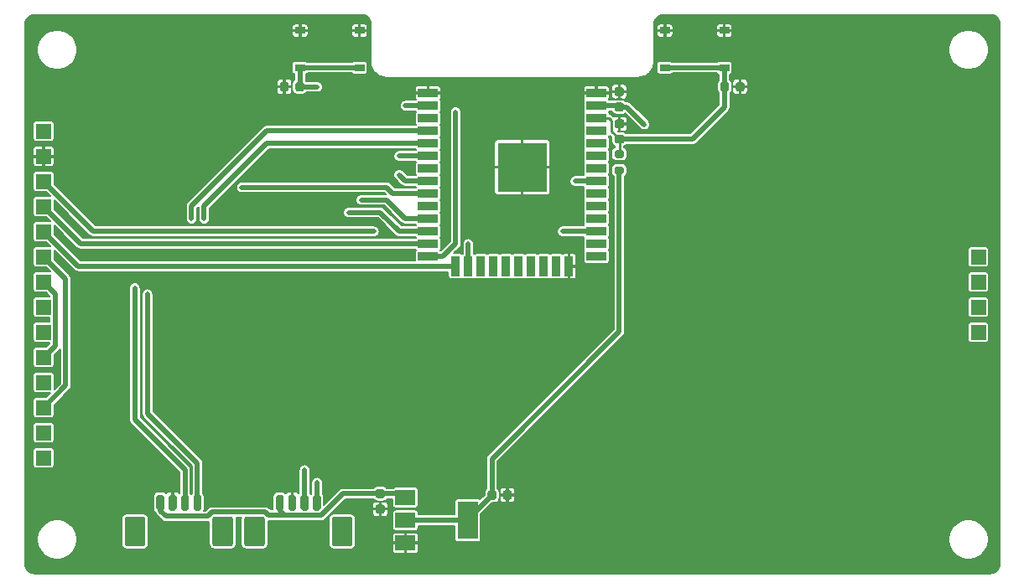
<source format=gbr>
%TF.GenerationSoftware,KiCad,Pcbnew,(5.1.12)-1*%
%TF.CreationDate,2022-08-08T15:47:42+09:00*%
%TF.ProjectId,LCD_module,4c43445f-6d6f-4647-956c-652e6b696361,rev?*%
%TF.SameCoordinates,Original*%
%TF.FileFunction,Copper,L2,Bot*%
%TF.FilePolarity,Positive*%
%FSLAX46Y46*%
G04 Gerber Fmt 4.6, Leading zero omitted, Abs format (unit mm)*
G04 Created by KiCad (PCBNEW (5.1.12)-1) date 2022-08-08 15:47:42*
%MOMM*%
%LPD*%
G01*
G04 APERTURE LIST*
%TA.AperFunction,SMDPad,CuDef*%
%ADD10R,1.000000X0.750000*%
%TD*%
%TA.AperFunction,SMDPad,CuDef*%
%ADD11R,5.000000X5.000000*%
%TD*%
%TA.AperFunction,SMDPad,CuDef*%
%ADD12R,2.000000X0.900000*%
%TD*%
%TA.AperFunction,SMDPad,CuDef*%
%ADD13R,0.900000X2.000000*%
%TD*%
%TA.AperFunction,SMDPad,CuDef*%
%ADD14R,2.000000X3.800000*%
%TD*%
%TA.AperFunction,SMDPad,CuDef*%
%ADD15R,2.000000X1.500000*%
%TD*%
%TA.AperFunction,ComponentPad*%
%ADD16R,1.500000X1.500000*%
%TD*%
%TA.AperFunction,ViaPad*%
%ADD17C,0.500000*%
%TD*%
%TA.AperFunction,Conductor*%
%ADD18C,0.500000*%
%TD*%
%TA.AperFunction,Conductor*%
%ADD19C,0.250000*%
%TD*%
%TA.AperFunction,Conductor*%
%ADD20C,0.127000*%
%TD*%
%TA.AperFunction,Conductor*%
%ADD21C,0.100000*%
%TD*%
G04 APERTURE END LIST*
%TO.P,C1,1*%
%TO.N,+5V*%
%TA.AperFunction,SMDPad,CuDef*%
G36*
G01*
X138180000Y-106725000D02*
X138680000Y-106725000D01*
G75*
G02*
X138905000Y-106950000I0J-225000D01*
G01*
X138905000Y-107400000D01*
G75*
G02*
X138680000Y-107625000I-225000J0D01*
G01*
X138180000Y-107625000D01*
G75*
G02*
X137955000Y-107400000I0J225000D01*
G01*
X137955000Y-106950000D01*
G75*
G02*
X138180000Y-106725000I225000J0D01*
G01*
G37*
%TD.AperFunction*%
%TO.P,C1,2*%
%TO.N,GND*%
%TA.AperFunction,SMDPad,CuDef*%
G36*
G01*
X138180000Y-108275000D02*
X138680000Y-108275000D01*
G75*
G02*
X138905000Y-108500000I0J-225000D01*
G01*
X138905000Y-108950000D01*
G75*
G02*
X138680000Y-109175000I-225000J0D01*
G01*
X138180000Y-109175000D01*
G75*
G02*
X137955000Y-108950000I0J225000D01*
G01*
X137955000Y-108500000D01*
G75*
G02*
X138180000Y-108275000I225000J0D01*
G01*
G37*
%TD.AperFunction*%
%TD*%
%TO.P,C2,2*%
%TO.N,GND*%
%TA.AperFunction,SMDPad,CuDef*%
G36*
G01*
X162839999Y-70229999D02*
X162339999Y-70229999D01*
G75*
G02*
X162114999Y-70004999I0J225000D01*
G01*
X162114999Y-69554999D01*
G75*
G02*
X162339999Y-69329999I225000J0D01*
G01*
X162839999Y-69329999D01*
G75*
G02*
X163064999Y-69554999I0J-225000D01*
G01*
X163064999Y-70004999D01*
G75*
G02*
X162839999Y-70229999I-225000J0D01*
G01*
G37*
%TD.AperFunction*%
%TO.P,C2,1*%
%TO.N,/EN*%
%TA.AperFunction,SMDPad,CuDef*%
G36*
G01*
X162839999Y-71779999D02*
X162339999Y-71779999D01*
G75*
G02*
X162114999Y-71554999I0J225000D01*
G01*
X162114999Y-71104999D01*
G75*
G02*
X162339999Y-70879999I225000J0D01*
G01*
X162839999Y-70879999D01*
G75*
G02*
X163064999Y-71104999I0J-225000D01*
G01*
X163064999Y-71554999D01*
G75*
G02*
X162839999Y-71779999I-225000J0D01*
G01*
G37*
%TD.AperFunction*%
%TD*%
%TO.P,C3,1*%
%TO.N,+3V3*%
%TA.AperFunction,SMDPad,CuDef*%
G36*
G01*
X162810000Y-68535000D02*
X162310000Y-68535000D01*
G75*
G02*
X162085000Y-68310000I0J225000D01*
G01*
X162085000Y-67860000D01*
G75*
G02*
X162310000Y-67635000I225000J0D01*
G01*
X162810000Y-67635000D01*
G75*
G02*
X163035000Y-67860000I0J-225000D01*
G01*
X163035000Y-68310000D01*
G75*
G02*
X162810000Y-68535000I-225000J0D01*
G01*
G37*
%TD.AperFunction*%
%TO.P,C3,2*%
%TO.N,GND*%
%TA.AperFunction,SMDPad,CuDef*%
G36*
G01*
X162810000Y-66985000D02*
X162310000Y-66985000D01*
G75*
G02*
X162085000Y-66760000I0J225000D01*
G01*
X162085000Y-66310000D01*
G75*
G02*
X162310000Y-66085000I225000J0D01*
G01*
X162810000Y-66085000D01*
G75*
G02*
X163035000Y-66310000I0J-225000D01*
G01*
X163035000Y-66760000D01*
G75*
G02*
X162810000Y-66985000I-225000J0D01*
G01*
G37*
%TD.AperFunction*%
%TD*%
%TO.P,C4,2*%
%TO.N,GND*%
%TA.AperFunction,SMDPad,CuDef*%
G36*
G01*
X150820000Y-107565000D02*
X150820000Y-107065000D01*
G75*
G02*
X151045000Y-106840000I225000J0D01*
G01*
X151495000Y-106840000D01*
G75*
G02*
X151720000Y-107065000I0J-225000D01*
G01*
X151720000Y-107565000D01*
G75*
G02*
X151495000Y-107790000I-225000J0D01*
G01*
X151045000Y-107790000D01*
G75*
G02*
X150820000Y-107565000I0J225000D01*
G01*
G37*
%TD.AperFunction*%
%TO.P,C4,1*%
%TO.N,+3V3*%
%TA.AperFunction,SMDPad,CuDef*%
G36*
G01*
X149270000Y-107565000D02*
X149270000Y-107065000D01*
G75*
G02*
X149495000Y-106840000I225000J0D01*
G01*
X149945000Y-106840000D01*
G75*
G02*
X150170000Y-107065000I0J-225000D01*
G01*
X150170000Y-107565000D01*
G75*
G02*
X149945000Y-107790000I-225000J0D01*
G01*
X149495000Y-107790000D01*
G75*
G02*
X149270000Y-107565000I0J225000D01*
G01*
G37*
%TD.AperFunction*%
%TD*%
%TO.P,C5,2*%
%TO.N,GND*%
%TA.AperFunction,SMDPad,CuDef*%
G36*
G01*
X129215000Y-65790000D02*
X129215000Y-66290000D01*
G75*
G02*
X128990000Y-66515000I-225000J0D01*
G01*
X128540000Y-66515000D01*
G75*
G02*
X128315000Y-66290000I0J225000D01*
G01*
X128315000Y-65790000D01*
G75*
G02*
X128540000Y-65565000I225000J0D01*
G01*
X128990000Y-65565000D01*
G75*
G02*
X129215000Y-65790000I0J-225000D01*
G01*
G37*
%TD.AperFunction*%
%TO.P,C5,1*%
%TO.N,/IO0*%
%TA.AperFunction,SMDPad,CuDef*%
G36*
G01*
X130765000Y-65790000D02*
X130765000Y-66290000D01*
G75*
G02*
X130540000Y-66515000I-225000J0D01*
G01*
X130090000Y-66515000D01*
G75*
G02*
X129865000Y-66290000I0J225000D01*
G01*
X129865000Y-65790000D01*
G75*
G02*
X130090000Y-65565000I225000J0D01*
G01*
X130540000Y-65565000D01*
G75*
G02*
X130765000Y-65790000I0J-225000D01*
G01*
G37*
%TD.AperFunction*%
%TD*%
%TO.P,C6,1*%
%TO.N,/EN*%
%TA.AperFunction,SMDPad,CuDef*%
G36*
G01*
X172765000Y-66290000D02*
X172765000Y-65790000D01*
G75*
G02*
X172990000Y-65565000I225000J0D01*
G01*
X173440000Y-65565000D01*
G75*
G02*
X173665000Y-65790000I0J-225000D01*
G01*
X173665000Y-66290000D01*
G75*
G02*
X173440000Y-66515000I-225000J0D01*
G01*
X172990000Y-66515000D01*
G75*
G02*
X172765000Y-66290000I0J225000D01*
G01*
G37*
%TD.AperFunction*%
%TO.P,C6,2*%
%TO.N,GND*%
%TA.AperFunction,SMDPad,CuDef*%
G36*
G01*
X174315000Y-66290000D02*
X174315000Y-65790000D01*
G75*
G02*
X174540000Y-65565000I225000J0D01*
G01*
X174990000Y-65565000D01*
G75*
G02*
X175215000Y-65790000I0J-225000D01*
G01*
X175215000Y-66290000D01*
G75*
G02*
X174990000Y-66515000I-225000J0D01*
G01*
X174540000Y-66515000D01*
G75*
G02*
X174315000Y-66290000I0J225000D01*
G01*
G37*
%TD.AperFunction*%
%TD*%
%TO.P,J1,MP*%
%TO.N,N/C*%
%TA.AperFunction,SMDPad,CuDef*%
G36*
G01*
X114735000Y-109740000D02*
X114735000Y-112240000D01*
G75*
G02*
X114485000Y-112490000I-250000J0D01*
G01*
X112885000Y-112490000D01*
G75*
G02*
X112635000Y-112240000I0J250000D01*
G01*
X112635000Y-109740000D01*
G75*
G02*
X112885000Y-109490000I250000J0D01*
G01*
X114485000Y-109490000D01*
G75*
G02*
X114735000Y-109740000I0J-250000D01*
G01*
G37*
%TD.AperFunction*%
%TA.AperFunction,SMDPad,CuDef*%
G36*
G01*
X123585000Y-109740000D02*
X123585000Y-112240000D01*
G75*
G02*
X123335000Y-112490000I-250000J0D01*
G01*
X121735000Y-112490000D01*
G75*
G02*
X121485000Y-112240000I0J250000D01*
G01*
X121485000Y-109740000D01*
G75*
G02*
X121735000Y-109490000I250000J0D01*
G01*
X123335000Y-109490000D01*
G75*
G02*
X123585000Y-109740000I0J-250000D01*
G01*
G37*
%TD.AperFunction*%
%TO.P,J1,4*%
%TO.N,+5V*%
%TA.AperFunction,SMDPad,CuDef*%
G36*
G01*
X116635000Y-107490000D02*
X116635000Y-108690000D01*
G75*
G02*
X116435000Y-108890000I-200000J0D01*
G01*
X116035000Y-108890000D01*
G75*
G02*
X115835000Y-108690000I0J200000D01*
G01*
X115835000Y-107490000D01*
G75*
G02*
X116035000Y-107290000I200000J0D01*
G01*
X116435000Y-107290000D01*
G75*
G02*
X116635000Y-107490000I0J-200000D01*
G01*
G37*
%TD.AperFunction*%
%TO.P,J1,3*%
%TO.N,GND*%
%TA.AperFunction,SMDPad,CuDef*%
G36*
G01*
X117885000Y-107490000D02*
X117885000Y-108690000D01*
G75*
G02*
X117685000Y-108890000I-200000J0D01*
G01*
X117285000Y-108890000D01*
G75*
G02*
X117085000Y-108690000I0J200000D01*
G01*
X117085000Y-107490000D01*
G75*
G02*
X117285000Y-107290000I200000J0D01*
G01*
X117685000Y-107290000D01*
G75*
G02*
X117885000Y-107490000I0J-200000D01*
G01*
G37*
%TD.AperFunction*%
%TO.P,J1,2*%
%TO.N,/TXD*%
%TA.AperFunction,SMDPad,CuDef*%
G36*
G01*
X119135000Y-107490000D02*
X119135000Y-108690000D01*
G75*
G02*
X118935000Y-108890000I-200000J0D01*
G01*
X118535000Y-108890000D01*
G75*
G02*
X118335000Y-108690000I0J200000D01*
G01*
X118335000Y-107490000D01*
G75*
G02*
X118535000Y-107290000I200000J0D01*
G01*
X118935000Y-107290000D01*
G75*
G02*
X119135000Y-107490000I0J-200000D01*
G01*
G37*
%TD.AperFunction*%
%TO.P,J1,1*%
%TO.N,/RXD*%
%TA.AperFunction,SMDPad,CuDef*%
G36*
G01*
X120385000Y-107490000D02*
X120385000Y-108690000D01*
G75*
G02*
X120185000Y-108890000I-200000J0D01*
G01*
X119785000Y-108890000D01*
G75*
G02*
X119585000Y-108690000I0J200000D01*
G01*
X119585000Y-107490000D01*
G75*
G02*
X119785000Y-107290000I200000J0D01*
G01*
X120185000Y-107290000D01*
G75*
G02*
X120385000Y-107490000I0J-200000D01*
G01*
G37*
%TD.AperFunction*%
%TD*%
%TO.P,J2,1*%
%TO.N,/TX*%
%TA.AperFunction,SMDPad,CuDef*%
G36*
G01*
X132450000Y-107490000D02*
X132450000Y-108690000D01*
G75*
G02*
X132250000Y-108890000I-200000J0D01*
G01*
X131850000Y-108890000D01*
G75*
G02*
X131650000Y-108690000I0J200000D01*
G01*
X131650000Y-107490000D01*
G75*
G02*
X131850000Y-107290000I200000J0D01*
G01*
X132250000Y-107290000D01*
G75*
G02*
X132450000Y-107490000I0J-200000D01*
G01*
G37*
%TD.AperFunction*%
%TO.P,J2,2*%
%TO.N,/RX*%
%TA.AperFunction,SMDPad,CuDef*%
G36*
G01*
X131200000Y-107490000D02*
X131200000Y-108690000D01*
G75*
G02*
X131000000Y-108890000I-200000J0D01*
G01*
X130600000Y-108890000D01*
G75*
G02*
X130400000Y-108690000I0J200000D01*
G01*
X130400000Y-107490000D01*
G75*
G02*
X130600000Y-107290000I200000J0D01*
G01*
X131000000Y-107290000D01*
G75*
G02*
X131200000Y-107490000I0J-200000D01*
G01*
G37*
%TD.AperFunction*%
%TO.P,J2,3*%
%TO.N,GND*%
%TA.AperFunction,SMDPad,CuDef*%
G36*
G01*
X129950000Y-107490000D02*
X129950000Y-108690000D01*
G75*
G02*
X129750000Y-108890000I-200000J0D01*
G01*
X129350000Y-108890000D01*
G75*
G02*
X129150000Y-108690000I0J200000D01*
G01*
X129150000Y-107490000D01*
G75*
G02*
X129350000Y-107290000I200000J0D01*
G01*
X129750000Y-107290000D01*
G75*
G02*
X129950000Y-107490000I0J-200000D01*
G01*
G37*
%TD.AperFunction*%
%TO.P,J2,4*%
%TO.N,+5V*%
%TA.AperFunction,SMDPad,CuDef*%
G36*
G01*
X128700000Y-107490000D02*
X128700000Y-108690000D01*
G75*
G02*
X128500000Y-108890000I-200000J0D01*
G01*
X128100000Y-108890000D01*
G75*
G02*
X127900000Y-108690000I0J200000D01*
G01*
X127900000Y-107490000D01*
G75*
G02*
X128100000Y-107290000I200000J0D01*
G01*
X128500000Y-107290000D01*
G75*
G02*
X128700000Y-107490000I0J-200000D01*
G01*
G37*
%TD.AperFunction*%
%TO.P,J2,MP*%
%TO.N,N/C*%
%TA.AperFunction,SMDPad,CuDef*%
G36*
G01*
X135650000Y-109740000D02*
X135650000Y-112240000D01*
G75*
G02*
X135400000Y-112490000I-250000J0D01*
G01*
X133800000Y-112490000D01*
G75*
G02*
X133550000Y-112240000I0J250000D01*
G01*
X133550000Y-109740000D01*
G75*
G02*
X133800000Y-109490000I250000J0D01*
G01*
X135400000Y-109490000D01*
G75*
G02*
X135650000Y-109740000I0J-250000D01*
G01*
G37*
%TD.AperFunction*%
%TA.AperFunction,SMDPad,CuDef*%
G36*
G01*
X126800000Y-109740000D02*
X126800000Y-112240000D01*
G75*
G02*
X126550000Y-112490000I-250000J0D01*
G01*
X124950000Y-112490000D01*
G75*
G02*
X124700000Y-112240000I0J250000D01*
G01*
X124700000Y-109740000D01*
G75*
G02*
X124950000Y-109490000I250000J0D01*
G01*
X126550000Y-109490000D01*
G75*
G02*
X126800000Y-109740000I0J-250000D01*
G01*
G37*
%TD.AperFunction*%
%TD*%
%TO.P,R1,1*%
%TO.N,+3V3*%
%TA.AperFunction,SMDPad,CuDef*%
G36*
G01*
X162835000Y-74885000D02*
X162285000Y-74885000D01*
G75*
G02*
X162085000Y-74685000I0J200000D01*
G01*
X162085000Y-74285000D01*
G75*
G02*
X162285000Y-74085000I200000J0D01*
G01*
X162835000Y-74085000D01*
G75*
G02*
X163035000Y-74285000I0J-200000D01*
G01*
X163035000Y-74685000D01*
G75*
G02*
X162835000Y-74885000I-200000J0D01*
G01*
G37*
%TD.AperFunction*%
%TO.P,R1,2*%
%TO.N,/EN*%
%TA.AperFunction,SMDPad,CuDef*%
G36*
G01*
X162835000Y-73235000D02*
X162285000Y-73235000D01*
G75*
G02*
X162085000Y-73035000I0J200000D01*
G01*
X162085000Y-72635000D01*
G75*
G02*
X162285000Y-72435000I200000J0D01*
G01*
X162835000Y-72435000D01*
G75*
G02*
X163035000Y-72635000I0J-200000D01*
G01*
X163035000Y-73035000D01*
G75*
G02*
X162835000Y-73235000I-200000J0D01*
G01*
G37*
%TD.AperFunction*%
%TD*%
D10*
%TO.P,S1,A*%
%TO.N,GND*%
X136350000Y-60355000D03*
%TO.P,S1,B*%
X130350000Y-60355000D03*
%TO.P,S1,C*%
%TO.N,/IO0*%
X136350000Y-64105000D03*
%TO.P,S1,D*%
X130350000Y-64105000D03*
%TD*%
%TO.P,S2,D*%
%TO.N,/EN*%
X167180000Y-64105000D03*
%TO.P,S2,C*%
X173180000Y-64105000D03*
%TO.P,S2,B*%
%TO.N,GND*%
X167180000Y-60355000D03*
%TO.P,S2,A*%
X173180000Y-60355000D03*
%TD*%
D11*
%TO.P,U1,39*%
%TO.N,GND*%
X152765000Y-74175000D03*
D12*
%TO.P,U1,1*%
X160265000Y-66675000D03*
%TO.P,U1,2*%
%TO.N,+3V3*%
X160265000Y-67945000D03*
%TO.P,U1,3*%
%TO.N,/EN*%
X160265000Y-69215000D03*
%TO.P,U1,4*%
%TO.N,Net-(U1-Pad4)*%
X160265000Y-70485000D03*
%TO.P,U1,5*%
%TO.N,Net-(U1-Pad5)*%
X160265000Y-71755000D03*
%TO.P,U1,6*%
%TO.N,Net-(U1-Pad6)*%
X160265000Y-73025000D03*
%TO.P,U1,7*%
%TO.N,Net-(U1-Pad7)*%
X160265000Y-74295000D03*
%TO.P,U1,8*%
%TO.N,/IO32*%
X160265000Y-75565000D03*
%TO.P,U1,9*%
%TO.N,Net-(U1-Pad9)*%
X160265000Y-76835000D03*
%TO.P,U1,10*%
%TO.N,Net-(U1-Pad10)*%
X160265000Y-78105000D03*
%TO.P,U1,11*%
%TO.N,Net-(U1-Pad11)*%
X160265000Y-79375000D03*
%TO.P,U1,12*%
%TO.N,/IO27*%
X160265000Y-80645000D03*
%TO.P,U1,13*%
%TO.N,Net-(U1-Pad13)*%
X160265000Y-81915000D03*
%TO.P,U1,14*%
%TO.N,Net-(U1-Pad14)*%
X160265000Y-83185000D03*
D13*
%TO.P,U1,15*%
%TO.N,GND*%
X157480000Y-84185000D03*
%TO.P,U1,16*%
%TO.N,Net-(U1-Pad16)*%
X156210000Y-84185000D03*
%TO.P,U1,17*%
%TO.N,Net-(U1-Pad17)*%
X154940000Y-84185000D03*
%TO.P,U1,18*%
%TO.N,Net-(U1-Pad18)*%
X153670000Y-84185000D03*
%TO.P,U1,19*%
%TO.N,Net-(U1-Pad19)*%
X152400000Y-84185000D03*
%TO.P,U1,20*%
%TO.N,Net-(U1-Pad20)*%
X151130000Y-84185000D03*
%TO.P,U1,21*%
%TO.N,Net-(U1-Pad21)*%
X149860000Y-84185000D03*
%TO.P,U1,22*%
%TO.N,Net-(U1-Pad22)*%
X148590000Y-84185000D03*
%TO.P,U1,23*%
%TO.N,/IO15*%
X147320000Y-84185000D03*
%TO.P,U1,24*%
%TO.N,/IO2*%
X146050000Y-84185000D03*
D12*
%TO.P,U1,25*%
%TO.N,/IO0*%
X143265000Y-83185000D03*
%TO.P,U1,26*%
%TO.N,/IO4*%
X143265000Y-81915000D03*
%TO.P,U1,27*%
%TO.N,/RX*%
X143265000Y-80645000D03*
%TO.P,U1,28*%
%TO.N,/TX*%
X143265000Y-79375000D03*
%TO.P,U1,29*%
%TO.N,Net-(U1-Pad29)*%
X143265000Y-78105000D03*
%TO.P,U1,30*%
%TO.N,/IO18*%
X143265000Y-76835000D03*
%TO.P,U1,31*%
%TO.N,/IO19*%
X143265000Y-75565000D03*
%TO.P,U1,32*%
%TO.N,Net-(U1-Pad32)*%
X143265000Y-74295000D03*
%TO.P,U1,33*%
%TO.N,/IO21*%
X143265000Y-73025000D03*
%TO.P,U1,34*%
%TO.N,/RXD*%
X143265000Y-71755000D03*
%TO.P,U1,35*%
%TO.N,/TXD*%
X143265000Y-70485000D03*
%TO.P,U1,36*%
%TO.N,Net-(U1-Pad36)*%
X143265000Y-69215000D03*
%TO.P,U1,37*%
%TO.N,/IO23*%
X143265000Y-67945000D03*
%TO.P,U1,38*%
%TO.N,GND*%
X143265000Y-66675000D03*
%TD*%
D14*
%TO.P,U2,2*%
%TO.N,+3V3*%
X147270000Y-109855000D03*
D15*
X140970000Y-109855000D03*
%TO.P,U2,3*%
%TO.N,+5V*%
X140970000Y-107555000D03*
%TO.P,U2,1*%
%TO.N,GND*%
X140970000Y-112155000D03*
%TD*%
D16*
%TO.P,U3,1*%
%TO.N,+3V3*%
X104454001Y-70545001D03*
%TO.P,U3,2*%
%TO.N,GND*%
X104454001Y-73085001D03*
%TO.P,U3,3*%
%TO.N,/IO15*%
X104454001Y-75625001D03*
%TO.P,U3,4*%
%TO.N,/IO4*%
X104454001Y-78165001D03*
%TO.P,U3,5*%
%TO.N,/IO2*%
X104454001Y-80705001D03*
%TO.P,U3,6*%
%TO.N,/IO23*%
X104454001Y-83245001D03*
%TO.P,U3,7*%
%TO.N,/IO18*%
X104454001Y-85785001D03*
%TO.P,U3,8*%
%TO.N,/IO32*%
X104454001Y-88325001D03*
%TO.P,U3,9*%
%TO.N,Net-(U3-Pad9)*%
X104454001Y-90865001D03*
%TO.P,U3,10*%
%TO.N,/IO18*%
X104454001Y-93405001D03*
%TO.P,U3,11*%
%TO.N,/IO21*%
X104454001Y-95945001D03*
%TO.P,U3,12*%
%TO.N,/IO23*%
X104454001Y-98485001D03*
%TO.P,U3,13*%
%TO.N,/IO19*%
X104454001Y-101025001D03*
%TO.P,U3,14*%
%TO.N,/IO27*%
X104454001Y-103565001D03*
%TO.P,U3,15*%
%TO.N,Net-(U3-Pad15)*%
X198815001Y-83245001D03*
%TO.P,U3,16*%
%TO.N,Net-(U3-Pad16)*%
X198815001Y-85785001D03*
%TO.P,U3,17*%
%TO.N,Net-(U3-Pad17)*%
X198815001Y-88325001D03*
%TO.P,U3,18*%
%TO.N,Net-(U3-Pad18)*%
X198815001Y-90865001D03*
%TD*%
D17*
%TO.N,GND*%
X130810000Y-83185000D03*
%TO.N,+3V3*%
X165100000Y-69850000D03*
X162560000Y-75565000D03*
X144145000Y-109855000D03*
%TO.N,/IO0*%
X146050000Y-68580000D03*
X132080000Y-66040000D03*
%TO.N,/TXD*%
X119380000Y-79375000D03*
X113665000Y-86360000D03*
%TO.N,/RXD*%
X120650000Y-79375000D03*
X114935000Y-86995000D03*
%TO.N,/TX*%
X136525000Y-77470000D03*
X132080000Y-106045000D03*
%TO.N,/RX*%
X135255000Y-78740000D03*
X130810000Y-104775000D03*
%TO.N,/IO32*%
X158115000Y-75565000D03*
%TO.N,/IO27*%
X156845000Y-80645000D03*
%TO.N,/IO15*%
X137795000Y-80645000D03*
X147320000Y-81915000D03*
%TO.N,/IO18*%
X124460000Y-76200000D03*
%TO.N,/IO19*%
X140335000Y-74930000D03*
%TO.N,/IO21*%
X140335000Y-73025000D03*
%TO.N,/IO23*%
X140970000Y-67945000D03*
%TD*%
D18*
%TO.N,+5V*%
X116795044Y-109450044D02*
X121034990Y-109450044D01*
X116235000Y-108890000D02*
X116795044Y-109450044D01*
X116235000Y-108090000D02*
X116235000Y-108890000D01*
X121445044Y-109039990D02*
X121034990Y-109450044D01*
X126839956Y-109039990D02*
X121445044Y-109039990D01*
X127139976Y-109340010D02*
X126839956Y-109039990D01*
X134684254Y-107175000D02*
X132519244Y-109340010D01*
X138430000Y-107175000D02*
X134684254Y-107175000D01*
X128750010Y-109340010D02*
X130054990Y-109340010D01*
X128300000Y-108890000D02*
X128750010Y-109340010D01*
X128300000Y-108090000D02*
X128300000Y-108890000D01*
X130054990Y-109340010D02*
X127139976Y-109340010D01*
X132519244Y-109340010D02*
X130054990Y-109340010D01*
X140590000Y-107175000D02*
X140970000Y-107555000D01*
X138430000Y-107175000D02*
X140590000Y-107175000D01*
D19*
%TO.N,/EN*%
X161789989Y-70529989D02*
X162589999Y-71329999D01*
X161789989Y-69489989D02*
X161789989Y-70529989D01*
X161515000Y-69215000D02*
X161789989Y-69489989D01*
X160265000Y-69215000D02*
X161515000Y-69215000D01*
X162589999Y-72805001D02*
X162560000Y-72835000D01*
X162589999Y-71329999D02*
X162589999Y-72805001D01*
D18*
X167180000Y-64105000D02*
X173180000Y-64105000D01*
X173180000Y-66005000D02*
X173215000Y-66040000D01*
X173180000Y-64105000D02*
X173180000Y-66005000D01*
X173215000Y-66040000D02*
X173215000Y-68085000D01*
X169970001Y-71329999D02*
X162589999Y-71329999D01*
X173215000Y-68085000D02*
X169970001Y-71329999D01*
%TO.N,+3V3*%
X140970000Y-109855000D02*
X147270000Y-109855000D01*
X147270000Y-109765000D02*
X149720000Y-107315000D01*
X147270000Y-109855000D02*
X147270000Y-109765000D01*
X149720000Y-107315000D02*
X149720000Y-103645000D01*
X162560000Y-90805000D02*
X162560000Y-75565000D01*
X149720000Y-103645000D02*
X162560000Y-90805000D01*
X162420000Y-67945000D02*
X162560000Y-68085000D01*
X160265000Y-67945000D02*
X162420000Y-67945000D01*
X162560000Y-68085000D02*
X163335000Y-68085000D01*
X163335000Y-68085000D02*
X165100000Y-69850000D01*
X162560000Y-75565000D02*
X162560000Y-74485000D01*
%TO.N,/IO0*%
X144765000Y-83185000D02*
X146050000Y-81900000D01*
X143265000Y-83185000D02*
X144765000Y-83185000D01*
X146050000Y-81900000D02*
X146050000Y-68580000D01*
X130315000Y-66040000D02*
X132080000Y-66040000D01*
X130350000Y-64105000D02*
X136350000Y-64105000D01*
X130350000Y-66005000D02*
X130315000Y-66040000D01*
X130350000Y-64105000D02*
X130350000Y-66005000D01*
%TO.N,/TXD*%
X143265000Y-70485000D02*
X127000000Y-70485000D01*
X127000000Y-70485000D02*
X119380000Y-78105000D01*
X119380000Y-78105000D02*
X119380000Y-79375000D01*
X113665000Y-86360000D02*
X113665000Y-99695000D01*
X118735000Y-104765000D02*
X118735000Y-108090000D01*
X113665000Y-99695000D02*
X118735000Y-104765000D01*
%TO.N,/RXD*%
X143265000Y-71755000D02*
X127000000Y-71755000D01*
X127000000Y-71755000D02*
X120650000Y-78105000D01*
X120650000Y-78105000D02*
X120650000Y-79375000D01*
X114935000Y-86995000D02*
X114935000Y-99060000D01*
X119985000Y-104110000D02*
X119985000Y-108090000D01*
X114935000Y-99060000D02*
X119985000Y-104110000D01*
%TO.N,/TX*%
X143265000Y-79375000D02*
X140970000Y-79375000D01*
X140970000Y-79375000D02*
X139065000Y-77470000D01*
X139065000Y-77470000D02*
X136525000Y-77470000D01*
X132050000Y-106075000D02*
X132080000Y-106045000D01*
X132050000Y-108090000D02*
X132050000Y-106075000D01*
%TO.N,/RX*%
X143265000Y-80645000D02*
X140335000Y-80645000D01*
X140335000Y-80645000D02*
X138430000Y-78740000D01*
X138430000Y-78740000D02*
X135255000Y-78740000D01*
X130800000Y-104785000D02*
X130810000Y-104775000D01*
X130800000Y-108090000D02*
X130800000Y-104785000D01*
%TO.N,/IO32*%
X160265000Y-75565000D02*
X158115000Y-75565000D01*
%TO.N,/IO27*%
X160265000Y-80645000D02*
X156845000Y-80645000D01*
%TO.N,/IO15*%
X104454001Y-75625001D02*
X109474000Y-80645000D01*
X109474000Y-80645000D02*
X124460000Y-80645000D01*
X124460000Y-80645000D02*
X137795000Y-80645000D01*
X147320000Y-84185000D02*
X147320000Y-81915000D01*
%TO.N,/IO2*%
X107934000Y-84185000D02*
X104454001Y-80705001D01*
X146050000Y-84185000D02*
X107934000Y-84185000D01*
%TO.N,/IO4*%
X108204000Y-81915000D02*
X104454001Y-78165001D01*
X143265000Y-81915000D02*
X108204000Y-81915000D01*
%TO.N,/IO18*%
X105654002Y-92205000D02*
X104454001Y-93405001D01*
X105654002Y-86985002D02*
X105654002Y-92205000D01*
X104454001Y-85785001D02*
X105654002Y-86985002D01*
X143265000Y-76835000D02*
X139700000Y-76835000D01*
X139700000Y-76835000D02*
X139065000Y-76200000D01*
X139065000Y-76200000D02*
X135255000Y-76200000D01*
X135255000Y-76200000D02*
X124460000Y-76200000D01*
%TO.N,/IO19*%
X140970000Y-75565000D02*
X140335000Y-74930000D01*
X143265000Y-75565000D02*
X140970000Y-75565000D01*
%TO.N,/IO21*%
X143265000Y-73025000D02*
X140335000Y-73025000D01*
%TO.N,/IO23*%
X104454001Y-98485001D02*
X106680000Y-96259002D01*
X106680000Y-85471000D02*
X104454001Y-83245001D01*
X106680000Y-96259002D02*
X106680000Y-85471000D01*
X143265000Y-67945000D02*
X140970000Y-67945000D01*
%TD*%
D20*
%TO.N,GND*%
X136704830Y-58781775D02*
X136877818Y-58834003D01*
X137037365Y-58918836D01*
X137177391Y-59033038D01*
X137292569Y-59172264D01*
X137378513Y-59331215D01*
X137431948Y-59503832D01*
X137452500Y-59699381D01*
X137452501Y-63516824D01*
X137453995Y-63531995D01*
X137453940Y-63539907D01*
X137454407Y-63544666D01*
X137480315Y-63791170D01*
X137486553Y-63821559D01*
X137492374Y-63852072D01*
X137493756Y-63856650D01*
X137567051Y-64093426D01*
X137579068Y-64122013D01*
X137590709Y-64150824D01*
X137592954Y-64155046D01*
X137710842Y-64373076D01*
X137728175Y-64398773D01*
X137745199Y-64424788D01*
X137748222Y-64428493D01*
X137906215Y-64619473D01*
X137928188Y-64641293D01*
X137949960Y-64663526D01*
X137953645Y-64666573D01*
X138145723Y-64823228D01*
X138171517Y-64840366D01*
X138197193Y-64857946D01*
X138201400Y-64860220D01*
X138420247Y-64976583D01*
X138448919Y-64988400D01*
X138477478Y-65000641D01*
X138482047Y-65002055D01*
X138719328Y-65073695D01*
X138749755Y-65079719D01*
X138780144Y-65086179D01*
X138784898Y-65086678D01*
X138784900Y-65086678D01*
X139031118Y-65110820D01*
X139048176Y-65112500D01*
X164481824Y-65112500D01*
X164497005Y-65111005D01*
X164504907Y-65111060D01*
X164509666Y-65110593D01*
X164756170Y-65084685D01*
X164786559Y-65078447D01*
X164817072Y-65072626D01*
X164821650Y-65071244D01*
X165058426Y-64997949D01*
X165087013Y-64985932D01*
X165115824Y-64974291D01*
X165120046Y-64972046D01*
X165338076Y-64854158D01*
X165363773Y-64836825D01*
X165389788Y-64819801D01*
X165393493Y-64816778D01*
X165584473Y-64658785D01*
X165606293Y-64636812D01*
X165628526Y-64615040D01*
X165631573Y-64611355D01*
X165788228Y-64419277D01*
X165805366Y-64393483D01*
X165822946Y-64367807D01*
X165825220Y-64363600D01*
X165941583Y-64144753D01*
X165953400Y-64116081D01*
X165965641Y-64087522D01*
X165967055Y-64082953D01*
X166038695Y-63845672D01*
X166044719Y-63815245D01*
X166051179Y-63784856D01*
X166051678Y-63780100D01*
X166075865Y-63533422D01*
X166077500Y-63516824D01*
X166077500Y-62106295D01*
X195807501Y-62106295D01*
X195807501Y-62503707D01*
X195885032Y-62893484D01*
X196037116Y-63260646D01*
X196257906Y-63591082D01*
X196538920Y-63872096D01*
X196869356Y-64092886D01*
X197236518Y-64244970D01*
X197626295Y-64322501D01*
X198023707Y-64322501D01*
X198413484Y-64244970D01*
X198780646Y-64092886D01*
X199111082Y-63872096D01*
X199392096Y-63591082D01*
X199612886Y-63260646D01*
X199764970Y-62893484D01*
X199842501Y-62503707D01*
X199842501Y-62106295D01*
X199764970Y-61716518D01*
X199612886Y-61349356D01*
X199392096Y-61018920D01*
X199111082Y-60737906D01*
X198780646Y-60517116D01*
X198413484Y-60365032D01*
X198023707Y-60287501D01*
X197626295Y-60287501D01*
X197236518Y-60365032D01*
X196869356Y-60517116D01*
X196538920Y-60737906D01*
X196257906Y-61018920D01*
X196037116Y-61349356D01*
X195885032Y-61716518D01*
X195807501Y-62106295D01*
X166077500Y-62106295D01*
X166077500Y-60730000D01*
X166360964Y-60730000D01*
X166367094Y-60792241D01*
X166385249Y-60852090D01*
X166414731Y-60907247D01*
X166454407Y-60955593D01*
X166502753Y-60995269D01*
X166557910Y-61024751D01*
X166617759Y-61042906D01*
X166680000Y-61049036D01*
X167037125Y-61047500D01*
X167116500Y-60968125D01*
X167116500Y-60418500D01*
X167243500Y-60418500D01*
X167243500Y-60968125D01*
X167322875Y-61047500D01*
X167680000Y-61049036D01*
X167742241Y-61042906D01*
X167802090Y-61024751D01*
X167857247Y-60995269D01*
X167905593Y-60955593D01*
X167945269Y-60907247D01*
X167974751Y-60852090D01*
X167992906Y-60792241D01*
X167999036Y-60730000D01*
X172360964Y-60730000D01*
X172367094Y-60792241D01*
X172385249Y-60852090D01*
X172414731Y-60907247D01*
X172454407Y-60955593D01*
X172502753Y-60995269D01*
X172557910Y-61024751D01*
X172617759Y-61042906D01*
X172680000Y-61049036D01*
X173037125Y-61047500D01*
X173116500Y-60968125D01*
X173116500Y-60418500D01*
X173243500Y-60418500D01*
X173243500Y-60968125D01*
X173322875Y-61047500D01*
X173680000Y-61049036D01*
X173742241Y-61042906D01*
X173802090Y-61024751D01*
X173857247Y-60995269D01*
X173905593Y-60955593D01*
X173945269Y-60907247D01*
X173974751Y-60852090D01*
X173992906Y-60792241D01*
X173999036Y-60730000D01*
X173997500Y-60497875D01*
X173918125Y-60418500D01*
X173243500Y-60418500D01*
X173116500Y-60418500D01*
X172441875Y-60418500D01*
X172362500Y-60497875D01*
X172360964Y-60730000D01*
X167999036Y-60730000D01*
X167997500Y-60497875D01*
X167918125Y-60418500D01*
X167243500Y-60418500D01*
X167116500Y-60418500D01*
X166441875Y-60418500D01*
X166362500Y-60497875D01*
X166360964Y-60730000D01*
X166077500Y-60730000D01*
X166077500Y-59980000D01*
X166360964Y-59980000D01*
X166362500Y-60212125D01*
X166441875Y-60291500D01*
X167116500Y-60291500D01*
X167116500Y-59741875D01*
X167243500Y-59741875D01*
X167243500Y-60291500D01*
X167918125Y-60291500D01*
X167997500Y-60212125D01*
X167999036Y-59980000D01*
X172360964Y-59980000D01*
X172362500Y-60212125D01*
X172441875Y-60291500D01*
X173116500Y-60291500D01*
X173116500Y-59741875D01*
X173243500Y-59741875D01*
X173243500Y-60291500D01*
X173918125Y-60291500D01*
X173997500Y-60212125D01*
X173999036Y-59980000D01*
X173992906Y-59917759D01*
X173974751Y-59857910D01*
X173945269Y-59802753D01*
X173905593Y-59754407D01*
X173857247Y-59714731D01*
X173802090Y-59685249D01*
X173742241Y-59667094D01*
X173680000Y-59660964D01*
X173322875Y-59662500D01*
X173243500Y-59741875D01*
X173116500Y-59741875D01*
X173037125Y-59662500D01*
X172680000Y-59660964D01*
X172617759Y-59667094D01*
X172557910Y-59685249D01*
X172502753Y-59714731D01*
X172454407Y-59754407D01*
X172414731Y-59802753D01*
X172385249Y-59857910D01*
X172367094Y-59917759D01*
X172360964Y-59980000D01*
X167999036Y-59980000D01*
X167992906Y-59917759D01*
X167974751Y-59857910D01*
X167945269Y-59802753D01*
X167905593Y-59754407D01*
X167857247Y-59714731D01*
X167802090Y-59685249D01*
X167742241Y-59667094D01*
X167680000Y-59660964D01*
X167322875Y-59662500D01*
X167243500Y-59741875D01*
X167116500Y-59741875D01*
X167037125Y-59662500D01*
X166680000Y-59660964D01*
X166617759Y-59667094D01*
X166557910Y-59685249D01*
X166502753Y-59714731D01*
X166454407Y-59754407D01*
X166414731Y-59802753D01*
X166385249Y-59857910D01*
X166367094Y-59917759D01*
X166360964Y-59980000D01*
X166077500Y-59980000D01*
X166077500Y-59706747D01*
X166096775Y-59510170D01*
X166149003Y-59337182D01*
X166233836Y-59177635D01*
X166348038Y-59037609D01*
X166487264Y-58922431D01*
X166646215Y-58836487D01*
X166818832Y-58783052D01*
X167014381Y-58762500D01*
X200008253Y-58762500D01*
X200204830Y-58781775D01*
X200377818Y-58834003D01*
X200537365Y-58918836D01*
X200677391Y-59033038D01*
X200792569Y-59172264D01*
X200878513Y-59331215D01*
X200931948Y-59503832D01*
X200952501Y-59699390D01*
X200952500Y-114283253D01*
X200933225Y-114479830D01*
X200880997Y-114652818D01*
X200796167Y-114812360D01*
X200681961Y-114952391D01*
X200542736Y-115067569D01*
X200383785Y-115153513D01*
X200211168Y-115206948D01*
X200015620Y-115227500D01*
X103521747Y-115227500D01*
X103325170Y-115208225D01*
X103152182Y-115155997D01*
X102992640Y-115071167D01*
X102852609Y-114956961D01*
X102737431Y-114817736D01*
X102651487Y-114658785D01*
X102598052Y-114486168D01*
X102577500Y-114290620D01*
X102577500Y-111606295D01*
X103807501Y-111606295D01*
X103807501Y-112003707D01*
X103885032Y-112393484D01*
X104037116Y-112760646D01*
X104257906Y-113091082D01*
X104538920Y-113372096D01*
X104869356Y-113592886D01*
X105236518Y-113744970D01*
X105626295Y-113822501D01*
X106023707Y-113822501D01*
X106413484Y-113744970D01*
X106780646Y-113592886D01*
X107111082Y-113372096D01*
X107392096Y-113091082D01*
X107516431Y-112905000D01*
X139650964Y-112905000D01*
X139657094Y-112967241D01*
X139675249Y-113027090D01*
X139704731Y-113082247D01*
X139744407Y-113130593D01*
X139792753Y-113170269D01*
X139847910Y-113199751D01*
X139907759Y-113217906D01*
X139970000Y-113224036D01*
X140827125Y-113222500D01*
X140906500Y-113143125D01*
X140906500Y-112218500D01*
X141033500Y-112218500D01*
X141033500Y-113143125D01*
X141112875Y-113222500D01*
X141970000Y-113224036D01*
X142032241Y-113217906D01*
X142092090Y-113199751D01*
X142147247Y-113170269D01*
X142195593Y-113130593D01*
X142235269Y-113082247D01*
X142264751Y-113027090D01*
X142282906Y-112967241D01*
X142289036Y-112905000D01*
X142287500Y-112297875D01*
X142208125Y-112218500D01*
X141033500Y-112218500D01*
X140906500Y-112218500D01*
X139731875Y-112218500D01*
X139652500Y-112297875D01*
X139650964Y-112905000D01*
X107516431Y-112905000D01*
X107612886Y-112760646D01*
X107764970Y-112393484D01*
X107842501Y-112003707D01*
X107842501Y-111606295D01*
X107764970Y-111216518D01*
X107612886Y-110849356D01*
X107392096Y-110518920D01*
X107111082Y-110237906D01*
X106780646Y-110017116D01*
X106413484Y-109865032D01*
X106023707Y-109787501D01*
X105626295Y-109787501D01*
X105236518Y-109865032D01*
X104869356Y-110017116D01*
X104538920Y-110237906D01*
X104257906Y-110518920D01*
X104037116Y-110849356D01*
X103885032Y-111216518D01*
X103807501Y-111606295D01*
X102577500Y-111606295D01*
X102577500Y-109740000D01*
X112315964Y-109740000D01*
X112315964Y-112240000D01*
X112326898Y-112351013D01*
X112359279Y-112457761D01*
X112411864Y-112556139D01*
X112482631Y-112642369D01*
X112568861Y-112713136D01*
X112667239Y-112765721D01*
X112773987Y-112798102D01*
X112885000Y-112809036D01*
X114485000Y-112809036D01*
X114596013Y-112798102D01*
X114702761Y-112765721D01*
X114801139Y-112713136D01*
X114887369Y-112642369D01*
X114958136Y-112556139D01*
X115010721Y-112457761D01*
X115043102Y-112351013D01*
X115054036Y-112240000D01*
X115054036Y-109740000D01*
X115043102Y-109628987D01*
X115010721Y-109522239D01*
X114958136Y-109423861D01*
X114887369Y-109337631D01*
X114801139Y-109266864D01*
X114702761Y-109214279D01*
X114596013Y-109181898D01*
X114485000Y-109170964D01*
X112885000Y-109170964D01*
X112773987Y-109181898D01*
X112667239Y-109214279D01*
X112568861Y-109266864D01*
X112482631Y-109337631D01*
X112411864Y-109423861D01*
X112359279Y-109522239D01*
X112326898Y-109628987D01*
X112315964Y-109740000D01*
X102577500Y-109740000D01*
X102577500Y-102815001D01*
X103384965Y-102815001D01*
X103384965Y-104315001D01*
X103391095Y-104377242D01*
X103409250Y-104437091D01*
X103438732Y-104492248D01*
X103478408Y-104540594D01*
X103526754Y-104580270D01*
X103581911Y-104609752D01*
X103641760Y-104627907D01*
X103704001Y-104634037D01*
X105204001Y-104634037D01*
X105266242Y-104627907D01*
X105326091Y-104609752D01*
X105381248Y-104580270D01*
X105429594Y-104540594D01*
X105469270Y-104492248D01*
X105498752Y-104437091D01*
X105516907Y-104377242D01*
X105523037Y-104315001D01*
X105523037Y-102815001D01*
X105516907Y-102752760D01*
X105498752Y-102692911D01*
X105469270Y-102637754D01*
X105429594Y-102589408D01*
X105381248Y-102549732D01*
X105326091Y-102520250D01*
X105266242Y-102502095D01*
X105204001Y-102495965D01*
X103704001Y-102495965D01*
X103641760Y-102502095D01*
X103581911Y-102520250D01*
X103526754Y-102549732D01*
X103478408Y-102589408D01*
X103438732Y-102637754D01*
X103409250Y-102692911D01*
X103391095Y-102752760D01*
X103384965Y-102815001D01*
X102577500Y-102815001D01*
X102577500Y-100275001D01*
X103384965Y-100275001D01*
X103384965Y-101775001D01*
X103391095Y-101837242D01*
X103409250Y-101897091D01*
X103438732Y-101952248D01*
X103478408Y-102000594D01*
X103526754Y-102040270D01*
X103581911Y-102069752D01*
X103641760Y-102087907D01*
X103704001Y-102094037D01*
X105204001Y-102094037D01*
X105266242Y-102087907D01*
X105326091Y-102069752D01*
X105381248Y-102040270D01*
X105429594Y-102000594D01*
X105469270Y-101952248D01*
X105498752Y-101897091D01*
X105516907Y-101837242D01*
X105523037Y-101775001D01*
X105523037Y-100275001D01*
X105516907Y-100212760D01*
X105498752Y-100152911D01*
X105469270Y-100097754D01*
X105429594Y-100049408D01*
X105381248Y-100009732D01*
X105326091Y-99980250D01*
X105266242Y-99962095D01*
X105204001Y-99955965D01*
X103704001Y-99955965D01*
X103641760Y-99962095D01*
X103581911Y-99980250D01*
X103526754Y-100009732D01*
X103478408Y-100049408D01*
X103438732Y-100097754D01*
X103409250Y-100152911D01*
X103391095Y-100212760D01*
X103384965Y-100275001D01*
X102577500Y-100275001D01*
X102577500Y-99695000D01*
X113094756Y-99695000D01*
X113105713Y-99806249D01*
X113138163Y-99913223D01*
X113190859Y-100011811D01*
X113244010Y-100076575D01*
X113261777Y-100098224D01*
X113283425Y-100115990D01*
X118167500Y-105000067D01*
X118167501Y-107123577D01*
X118160569Y-107132023D01*
X118150269Y-107112753D01*
X118110593Y-107064407D01*
X118062247Y-107024731D01*
X118007090Y-106995249D01*
X117947241Y-106977094D01*
X117885000Y-106970964D01*
X117627875Y-106972500D01*
X117548500Y-107051875D01*
X117548500Y-108026500D01*
X117568500Y-108026500D01*
X117568500Y-108153500D01*
X117548500Y-108153500D01*
X117548500Y-108173500D01*
X117421500Y-108173500D01*
X117421500Y-108153500D01*
X117401500Y-108153500D01*
X117401500Y-108026500D01*
X117421500Y-108026500D01*
X117421500Y-107051875D01*
X117342125Y-106972500D01*
X117085000Y-106970964D01*
X117022759Y-106977094D01*
X116962910Y-106995249D01*
X116907753Y-107024731D01*
X116859407Y-107064407D01*
X116819731Y-107112753D01*
X116809431Y-107132023D01*
X116802014Y-107122986D01*
X116723361Y-107058437D01*
X116633626Y-107010473D01*
X116536259Y-106980937D01*
X116435000Y-106970964D01*
X116035000Y-106970964D01*
X115933741Y-106980937D01*
X115836374Y-107010473D01*
X115746639Y-107058437D01*
X115667986Y-107122986D01*
X115603437Y-107201639D01*
X115555473Y-107291374D01*
X115525937Y-107388741D01*
X115515964Y-107490000D01*
X115515964Y-108690000D01*
X115525937Y-108791259D01*
X115555473Y-108888626D01*
X115603437Y-108978361D01*
X115667986Y-109057014D01*
X115700797Y-109083941D01*
X115707185Y-109105000D01*
X115708163Y-109108223D01*
X115760859Y-109206811D01*
X115803044Y-109258213D01*
X115831777Y-109293224D01*
X115853424Y-109310990D01*
X116374054Y-109831620D01*
X116391820Y-109853268D01*
X116413468Y-109871034D01*
X116478232Y-109924185D01*
X116530929Y-109952352D01*
X116576821Y-109976882D01*
X116683795Y-110009332D01*
X116767173Y-110017544D01*
X116767184Y-110017544D01*
X116795044Y-110020288D01*
X116822904Y-110017544D01*
X121007130Y-110017544D01*
X121034990Y-110020288D01*
X121062850Y-110017544D01*
X121062861Y-110017544D01*
X121146239Y-110009332D01*
X121165964Y-110003349D01*
X121165964Y-112240000D01*
X121176898Y-112351013D01*
X121209279Y-112457761D01*
X121261864Y-112556139D01*
X121332631Y-112642369D01*
X121418861Y-112713136D01*
X121517239Y-112765721D01*
X121623987Y-112798102D01*
X121735000Y-112809036D01*
X123335000Y-112809036D01*
X123446013Y-112798102D01*
X123552761Y-112765721D01*
X123651139Y-112713136D01*
X123737369Y-112642369D01*
X123808136Y-112556139D01*
X123860721Y-112457761D01*
X123893102Y-112351013D01*
X123904036Y-112240000D01*
X123904036Y-109740000D01*
X123893102Y-109628987D01*
X123886581Y-109607490D01*
X124398419Y-109607490D01*
X124391898Y-109628987D01*
X124380964Y-109740000D01*
X124380964Y-112240000D01*
X124391898Y-112351013D01*
X124424279Y-112457761D01*
X124476864Y-112556139D01*
X124547631Y-112642369D01*
X124633861Y-112713136D01*
X124732239Y-112765721D01*
X124838987Y-112798102D01*
X124950000Y-112809036D01*
X126550000Y-112809036D01*
X126661013Y-112798102D01*
X126767761Y-112765721D01*
X126866139Y-112713136D01*
X126952369Y-112642369D01*
X127023136Y-112556139D01*
X127075721Y-112457761D01*
X127108102Y-112351013D01*
X127119036Y-112240000D01*
X127119036Y-109908192D01*
X127139975Y-109910254D01*
X127167835Y-109907510D01*
X128722149Y-109907510D01*
X128750009Y-109910254D01*
X128777869Y-109907510D01*
X132491384Y-109907510D01*
X132519244Y-109910254D01*
X132547104Y-109907510D01*
X132547115Y-109907510D01*
X132630493Y-109899298D01*
X132737467Y-109866848D01*
X132836055Y-109814151D01*
X132922468Y-109743234D01*
X132925122Y-109740000D01*
X133230964Y-109740000D01*
X133230964Y-112240000D01*
X133241898Y-112351013D01*
X133274279Y-112457761D01*
X133326864Y-112556139D01*
X133397631Y-112642369D01*
X133483861Y-112713136D01*
X133582239Y-112765721D01*
X133688987Y-112798102D01*
X133800000Y-112809036D01*
X135400000Y-112809036D01*
X135511013Y-112798102D01*
X135617761Y-112765721D01*
X135716139Y-112713136D01*
X135802369Y-112642369D01*
X135873136Y-112556139D01*
X135925721Y-112457761D01*
X135958102Y-112351013D01*
X135969036Y-112240000D01*
X135969036Y-111405000D01*
X139650964Y-111405000D01*
X139652500Y-112012125D01*
X139731875Y-112091500D01*
X140906500Y-112091500D01*
X140906500Y-111166875D01*
X141033500Y-111166875D01*
X141033500Y-112091500D01*
X142208125Y-112091500D01*
X142287500Y-112012125D01*
X142289036Y-111405000D01*
X142282906Y-111342759D01*
X142264751Y-111282910D01*
X142235269Y-111227753D01*
X142195593Y-111179407D01*
X142147247Y-111139731D01*
X142092090Y-111110249D01*
X142032241Y-111092094D01*
X141970000Y-111085964D01*
X141112875Y-111087500D01*
X141033500Y-111166875D01*
X140906500Y-111166875D01*
X140827125Y-111087500D01*
X139970000Y-111085964D01*
X139907759Y-111092094D01*
X139847910Y-111110249D01*
X139792753Y-111139731D01*
X139744407Y-111179407D01*
X139704731Y-111227753D01*
X139675249Y-111282910D01*
X139657094Y-111342759D01*
X139650964Y-111405000D01*
X135969036Y-111405000D01*
X135969036Y-109740000D01*
X135958102Y-109628987D01*
X135925721Y-109522239D01*
X135873136Y-109423861D01*
X135802369Y-109337631D01*
X135716139Y-109266864D01*
X135617761Y-109214279D01*
X135511013Y-109181898D01*
X135440978Y-109175000D01*
X137635964Y-109175000D01*
X137642094Y-109237241D01*
X137660249Y-109297090D01*
X137689731Y-109352247D01*
X137729407Y-109400593D01*
X137777753Y-109440269D01*
X137832910Y-109469751D01*
X137892759Y-109487906D01*
X137955000Y-109494036D01*
X138287125Y-109492500D01*
X138366500Y-109413125D01*
X138366500Y-108788500D01*
X138493500Y-108788500D01*
X138493500Y-109413125D01*
X138572875Y-109492500D01*
X138905000Y-109494036D01*
X138967241Y-109487906D01*
X139027090Y-109469751D01*
X139082247Y-109440269D01*
X139130593Y-109400593D01*
X139170269Y-109352247D01*
X139199751Y-109297090D01*
X139217906Y-109237241D01*
X139224036Y-109175000D01*
X139223686Y-109105000D01*
X139650964Y-109105000D01*
X139650964Y-110605000D01*
X139657094Y-110667241D01*
X139675249Y-110727090D01*
X139704731Y-110782247D01*
X139744407Y-110830593D01*
X139792753Y-110870269D01*
X139847910Y-110899751D01*
X139907759Y-110917906D01*
X139970000Y-110924036D01*
X141970000Y-110924036D01*
X142032241Y-110917906D01*
X142092090Y-110899751D01*
X142147247Y-110870269D01*
X142195593Y-110830593D01*
X142235269Y-110782247D01*
X142264751Y-110727090D01*
X142282906Y-110667241D01*
X142289036Y-110605000D01*
X142289036Y-110422500D01*
X145950964Y-110422500D01*
X145950964Y-111755000D01*
X145957094Y-111817241D01*
X145975249Y-111877090D01*
X146004731Y-111932247D01*
X146044407Y-111980593D01*
X146092753Y-112020269D01*
X146147910Y-112049751D01*
X146207759Y-112067906D01*
X146270000Y-112074036D01*
X148270000Y-112074036D01*
X148332241Y-112067906D01*
X148392090Y-112049751D01*
X148447247Y-112020269D01*
X148495593Y-111980593D01*
X148535269Y-111932247D01*
X148564751Y-111877090D01*
X148582906Y-111817241D01*
X148589036Y-111755000D01*
X148589036Y-111606295D01*
X195807501Y-111606295D01*
X195807501Y-112003707D01*
X195885032Y-112393484D01*
X196037116Y-112760646D01*
X196257906Y-113091082D01*
X196538920Y-113372096D01*
X196869356Y-113592886D01*
X197236518Y-113744970D01*
X197626295Y-113822501D01*
X198023707Y-113822501D01*
X198413484Y-113744970D01*
X198780646Y-113592886D01*
X199111082Y-113372096D01*
X199392096Y-113091082D01*
X199612886Y-112760646D01*
X199764970Y-112393484D01*
X199842501Y-112003707D01*
X199842501Y-111606295D01*
X199764970Y-111216518D01*
X199612886Y-110849356D01*
X199392096Y-110518920D01*
X199111082Y-110237906D01*
X198780646Y-110017116D01*
X198413484Y-109865032D01*
X198023707Y-109787501D01*
X197626295Y-109787501D01*
X197236518Y-109865032D01*
X196869356Y-110017116D01*
X196538920Y-110237906D01*
X196257906Y-110518920D01*
X196037116Y-110849356D01*
X195885032Y-111216518D01*
X195807501Y-111606295D01*
X148589036Y-111606295D01*
X148589036Y-109248529D01*
X149728530Y-108109036D01*
X149945000Y-108109036D01*
X150051136Y-108098583D01*
X150153194Y-108067624D01*
X150247250Y-108017349D01*
X150329692Y-107949692D01*
X150397349Y-107867250D01*
X150438640Y-107790000D01*
X150500964Y-107790000D01*
X150507094Y-107852241D01*
X150525249Y-107912090D01*
X150554731Y-107967247D01*
X150594407Y-108015593D01*
X150642753Y-108055269D01*
X150697910Y-108084751D01*
X150757759Y-108102906D01*
X150820000Y-108109036D01*
X151127125Y-108107500D01*
X151206500Y-108028125D01*
X151206500Y-107378500D01*
X151333500Y-107378500D01*
X151333500Y-108028125D01*
X151412875Y-108107500D01*
X151720000Y-108109036D01*
X151782241Y-108102906D01*
X151842090Y-108084751D01*
X151897247Y-108055269D01*
X151945593Y-108015593D01*
X151985269Y-107967247D01*
X152014751Y-107912090D01*
X152032906Y-107852241D01*
X152039036Y-107790000D01*
X152037500Y-107457875D01*
X151958125Y-107378500D01*
X151333500Y-107378500D01*
X151206500Y-107378500D01*
X150581875Y-107378500D01*
X150502500Y-107457875D01*
X150500964Y-107790000D01*
X150438640Y-107790000D01*
X150447624Y-107773194D01*
X150478583Y-107671136D01*
X150489036Y-107565000D01*
X150489036Y-107065000D01*
X150478583Y-106958864D01*
X150447624Y-106856806D01*
X150438641Y-106840000D01*
X150500964Y-106840000D01*
X150502500Y-107172125D01*
X150581875Y-107251500D01*
X151206500Y-107251500D01*
X151206500Y-106601875D01*
X151333500Y-106601875D01*
X151333500Y-107251500D01*
X151958125Y-107251500D01*
X152037500Y-107172125D01*
X152039036Y-106840000D01*
X152032906Y-106777759D01*
X152014751Y-106717910D01*
X151985269Y-106662753D01*
X151945593Y-106614407D01*
X151897247Y-106574731D01*
X151842090Y-106545249D01*
X151782241Y-106527094D01*
X151720000Y-106520964D01*
X151412875Y-106522500D01*
X151333500Y-106601875D01*
X151206500Y-106601875D01*
X151127125Y-106522500D01*
X150820000Y-106520964D01*
X150757759Y-106527094D01*
X150697910Y-106545249D01*
X150642753Y-106574731D01*
X150594407Y-106614407D01*
X150554731Y-106662753D01*
X150525249Y-106717910D01*
X150507094Y-106777759D01*
X150500964Y-106840000D01*
X150438641Y-106840000D01*
X150397349Y-106762750D01*
X150329692Y-106680308D01*
X150287500Y-106645683D01*
X150287500Y-103880065D01*
X162941576Y-91225990D01*
X162963224Y-91208224D01*
X162980990Y-91186576D01*
X163034141Y-91121812D01*
X163086837Y-91023224D01*
X163086838Y-91023223D01*
X163119288Y-90916249D01*
X163127500Y-90832871D01*
X163127500Y-90832861D01*
X163130244Y-90805001D01*
X163127500Y-90777140D01*
X163127500Y-90115001D01*
X197745965Y-90115001D01*
X197745965Y-91615001D01*
X197752095Y-91677242D01*
X197770250Y-91737091D01*
X197799732Y-91792248D01*
X197839408Y-91840594D01*
X197887754Y-91880270D01*
X197942911Y-91909752D01*
X198002760Y-91927907D01*
X198065001Y-91934037D01*
X199565001Y-91934037D01*
X199627242Y-91927907D01*
X199687091Y-91909752D01*
X199742248Y-91880270D01*
X199790594Y-91840594D01*
X199830270Y-91792248D01*
X199859752Y-91737091D01*
X199877907Y-91677242D01*
X199884037Y-91615001D01*
X199884037Y-90115001D01*
X199877907Y-90052760D01*
X199859752Y-89992911D01*
X199830270Y-89937754D01*
X199790594Y-89889408D01*
X199742248Y-89849732D01*
X199687091Y-89820250D01*
X199627242Y-89802095D01*
X199565001Y-89795965D01*
X198065001Y-89795965D01*
X198002760Y-89802095D01*
X197942911Y-89820250D01*
X197887754Y-89849732D01*
X197839408Y-89889408D01*
X197799732Y-89937754D01*
X197770250Y-89992911D01*
X197752095Y-90052760D01*
X197745965Y-90115001D01*
X163127500Y-90115001D01*
X163127500Y-87575001D01*
X197745965Y-87575001D01*
X197745965Y-89075001D01*
X197752095Y-89137242D01*
X197770250Y-89197091D01*
X197799732Y-89252248D01*
X197839408Y-89300594D01*
X197887754Y-89340270D01*
X197942911Y-89369752D01*
X198002760Y-89387907D01*
X198065001Y-89394037D01*
X199565001Y-89394037D01*
X199627242Y-89387907D01*
X199687091Y-89369752D01*
X199742248Y-89340270D01*
X199790594Y-89300594D01*
X199830270Y-89252248D01*
X199859752Y-89197091D01*
X199877907Y-89137242D01*
X199884037Y-89075001D01*
X199884037Y-87575001D01*
X199877907Y-87512760D01*
X199859752Y-87452911D01*
X199830270Y-87397754D01*
X199790594Y-87349408D01*
X199742248Y-87309732D01*
X199687091Y-87280250D01*
X199627242Y-87262095D01*
X199565001Y-87255965D01*
X198065001Y-87255965D01*
X198002760Y-87262095D01*
X197942911Y-87280250D01*
X197887754Y-87309732D01*
X197839408Y-87349408D01*
X197799732Y-87397754D01*
X197770250Y-87452911D01*
X197752095Y-87512760D01*
X197745965Y-87575001D01*
X163127500Y-87575001D01*
X163127500Y-85035001D01*
X197745965Y-85035001D01*
X197745965Y-86535001D01*
X197752095Y-86597242D01*
X197770250Y-86657091D01*
X197799732Y-86712248D01*
X197839408Y-86760594D01*
X197887754Y-86800270D01*
X197942911Y-86829752D01*
X198002760Y-86847907D01*
X198065001Y-86854037D01*
X199565001Y-86854037D01*
X199627242Y-86847907D01*
X199687091Y-86829752D01*
X199742248Y-86800270D01*
X199790594Y-86760594D01*
X199830270Y-86712248D01*
X199859752Y-86657091D01*
X199877907Y-86597242D01*
X199884037Y-86535001D01*
X199884037Y-85035001D01*
X199877907Y-84972760D01*
X199859752Y-84912911D01*
X199830270Y-84857754D01*
X199790594Y-84809408D01*
X199742248Y-84769732D01*
X199687091Y-84740250D01*
X199627242Y-84722095D01*
X199565001Y-84715965D01*
X198065001Y-84715965D01*
X198002760Y-84722095D01*
X197942911Y-84740250D01*
X197887754Y-84769732D01*
X197839408Y-84809408D01*
X197799732Y-84857754D01*
X197770250Y-84912911D01*
X197752095Y-84972760D01*
X197745965Y-85035001D01*
X163127500Y-85035001D01*
X163127500Y-82495001D01*
X197745965Y-82495001D01*
X197745965Y-83995001D01*
X197752095Y-84057242D01*
X197770250Y-84117091D01*
X197799732Y-84172248D01*
X197839408Y-84220594D01*
X197887754Y-84260270D01*
X197942911Y-84289752D01*
X198002760Y-84307907D01*
X198065001Y-84314037D01*
X199565001Y-84314037D01*
X199627242Y-84307907D01*
X199687091Y-84289752D01*
X199742248Y-84260270D01*
X199790594Y-84220594D01*
X199830270Y-84172248D01*
X199859752Y-84117091D01*
X199877907Y-84057242D01*
X199884037Y-83995001D01*
X199884037Y-82495001D01*
X199877907Y-82432760D01*
X199859752Y-82372911D01*
X199830270Y-82317754D01*
X199790594Y-82269408D01*
X199742248Y-82229732D01*
X199687091Y-82200250D01*
X199627242Y-82182095D01*
X199565001Y-82175965D01*
X198065001Y-82175965D01*
X198002760Y-82182095D01*
X197942911Y-82200250D01*
X197887754Y-82229732D01*
X197839408Y-82269408D01*
X197799732Y-82317754D01*
X197770250Y-82372911D01*
X197752095Y-82432760D01*
X197745965Y-82495001D01*
X163127500Y-82495001D01*
X163127500Y-75113166D01*
X163202014Y-75052014D01*
X163266563Y-74973361D01*
X163314527Y-74883626D01*
X163344063Y-74786259D01*
X163354036Y-74685000D01*
X163354036Y-74285000D01*
X163344063Y-74183741D01*
X163314527Y-74086374D01*
X163266563Y-73996639D01*
X163202014Y-73917986D01*
X163123361Y-73853437D01*
X163033626Y-73805473D01*
X162936259Y-73775937D01*
X162835000Y-73765964D01*
X162285000Y-73765964D01*
X162183741Y-73775937D01*
X162086374Y-73805473D01*
X161996639Y-73853437D01*
X161917986Y-73917986D01*
X161853437Y-73996639D01*
X161805473Y-74086374D01*
X161775937Y-74183741D01*
X161765964Y-74285000D01*
X161765964Y-74685000D01*
X161775937Y-74786259D01*
X161805473Y-74883626D01*
X161853437Y-74973361D01*
X161917986Y-75052014D01*
X161992500Y-75113167D01*
X161992500Y-75620894D01*
X161992501Y-75620899D01*
X161992500Y-90569934D01*
X149338425Y-103224010D01*
X149316777Y-103241776D01*
X149299011Y-103263424D01*
X149299010Y-103263425D01*
X149245859Y-103328189D01*
X149193163Y-103426777D01*
X149160713Y-103533751D01*
X149149756Y-103645000D01*
X149152501Y-103672870D01*
X149152500Y-106645682D01*
X149110308Y-106680308D01*
X149042651Y-106762750D01*
X148992376Y-106856806D01*
X148961417Y-106958864D01*
X148950964Y-107065000D01*
X148950964Y-107281470D01*
X148498944Y-107733490D01*
X148495593Y-107729407D01*
X148447247Y-107689731D01*
X148392090Y-107660249D01*
X148332241Y-107642094D01*
X148270000Y-107635964D01*
X146270000Y-107635964D01*
X146207759Y-107642094D01*
X146147910Y-107660249D01*
X146092753Y-107689731D01*
X146044407Y-107729407D01*
X146004731Y-107777753D01*
X145975249Y-107832910D01*
X145957094Y-107892759D01*
X145950964Y-107955000D01*
X145950964Y-109287500D01*
X142289036Y-109287500D01*
X142289036Y-109105000D01*
X142282906Y-109042759D01*
X142264751Y-108982910D01*
X142235269Y-108927753D01*
X142195593Y-108879407D01*
X142147247Y-108839731D01*
X142092090Y-108810249D01*
X142032241Y-108792094D01*
X141970000Y-108785964D01*
X139970000Y-108785964D01*
X139907759Y-108792094D01*
X139847910Y-108810249D01*
X139792753Y-108839731D01*
X139744407Y-108879407D01*
X139704731Y-108927753D01*
X139675249Y-108982910D01*
X139657094Y-109042759D01*
X139650964Y-109105000D01*
X139223686Y-109105000D01*
X139222500Y-108867875D01*
X139143125Y-108788500D01*
X138493500Y-108788500D01*
X138366500Y-108788500D01*
X137716875Y-108788500D01*
X137637500Y-108867875D01*
X137635964Y-109175000D01*
X135440978Y-109175000D01*
X135400000Y-109170964D01*
X133800000Y-109170964D01*
X133688987Y-109181898D01*
X133582239Y-109214279D01*
X133483861Y-109266864D01*
X133397631Y-109337631D01*
X133326864Y-109423861D01*
X133274279Y-109522239D01*
X133241898Y-109628987D01*
X133230964Y-109740000D01*
X132925122Y-109740000D01*
X132940238Y-109721581D01*
X134386819Y-108275000D01*
X137635964Y-108275000D01*
X137637500Y-108582125D01*
X137716875Y-108661500D01*
X138366500Y-108661500D01*
X138366500Y-108036875D01*
X138493500Y-108036875D01*
X138493500Y-108661500D01*
X139143125Y-108661500D01*
X139222500Y-108582125D01*
X139224036Y-108275000D01*
X139217906Y-108212759D01*
X139199751Y-108152910D01*
X139170269Y-108097753D01*
X139130593Y-108049407D01*
X139082247Y-108009731D01*
X139027090Y-107980249D01*
X138967241Y-107962094D01*
X138905000Y-107955964D01*
X138572875Y-107957500D01*
X138493500Y-108036875D01*
X138366500Y-108036875D01*
X138287125Y-107957500D01*
X137955000Y-107955964D01*
X137892759Y-107962094D01*
X137832910Y-107980249D01*
X137777753Y-108009731D01*
X137729407Y-108049407D01*
X137689731Y-108097753D01*
X137660249Y-108152910D01*
X137642094Y-108212759D01*
X137635964Y-108275000D01*
X134386819Y-108275000D01*
X134919320Y-107742500D01*
X137760683Y-107742500D01*
X137795308Y-107784692D01*
X137877750Y-107852349D01*
X137971806Y-107902624D01*
X138073864Y-107933583D01*
X138180000Y-107944036D01*
X138680000Y-107944036D01*
X138786136Y-107933583D01*
X138888194Y-107902624D01*
X138982250Y-107852349D01*
X139064692Y-107784692D01*
X139099317Y-107742500D01*
X139650964Y-107742500D01*
X139650964Y-108305000D01*
X139657094Y-108367241D01*
X139675249Y-108427090D01*
X139704731Y-108482247D01*
X139744407Y-108530593D01*
X139792753Y-108570269D01*
X139847910Y-108599751D01*
X139907759Y-108617906D01*
X139970000Y-108624036D01*
X141970000Y-108624036D01*
X142032241Y-108617906D01*
X142092090Y-108599751D01*
X142147247Y-108570269D01*
X142195593Y-108530593D01*
X142235269Y-108482247D01*
X142264751Y-108427090D01*
X142282906Y-108367241D01*
X142289036Y-108305000D01*
X142289036Y-106805000D01*
X142282906Y-106742759D01*
X142264751Y-106682910D01*
X142235269Y-106627753D01*
X142195593Y-106579407D01*
X142147247Y-106539731D01*
X142092090Y-106510249D01*
X142032241Y-106492094D01*
X141970000Y-106485964D01*
X139970000Y-106485964D01*
X139907759Y-106492094D01*
X139847910Y-106510249D01*
X139792753Y-106539731D01*
X139744407Y-106579407D01*
X139721352Y-106607500D01*
X139099317Y-106607500D01*
X139064692Y-106565308D01*
X138982250Y-106497651D01*
X138888194Y-106447376D01*
X138786136Y-106416417D01*
X138680000Y-106405964D01*
X138180000Y-106405964D01*
X138073864Y-106416417D01*
X137971806Y-106447376D01*
X137877750Y-106497651D01*
X137795308Y-106565308D01*
X137760683Y-106607500D01*
X134712122Y-106607500D01*
X134684254Y-106604755D01*
X134656386Y-106607500D01*
X134656383Y-106607500D01*
X134573005Y-106615712D01*
X134490928Y-106640610D01*
X134466030Y-106648162D01*
X134367442Y-106700859D01*
X134316387Y-106742759D01*
X134281030Y-106771776D01*
X134263264Y-106793424D01*
X132769036Y-108287653D01*
X132769036Y-107490000D01*
X132759063Y-107388741D01*
X132729527Y-107291374D01*
X132681563Y-107201639D01*
X132617500Y-107123578D01*
X132617500Y-106230309D01*
X132625691Y-106210534D01*
X132631160Y-106183042D01*
X132639287Y-106156249D01*
X132642031Y-106128388D01*
X132647500Y-106100894D01*
X132647500Y-106072861D01*
X132650244Y-106045001D01*
X132647500Y-106017141D01*
X132647500Y-105989106D01*
X132642031Y-105961611D01*
X132639287Y-105933752D01*
X132631160Y-105906961D01*
X132625691Y-105879466D01*
X132614964Y-105853569D01*
X132606837Y-105826777D01*
X132593639Y-105802086D01*
X132582912Y-105776188D01*
X132567337Y-105752878D01*
X132554140Y-105728189D01*
X132536382Y-105706550D01*
X132520806Y-105683240D01*
X132500981Y-105663415D01*
X132483223Y-105641777D01*
X132461585Y-105624019D01*
X132441760Y-105604194D01*
X132418450Y-105588618D01*
X132396811Y-105570860D01*
X132372122Y-105557663D01*
X132348812Y-105542088D01*
X132322914Y-105531361D01*
X132298223Y-105518163D01*
X132271431Y-105510036D01*
X132245534Y-105499309D01*
X132218039Y-105493840D01*
X132191248Y-105485713D01*
X132163389Y-105482969D01*
X132135894Y-105477500D01*
X132107859Y-105477500D01*
X132079999Y-105474756D01*
X132052139Y-105477500D01*
X132024106Y-105477500D01*
X131996612Y-105482969D01*
X131968751Y-105485713D01*
X131941958Y-105493840D01*
X131914466Y-105499309D01*
X131888572Y-105510035D01*
X131861776Y-105518163D01*
X131837083Y-105531362D01*
X131811188Y-105542088D01*
X131787879Y-105557663D01*
X131763189Y-105570860D01*
X131741549Y-105588620D01*
X131718240Y-105604194D01*
X131668419Y-105654015D01*
X131646777Y-105671776D01*
X131629011Y-105693424D01*
X131629010Y-105693425D01*
X131575859Y-105758189D01*
X131523163Y-105856777D01*
X131490713Y-105963751D01*
X131479756Y-106075000D01*
X131482501Y-106102870D01*
X131482500Y-107123578D01*
X131425000Y-107193642D01*
X131367500Y-107123578D01*
X131367500Y-104892140D01*
X131369287Y-104886249D01*
X131372031Y-104858388D01*
X131377500Y-104830894D01*
X131377500Y-104802861D01*
X131380244Y-104775001D01*
X131377500Y-104747140D01*
X131377500Y-104719106D01*
X131372031Y-104691612D01*
X131369287Y-104663751D01*
X131361160Y-104636959D01*
X131355691Y-104609466D01*
X131344964Y-104583570D01*
X131336837Y-104556777D01*
X131323639Y-104532084D01*
X131312912Y-104506188D01*
X131297340Y-104482883D01*
X131284141Y-104458189D01*
X131266376Y-104436543D01*
X131250806Y-104413240D01*
X131230990Y-104393424D01*
X131213224Y-104371776D01*
X131191576Y-104354010D01*
X131171760Y-104334194D01*
X131148457Y-104318624D01*
X131126811Y-104300859D01*
X131102117Y-104287660D01*
X131078812Y-104272088D01*
X131052916Y-104261361D01*
X131028223Y-104248163D01*
X131001430Y-104240036D01*
X130975534Y-104229309D01*
X130948041Y-104223840D01*
X130921249Y-104215713D01*
X130893388Y-104212969D01*
X130865894Y-104207500D01*
X130837860Y-104207500D01*
X130809999Y-104204756D01*
X130782139Y-104207500D01*
X130754106Y-104207500D01*
X130726612Y-104212969D01*
X130698751Y-104215713D01*
X130671959Y-104223840D01*
X130644466Y-104229309D01*
X130618570Y-104240036D01*
X130591777Y-104248163D01*
X130567084Y-104261361D01*
X130541188Y-104272088D01*
X130517883Y-104287660D01*
X130493189Y-104300859D01*
X130471544Y-104318623D01*
X130448240Y-104334194D01*
X130418419Y-104364015D01*
X130396777Y-104381776D01*
X130379016Y-104403418D01*
X130369194Y-104413240D01*
X130361479Y-104424787D01*
X130325859Y-104468189D01*
X130273163Y-104566777D01*
X130240713Y-104673751D01*
X130229756Y-104785000D01*
X130232501Y-104812870D01*
X130232500Y-107123578D01*
X130225569Y-107132023D01*
X130215269Y-107112753D01*
X130175593Y-107064407D01*
X130127247Y-107024731D01*
X130072090Y-106995249D01*
X130012241Y-106977094D01*
X129950000Y-106970964D01*
X129692875Y-106972500D01*
X129613500Y-107051875D01*
X129613500Y-108026500D01*
X129633500Y-108026500D01*
X129633500Y-108153500D01*
X129613500Y-108153500D01*
X129613500Y-108173500D01*
X129486500Y-108173500D01*
X129486500Y-108153500D01*
X129466500Y-108153500D01*
X129466500Y-108026500D01*
X129486500Y-108026500D01*
X129486500Y-107051875D01*
X129407125Y-106972500D01*
X129150000Y-106970964D01*
X129087759Y-106977094D01*
X129027910Y-106995249D01*
X128972753Y-107024731D01*
X128924407Y-107064407D01*
X128884731Y-107112753D01*
X128874431Y-107132023D01*
X128867014Y-107122986D01*
X128788361Y-107058437D01*
X128698626Y-107010473D01*
X128601259Y-106980937D01*
X128500000Y-106970964D01*
X128100000Y-106970964D01*
X127998741Y-106980937D01*
X127901374Y-107010473D01*
X127811639Y-107058437D01*
X127732986Y-107122986D01*
X127668437Y-107201639D01*
X127620473Y-107291374D01*
X127590937Y-107388741D01*
X127580964Y-107490000D01*
X127580964Y-108690000D01*
X127589090Y-108772510D01*
X127375041Y-108772510D01*
X127260950Y-108658419D01*
X127243180Y-108636766D01*
X127156767Y-108565849D01*
X127058179Y-108513152D01*
X126951205Y-108480702D01*
X126867827Y-108472490D01*
X126867816Y-108472490D01*
X126839956Y-108469746D01*
X126812096Y-108472490D01*
X121472904Y-108472490D01*
X121445044Y-108469746D01*
X121417183Y-108472490D01*
X121417173Y-108472490D01*
X121333795Y-108480702D01*
X121226821Y-108513152D01*
X121194192Y-108530593D01*
X121128232Y-108565849D01*
X121086923Y-108599751D01*
X121041820Y-108636766D01*
X121024054Y-108658414D01*
X120799925Y-108882544D01*
X120666372Y-108882544D01*
X120694063Y-108791259D01*
X120704036Y-108690000D01*
X120704036Y-107490000D01*
X120694063Y-107388741D01*
X120664527Y-107291374D01*
X120616563Y-107201639D01*
X120552500Y-107123578D01*
X120552500Y-104137859D01*
X120555244Y-104109999D01*
X120552500Y-104082139D01*
X120552500Y-104082129D01*
X120544288Y-103998751D01*
X120511838Y-103891777D01*
X120459141Y-103793189D01*
X120388224Y-103706776D01*
X120366576Y-103689010D01*
X115502500Y-98824935D01*
X115502500Y-86939106D01*
X115497033Y-86911622D01*
X115494288Y-86883751D01*
X115486158Y-86856949D01*
X115480691Y-86829466D01*
X115469968Y-86803579D01*
X115461838Y-86776777D01*
X115448636Y-86752078D01*
X115437912Y-86726188D01*
X115422342Y-86702885D01*
X115409141Y-86678189D01*
X115391376Y-86656543D01*
X115375806Y-86633240D01*
X115355990Y-86613424D01*
X115338224Y-86591776D01*
X115316576Y-86574010D01*
X115296760Y-86554194D01*
X115273457Y-86538624D01*
X115251811Y-86520859D01*
X115227116Y-86507659D01*
X115203812Y-86492088D01*
X115177919Y-86481363D01*
X115153222Y-86468162D01*
X115126424Y-86460033D01*
X115100534Y-86449309D01*
X115073048Y-86443842D01*
X115046248Y-86435712D01*
X115018379Y-86432967D01*
X114990894Y-86427500D01*
X114962870Y-86427500D01*
X114935000Y-86424755D01*
X114907129Y-86427500D01*
X114879106Y-86427500D01*
X114851622Y-86432967D01*
X114823751Y-86435712D01*
X114796949Y-86443842D01*
X114769466Y-86449309D01*
X114743579Y-86460032D01*
X114716777Y-86468162D01*
X114692078Y-86481364D01*
X114666188Y-86492088D01*
X114642885Y-86507658D01*
X114618189Y-86520859D01*
X114596543Y-86538624D01*
X114573240Y-86554194D01*
X114553424Y-86574010D01*
X114531776Y-86591776D01*
X114514010Y-86613424D01*
X114494194Y-86633240D01*
X114478624Y-86656543D01*
X114460859Y-86678189D01*
X114447659Y-86702884D01*
X114432088Y-86726188D01*
X114421363Y-86752081D01*
X114408162Y-86776778D01*
X114400033Y-86803576D01*
X114389309Y-86829466D01*
X114383842Y-86856952D01*
X114375712Y-86883752D01*
X114372967Y-86911621D01*
X114367500Y-86939106D01*
X114367500Y-86967130D01*
X114367501Y-99032129D01*
X114364756Y-99060000D01*
X114375713Y-99171249D01*
X114408163Y-99278223D01*
X114460859Y-99376811D01*
X114489942Y-99412248D01*
X114531777Y-99463224D01*
X114553425Y-99480990D01*
X119417500Y-104345066D01*
X119417501Y-107123577D01*
X119360000Y-107193642D01*
X119302500Y-107123578D01*
X119302500Y-104792868D01*
X119305245Y-104765000D01*
X119302500Y-104737129D01*
X119294288Y-104653751D01*
X119261838Y-104546777D01*
X119232691Y-104492248D01*
X119209141Y-104448188D01*
X119155991Y-104383424D01*
X119155985Y-104383418D01*
X119138224Y-104361776D01*
X119116582Y-104344015D01*
X114232500Y-99459935D01*
X114232500Y-86304106D01*
X114227033Y-86276622D01*
X114224288Y-86248751D01*
X114216158Y-86221949D01*
X114210691Y-86194466D01*
X114199968Y-86168579D01*
X114191838Y-86141777D01*
X114178636Y-86117078D01*
X114167912Y-86091188D01*
X114152342Y-86067885D01*
X114139141Y-86043189D01*
X114121376Y-86021543D01*
X114105806Y-85998240D01*
X114085990Y-85978424D01*
X114068224Y-85956776D01*
X114046576Y-85939010D01*
X114026760Y-85919194D01*
X114003457Y-85903624D01*
X113981811Y-85885859D01*
X113957116Y-85872659D01*
X113933812Y-85857088D01*
X113907919Y-85846363D01*
X113883222Y-85833162D01*
X113856424Y-85825033D01*
X113830534Y-85814309D01*
X113803048Y-85808842D01*
X113776248Y-85800712D01*
X113748379Y-85797967D01*
X113720894Y-85792500D01*
X113692870Y-85792500D01*
X113665000Y-85789755D01*
X113637129Y-85792500D01*
X113609106Y-85792500D01*
X113581622Y-85797967D01*
X113553751Y-85800712D01*
X113526949Y-85808842D01*
X113499466Y-85814309D01*
X113473579Y-85825032D01*
X113446777Y-85833162D01*
X113422078Y-85846364D01*
X113396188Y-85857088D01*
X113372885Y-85872658D01*
X113348189Y-85885859D01*
X113326543Y-85903624D01*
X113303240Y-85919194D01*
X113283424Y-85939010D01*
X113261776Y-85956776D01*
X113244010Y-85978424D01*
X113224194Y-85998240D01*
X113208624Y-86021543D01*
X113190859Y-86043189D01*
X113177659Y-86067884D01*
X113162088Y-86091188D01*
X113151363Y-86117081D01*
X113138162Y-86141778D01*
X113130033Y-86168576D01*
X113119309Y-86194466D01*
X113113842Y-86221952D01*
X113105712Y-86248752D01*
X113102967Y-86276621D01*
X113097500Y-86304106D01*
X113097500Y-86332130D01*
X113097501Y-99667129D01*
X113094756Y-99695000D01*
X102577500Y-99695000D01*
X102577500Y-74875001D01*
X103384965Y-74875001D01*
X103384965Y-76375001D01*
X103391095Y-76437242D01*
X103409250Y-76497091D01*
X103438732Y-76552248D01*
X103478408Y-76600594D01*
X103526754Y-76640270D01*
X103581911Y-76669752D01*
X103641760Y-76687907D01*
X103704001Y-76694037D01*
X104720472Y-76694037D01*
X105122400Y-77095965D01*
X103704001Y-77095965D01*
X103641760Y-77102095D01*
X103581911Y-77120250D01*
X103526754Y-77149732D01*
X103478408Y-77189408D01*
X103438732Y-77237754D01*
X103409250Y-77292911D01*
X103391095Y-77352760D01*
X103384965Y-77415001D01*
X103384965Y-78915001D01*
X103391095Y-78977242D01*
X103409250Y-79037091D01*
X103438732Y-79092248D01*
X103478408Y-79140594D01*
X103526754Y-79180270D01*
X103581911Y-79209752D01*
X103641760Y-79227907D01*
X103704001Y-79234037D01*
X104720472Y-79234037D01*
X105122400Y-79635965D01*
X103704001Y-79635965D01*
X103641760Y-79642095D01*
X103581911Y-79660250D01*
X103526754Y-79689732D01*
X103478408Y-79729408D01*
X103438732Y-79777754D01*
X103409250Y-79832911D01*
X103391095Y-79892760D01*
X103384965Y-79955001D01*
X103384965Y-81455001D01*
X103391095Y-81517242D01*
X103409250Y-81577091D01*
X103438732Y-81632248D01*
X103478408Y-81680594D01*
X103526754Y-81720270D01*
X103581911Y-81749752D01*
X103641760Y-81767907D01*
X103704001Y-81774037D01*
X104720472Y-81774037D01*
X105122399Y-82175965D01*
X103704001Y-82175965D01*
X103641760Y-82182095D01*
X103581911Y-82200250D01*
X103526754Y-82229732D01*
X103478408Y-82269408D01*
X103438732Y-82317754D01*
X103409250Y-82372911D01*
X103391095Y-82432760D01*
X103384965Y-82495001D01*
X103384965Y-83995001D01*
X103391095Y-84057242D01*
X103409250Y-84117091D01*
X103438732Y-84172248D01*
X103478408Y-84220594D01*
X103526754Y-84260270D01*
X103581911Y-84289752D01*
X103641760Y-84307907D01*
X103704001Y-84314037D01*
X104720472Y-84314037D01*
X105122400Y-84715965D01*
X103704001Y-84715965D01*
X103641760Y-84722095D01*
X103581911Y-84740250D01*
X103526754Y-84769732D01*
X103478408Y-84809408D01*
X103438732Y-84857754D01*
X103409250Y-84912911D01*
X103391095Y-84972760D01*
X103384965Y-85035001D01*
X103384965Y-86535001D01*
X103391095Y-86597242D01*
X103409250Y-86657091D01*
X103438732Y-86712248D01*
X103478408Y-86760594D01*
X103526754Y-86800270D01*
X103581911Y-86829752D01*
X103641760Y-86847907D01*
X103704001Y-86854037D01*
X104720471Y-86854037D01*
X105086502Y-87220069D01*
X105086502Y-87255965D01*
X103704001Y-87255965D01*
X103641760Y-87262095D01*
X103581911Y-87280250D01*
X103526754Y-87309732D01*
X103478408Y-87349408D01*
X103438732Y-87397754D01*
X103409250Y-87452911D01*
X103391095Y-87512760D01*
X103384965Y-87575001D01*
X103384965Y-89075001D01*
X103391095Y-89137242D01*
X103409250Y-89197091D01*
X103438732Y-89252248D01*
X103478408Y-89300594D01*
X103526754Y-89340270D01*
X103581911Y-89369752D01*
X103641760Y-89387907D01*
X103704001Y-89394037D01*
X105086502Y-89394037D01*
X105086503Y-89795965D01*
X103704001Y-89795965D01*
X103641760Y-89802095D01*
X103581911Y-89820250D01*
X103526754Y-89849732D01*
X103478408Y-89889408D01*
X103438732Y-89937754D01*
X103409250Y-89992911D01*
X103391095Y-90052760D01*
X103384965Y-90115001D01*
X103384965Y-91615001D01*
X103391095Y-91677242D01*
X103409250Y-91737091D01*
X103438732Y-91792248D01*
X103478408Y-91840594D01*
X103526754Y-91880270D01*
X103581911Y-91909752D01*
X103641760Y-91927907D01*
X103704001Y-91934037D01*
X105086503Y-91934037D01*
X105086503Y-91969932D01*
X104720471Y-92335965D01*
X103704001Y-92335965D01*
X103641760Y-92342095D01*
X103581911Y-92360250D01*
X103526754Y-92389732D01*
X103478408Y-92429408D01*
X103438732Y-92477754D01*
X103409250Y-92532911D01*
X103391095Y-92592760D01*
X103384965Y-92655001D01*
X103384965Y-94155001D01*
X103391095Y-94217242D01*
X103409250Y-94277091D01*
X103438732Y-94332248D01*
X103478408Y-94380594D01*
X103526754Y-94420270D01*
X103581911Y-94449752D01*
X103641760Y-94467907D01*
X103704001Y-94474037D01*
X105204001Y-94474037D01*
X105266242Y-94467907D01*
X105326091Y-94449752D01*
X105381248Y-94420270D01*
X105429594Y-94380594D01*
X105469270Y-94332248D01*
X105498752Y-94277091D01*
X105516907Y-94217242D01*
X105523037Y-94155001D01*
X105523037Y-93138531D01*
X106035583Y-92625986D01*
X106057226Y-92608224D01*
X106074987Y-92586582D01*
X106074993Y-92586576D01*
X106112500Y-92540873D01*
X106112500Y-96023936D01*
X105523037Y-96613399D01*
X105523037Y-95195001D01*
X105516907Y-95132760D01*
X105498752Y-95072911D01*
X105469270Y-95017754D01*
X105429594Y-94969408D01*
X105381248Y-94929732D01*
X105326091Y-94900250D01*
X105266242Y-94882095D01*
X105204001Y-94875965D01*
X103704001Y-94875965D01*
X103641760Y-94882095D01*
X103581911Y-94900250D01*
X103526754Y-94929732D01*
X103478408Y-94969408D01*
X103438732Y-95017754D01*
X103409250Y-95072911D01*
X103391095Y-95132760D01*
X103384965Y-95195001D01*
X103384965Y-96695001D01*
X103391095Y-96757242D01*
X103409250Y-96817091D01*
X103438732Y-96872248D01*
X103478408Y-96920594D01*
X103526754Y-96960270D01*
X103581911Y-96989752D01*
X103641760Y-97007907D01*
X103704001Y-97014037D01*
X105122400Y-97014037D01*
X104720472Y-97415965D01*
X103704001Y-97415965D01*
X103641760Y-97422095D01*
X103581911Y-97440250D01*
X103526754Y-97469732D01*
X103478408Y-97509408D01*
X103438732Y-97557754D01*
X103409250Y-97612911D01*
X103391095Y-97672760D01*
X103384965Y-97735001D01*
X103384965Y-99235001D01*
X103391095Y-99297242D01*
X103409250Y-99357091D01*
X103438732Y-99412248D01*
X103478408Y-99460594D01*
X103526754Y-99500270D01*
X103581911Y-99529752D01*
X103641760Y-99547907D01*
X103704001Y-99554037D01*
X105204001Y-99554037D01*
X105266242Y-99547907D01*
X105326091Y-99529752D01*
X105381248Y-99500270D01*
X105429594Y-99460594D01*
X105469270Y-99412248D01*
X105498752Y-99357091D01*
X105516907Y-99297242D01*
X105523037Y-99235001D01*
X105523037Y-98218530D01*
X107061576Y-96679992D01*
X107083224Y-96662226D01*
X107100990Y-96640578D01*
X107154141Y-96575814D01*
X107206837Y-96477226D01*
X107206838Y-96477225D01*
X107239288Y-96370251D01*
X107247500Y-96286873D01*
X107247500Y-96286863D01*
X107250244Y-96259002D01*
X107247500Y-96231142D01*
X107247500Y-85498860D01*
X107250244Y-85471000D01*
X107247500Y-85443139D01*
X107247500Y-85443129D01*
X107239288Y-85359751D01*
X107206838Y-85252777D01*
X107170610Y-85185000D01*
X107154141Y-85154188D01*
X107100990Y-85089424D01*
X107083224Y-85067776D01*
X107061576Y-85050010D01*
X105523037Y-83511472D01*
X105523037Y-82576603D01*
X107513015Y-84566582D01*
X107530776Y-84588224D01*
X107552418Y-84605985D01*
X107552424Y-84605991D01*
X107617188Y-84659141D01*
X107669885Y-84687308D01*
X107715777Y-84711838D01*
X107822751Y-84744288D01*
X107906129Y-84752500D01*
X107906132Y-84752500D01*
X107934000Y-84755245D01*
X107961868Y-84752500D01*
X145280964Y-84752500D01*
X145280964Y-85185000D01*
X145287094Y-85247241D01*
X145305249Y-85307090D01*
X145334731Y-85362247D01*
X145374407Y-85410593D01*
X145422753Y-85450269D01*
X145477910Y-85479751D01*
X145537759Y-85497906D01*
X145600000Y-85504036D01*
X146500000Y-85504036D01*
X146562241Y-85497906D01*
X146622090Y-85479751D01*
X146677247Y-85450269D01*
X146685000Y-85443906D01*
X146692753Y-85450269D01*
X146747910Y-85479751D01*
X146807759Y-85497906D01*
X146870000Y-85504036D01*
X147770000Y-85504036D01*
X147832241Y-85497906D01*
X147892090Y-85479751D01*
X147947247Y-85450269D01*
X147955000Y-85443906D01*
X147962753Y-85450269D01*
X148017910Y-85479751D01*
X148077759Y-85497906D01*
X148140000Y-85504036D01*
X149040000Y-85504036D01*
X149102241Y-85497906D01*
X149162090Y-85479751D01*
X149217247Y-85450269D01*
X149225000Y-85443906D01*
X149232753Y-85450269D01*
X149287910Y-85479751D01*
X149347759Y-85497906D01*
X149410000Y-85504036D01*
X150310000Y-85504036D01*
X150372241Y-85497906D01*
X150432090Y-85479751D01*
X150487247Y-85450269D01*
X150495000Y-85443906D01*
X150502753Y-85450269D01*
X150557910Y-85479751D01*
X150617759Y-85497906D01*
X150680000Y-85504036D01*
X151580000Y-85504036D01*
X151642241Y-85497906D01*
X151702090Y-85479751D01*
X151757247Y-85450269D01*
X151765000Y-85443906D01*
X151772753Y-85450269D01*
X151827910Y-85479751D01*
X151887759Y-85497906D01*
X151950000Y-85504036D01*
X152850000Y-85504036D01*
X152912241Y-85497906D01*
X152972090Y-85479751D01*
X153027247Y-85450269D01*
X153035000Y-85443906D01*
X153042753Y-85450269D01*
X153097910Y-85479751D01*
X153157759Y-85497906D01*
X153220000Y-85504036D01*
X154120000Y-85504036D01*
X154182241Y-85497906D01*
X154242090Y-85479751D01*
X154297247Y-85450269D01*
X154305000Y-85443906D01*
X154312753Y-85450269D01*
X154367910Y-85479751D01*
X154427759Y-85497906D01*
X154490000Y-85504036D01*
X155390000Y-85504036D01*
X155452241Y-85497906D01*
X155512090Y-85479751D01*
X155567247Y-85450269D01*
X155575000Y-85443906D01*
X155582753Y-85450269D01*
X155637910Y-85479751D01*
X155697759Y-85497906D01*
X155760000Y-85504036D01*
X156660000Y-85504036D01*
X156722241Y-85497906D01*
X156782090Y-85479751D01*
X156837247Y-85450269D01*
X156845000Y-85443906D01*
X156852753Y-85450269D01*
X156907910Y-85479751D01*
X156967759Y-85497906D01*
X157030000Y-85504036D01*
X157337125Y-85502500D01*
X157416500Y-85423125D01*
X157416500Y-84248500D01*
X157543500Y-84248500D01*
X157543500Y-85423125D01*
X157622875Y-85502500D01*
X157930000Y-85504036D01*
X157992241Y-85497906D01*
X158052090Y-85479751D01*
X158107247Y-85450269D01*
X158155593Y-85410593D01*
X158195269Y-85362247D01*
X158224751Y-85307090D01*
X158242906Y-85247241D01*
X158249036Y-85185000D01*
X158247500Y-84327875D01*
X158168125Y-84248500D01*
X157543500Y-84248500D01*
X157416500Y-84248500D01*
X157396500Y-84248500D01*
X157396500Y-84121500D01*
X157416500Y-84121500D01*
X157416500Y-82946875D01*
X157543500Y-82946875D01*
X157543500Y-84121500D01*
X158168125Y-84121500D01*
X158247500Y-84042125D01*
X158249036Y-83185000D01*
X158242906Y-83122759D01*
X158224751Y-83062910D01*
X158195269Y-83007753D01*
X158155593Y-82959407D01*
X158107247Y-82919731D01*
X158052090Y-82890249D01*
X157992241Y-82872094D01*
X157930000Y-82865964D01*
X157622875Y-82867500D01*
X157543500Y-82946875D01*
X157416500Y-82946875D01*
X157337125Y-82867500D01*
X157030000Y-82865964D01*
X156967759Y-82872094D01*
X156907910Y-82890249D01*
X156852753Y-82919731D01*
X156845000Y-82926094D01*
X156837247Y-82919731D01*
X156782090Y-82890249D01*
X156722241Y-82872094D01*
X156660000Y-82865964D01*
X155760000Y-82865964D01*
X155697759Y-82872094D01*
X155637910Y-82890249D01*
X155582753Y-82919731D01*
X155575000Y-82926094D01*
X155567247Y-82919731D01*
X155512090Y-82890249D01*
X155452241Y-82872094D01*
X155390000Y-82865964D01*
X154490000Y-82865964D01*
X154427759Y-82872094D01*
X154367910Y-82890249D01*
X154312753Y-82919731D01*
X154305000Y-82926094D01*
X154297247Y-82919731D01*
X154242090Y-82890249D01*
X154182241Y-82872094D01*
X154120000Y-82865964D01*
X153220000Y-82865964D01*
X153157759Y-82872094D01*
X153097910Y-82890249D01*
X153042753Y-82919731D01*
X153035000Y-82926094D01*
X153027247Y-82919731D01*
X152972090Y-82890249D01*
X152912241Y-82872094D01*
X152850000Y-82865964D01*
X151950000Y-82865964D01*
X151887759Y-82872094D01*
X151827910Y-82890249D01*
X151772753Y-82919731D01*
X151765000Y-82926094D01*
X151757247Y-82919731D01*
X151702090Y-82890249D01*
X151642241Y-82872094D01*
X151580000Y-82865964D01*
X150680000Y-82865964D01*
X150617759Y-82872094D01*
X150557910Y-82890249D01*
X150502753Y-82919731D01*
X150495000Y-82926094D01*
X150487247Y-82919731D01*
X150432090Y-82890249D01*
X150372241Y-82872094D01*
X150310000Y-82865964D01*
X149410000Y-82865964D01*
X149347759Y-82872094D01*
X149287910Y-82890249D01*
X149232753Y-82919731D01*
X149225000Y-82926094D01*
X149217247Y-82919731D01*
X149162090Y-82890249D01*
X149102241Y-82872094D01*
X149040000Y-82865964D01*
X148140000Y-82865964D01*
X148077759Y-82872094D01*
X148017910Y-82890249D01*
X147962753Y-82919731D01*
X147955000Y-82926094D01*
X147947247Y-82919731D01*
X147892090Y-82890249D01*
X147887500Y-82888857D01*
X147887500Y-81859106D01*
X147882033Y-81831622D01*
X147879288Y-81803751D01*
X147871158Y-81776949D01*
X147865691Y-81749466D01*
X147854968Y-81723579D01*
X147846838Y-81696777D01*
X147833636Y-81672078D01*
X147822912Y-81646188D01*
X147807342Y-81622885D01*
X147794141Y-81598189D01*
X147776376Y-81576543D01*
X147760806Y-81553240D01*
X147740990Y-81533424D01*
X147723224Y-81511776D01*
X147701576Y-81494010D01*
X147681760Y-81474194D01*
X147658457Y-81458624D01*
X147636811Y-81440859D01*
X147612115Y-81427658D01*
X147588812Y-81412088D01*
X147562922Y-81401364D01*
X147538223Y-81388162D01*
X147511421Y-81380032D01*
X147485534Y-81369309D01*
X147458051Y-81363842D01*
X147431249Y-81355712D01*
X147403378Y-81352967D01*
X147375894Y-81347500D01*
X147347871Y-81347500D01*
X147320000Y-81344755D01*
X147292130Y-81347500D01*
X147264106Y-81347500D01*
X147236621Y-81352967D01*
X147208752Y-81355712D01*
X147181952Y-81363842D01*
X147154466Y-81369309D01*
X147128576Y-81380033D01*
X147101778Y-81388162D01*
X147077082Y-81401362D01*
X147051188Y-81412088D01*
X147027881Y-81427661D01*
X147003190Y-81440859D01*
X146981548Y-81458620D01*
X146958240Y-81474194D01*
X146938419Y-81494015D01*
X146916777Y-81511776D01*
X146899016Y-81533418D01*
X146879194Y-81553240D01*
X146863619Y-81576549D01*
X146845860Y-81598189D01*
X146832663Y-81622878D01*
X146817088Y-81646188D01*
X146806361Y-81672086D01*
X146793163Y-81696777D01*
X146785036Y-81723570D01*
X146774309Y-81749466D01*
X146768840Y-81776959D01*
X146760713Y-81803751D01*
X146757969Y-81831612D01*
X146752500Y-81859106D01*
X146752500Y-81970894D01*
X146752501Y-81970899D01*
X146752501Y-82888856D01*
X146747910Y-82890249D01*
X146692753Y-82919731D01*
X146685000Y-82926094D01*
X146677247Y-82919731D01*
X146622090Y-82890249D01*
X146562241Y-82872094D01*
X146500000Y-82865964D01*
X145886602Y-82865964D01*
X146431576Y-82320990D01*
X146453224Y-82303224D01*
X146524141Y-82216811D01*
X146576838Y-82118223D01*
X146609288Y-82011249D01*
X146617500Y-81927871D01*
X146617500Y-81927861D01*
X146620244Y-81900001D01*
X146617500Y-81872141D01*
X146617500Y-80645000D01*
X156274755Y-80645000D01*
X156277500Y-80672871D01*
X156277500Y-80700894D01*
X156282967Y-80728378D01*
X156285712Y-80756249D01*
X156293842Y-80783051D01*
X156299309Y-80810534D01*
X156310032Y-80836421D01*
X156318162Y-80863223D01*
X156331364Y-80887922D01*
X156342088Y-80913812D01*
X156357658Y-80937115D01*
X156370859Y-80961811D01*
X156388624Y-80983457D01*
X156404194Y-81006760D01*
X156424010Y-81026576D01*
X156441776Y-81048224D01*
X156463424Y-81065990D01*
X156483240Y-81085806D01*
X156506543Y-81101376D01*
X156528189Y-81119141D01*
X156552885Y-81132342D01*
X156576188Y-81147912D01*
X156602078Y-81158636D01*
X156626777Y-81171838D01*
X156653579Y-81179968D01*
X156679466Y-81190691D01*
X156706949Y-81196158D01*
X156733751Y-81204288D01*
X156761622Y-81207033D01*
X156789106Y-81212500D01*
X158968857Y-81212500D01*
X158970249Y-81217090D01*
X158999731Y-81272247D01*
X159006094Y-81280000D01*
X158999731Y-81287753D01*
X158970249Y-81342910D01*
X158952094Y-81402759D01*
X158945964Y-81465000D01*
X158945964Y-82365000D01*
X158952094Y-82427241D01*
X158970249Y-82487090D01*
X158999731Y-82542247D01*
X159006094Y-82550000D01*
X158999731Y-82557753D01*
X158970249Y-82612910D01*
X158952094Y-82672759D01*
X158945964Y-82735000D01*
X158945964Y-83635000D01*
X158952094Y-83697241D01*
X158970249Y-83757090D01*
X158999731Y-83812247D01*
X159039407Y-83860593D01*
X159087753Y-83900269D01*
X159142910Y-83929751D01*
X159202759Y-83947906D01*
X159265000Y-83954036D01*
X161265000Y-83954036D01*
X161327241Y-83947906D01*
X161387090Y-83929751D01*
X161442247Y-83900269D01*
X161490593Y-83860593D01*
X161530269Y-83812247D01*
X161559751Y-83757090D01*
X161577906Y-83697241D01*
X161584036Y-83635000D01*
X161584036Y-82735000D01*
X161577906Y-82672759D01*
X161559751Y-82612910D01*
X161530269Y-82557753D01*
X161523906Y-82550000D01*
X161530269Y-82542247D01*
X161559751Y-82487090D01*
X161577906Y-82427241D01*
X161584036Y-82365000D01*
X161584036Y-81465000D01*
X161577906Y-81402759D01*
X161559751Y-81342910D01*
X161530269Y-81287753D01*
X161523906Y-81280000D01*
X161530269Y-81272247D01*
X161559751Y-81217090D01*
X161577906Y-81157241D01*
X161584036Y-81095000D01*
X161584036Y-80195000D01*
X161577906Y-80132759D01*
X161559751Y-80072910D01*
X161530269Y-80017753D01*
X161523906Y-80010000D01*
X161530269Y-80002247D01*
X161559751Y-79947090D01*
X161577906Y-79887241D01*
X161584036Y-79825000D01*
X161584036Y-78925000D01*
X161577906Y-78862759D01*
X161559751Y-78802910D01*
X161530269Y-78747753D01*
X161523906Y-78740000D01*
X161530269Y-78732247D01*
X161559751Y-78677090D01*
X161577906Y-78617241D01*
X161584036Y-78555000D01*
X161584036Y-77655000D01*
X161577906Y-77592759D01*
X161559751Y-77532910D01*
X161530269Y-77477753D01*
X161523906Y-77470000D01*
X161530269Y-77462247D01*
X161559751Y-77407090D01*
X161577906Y-77347241D01*
X161584036Y-77285000D01*
X161584036Y-76385000D01*
X161577906Y-76322759D01*
X161559751Y-76262910D01*
X161530269Y-76207753D01*
X161523906Y-76200000D01*
X161530269Y-76192247D01*
X161559751Y-76137090D01*
X161577906Y-76077241D01*
X161584036Y-76015000D01*
X161584036Y-75115000D01*
X161577906Y-75052759D01*
X161559751Y-74992910D01*
X161530269Y-74937753D01*
X161523906Y-74930000D01*
X161530269Y-74922247D01*
X161559751Y-74867090D01*
X161577906Y-74807241D01*
X161584036Y-74745000D01*
X161584036Y-73845000D01*
X161577906Y-73782759D01*
X161559751Y-73722910D01*
X161530269Y-73667753D01*
X161523906Y-73660000D01*
X161530269Y-73652247D01*
X161559751Y-73597090D01*
X161577906Y-73537241D01*
X161584036Y-73475000D01*
X161584036Y-72575000D01*
X161577906Y-72512759D01*
X161559751Y-72452910D01*
X161530269Y-72397753D01*
X161523906Y-72390000D01*
X161530269Y-72382247D01*
X161559751Y-72327090D01*
X161577906Y-72267241D01*
X161584036Y-72205000D01*
X161584036Y-71305000D01*
X161577906Y-71242759D01*
X161559751Y-71182910D01*
X161530269Y-71127753D01*
X161523906Y-71120000D01*
X161530269Y-71112247D01*
X161559751Y-71057090D01*
X161577906Y-70997241D01*
X161582707Y-70948496D01*
X161795963Y-71161752D01*
X161795963Y-71554999D01*
X161806416Y-71661135D01*
X161837375Y-71763193D01*
X161887650Y-71857249D01*
X161955307Y-71939691D01*
X162037749Y-72007348D01*
X162131805Y-72057623D01*
X162147499Y-72062384D01*
X162147500Y-72136931D01*
X162086374Y-72155473D01*
X161996639Y-72203437D01*
X161917986Y-72267986D01*
X161853437Y-72346639D01*
X161805473Y-72436374D01*
X161775937Y-72533741D01*
X161765964Y-72635000D01*
X161765964Y-73035000D01*
X161775937Y-73136259D01*
X161805473Y-73233626D01*
X161853437Y-73323361D01*
X161917986Y-73402014D01*
X161996639Y-73466563D01*
X162086374Y-73514527D01*
X162183741Y-73544063D01*
X162285000Y-73554036D01*
X162835000Y-73554036D01*
X162936259Y-73544063D01*
X163033626Y-73514527D01*
X163123361Y-73466563D01*
X163202014Y-73402014D01*
X163266563Y-73323361D01*
X163314527Y-73233626D01*
X163344063Y-73136259D01*
X163354036Y-73035000D01*
X163354036Y-72635000D01*
X163344063Y-72533741D01*
X163314527Y-72436374D01*
X163266563Y-72346639D01*
X163202014Y-72267986D01*
X163123361Y-72203437D01*
X163033626Y-72155473D01*
X163032499Y-72155131D01*
X163032499Y-72062384D01*
X163048193Y-72057623D01*
X163142249Y-72007348D01*
X163224691Y-71939691D01*
X163259316Y-71897499D01*
X169942141Y-71897499D01*
X169970001Y-71900243D01*
X169997861Y-71897499D01*
X169997872Y-71897499D01*
X170081250Y-71889287D01*
X170188224Y-71856837D01*
X170286812Y-71804140D01*
X170373225Y-71733223D01*
X170390995Y-71711570D01*
X173596582Y-68505985D01*
X173618224Y-68488224D01*
X173635985Y-68466582D01*
X173635991Y-68466576D01*
X173689141Y-68401812D01*
X173729356Y-68326575D01*
X173741838Y-68303223D01*
X173774288Y-68196249D01*
X173782500Y-68112871D01*
X173782500Y-68112868D01*
X173785245Y-68085000D01*
X173782500Y-68057132D01*
X173782500Y-66709317D01*
X173824692Y-66674692D01*
X173892349Y-66592250D01*
X173933640Y-66515000D01*
X173995964Y-66515000D01*
X174002094Y-66577241D01*
X174020249Y-66637090D01*
X174049731Y-66692247D01*
X174089407Y-66740593D01*
X174137753Y-66780269D01*
X174192910Y-66809751D01*
X174252759Y-66827906D01*
X174315000Y-66834036D01*
X174622125Y-66832500D01*
X174701500Y-66753125D01*
X174701500Y-66103500D01*
X174828500Y-66103500D01*
X174828500Y-66753125D01*
X174907875Y-66832500D01*
X175215000Y-66834036D01*
X175277241Y-66827906D01*
X175337090Y-66809751D01*
X175392247Y-66780269D01*
X175440593Y-66740593D01*
X175480269Y-66692247D01*
X175509751Y-66637090D01*
X175527906Y-66577241D01*
X175534036Y-66515000D01*
X175532500Y-66182875D01*
X175453125Y-66103500D01*
X174828500Y-66103500D01*
X174701500Y-66103500D01*
X174076875Y-66103500D01*
X173997500Y-66182875D01*
X173995964Y-66515000D01*
X173933640Y-66515000D01*
X173942624Y-66498194D01*
X173973583Y-66396136D01*
X173984036Y-66290000D01*
X173984036Y-65790000D01*
X173973583Y-65683864D01*
X173942624Y-65581806D01*
X173933641Y-65565000D01*
X173995964Y-65565000D01*
X173997500Y-65897125D01*
X174076875Y-65976500D01*
X174701500Y-65976500D01*
X174701500Y-65326875D01*
X174828500Y-65326875D01*
X174828500Y-65976500D01*
X175453125Y-65976500D01*
X175532500Y-65897125D01*
X175534036Y-65565000D01*
X175527906Y-65502759D01*
X175509751Y-65442910D01*
X175480269Y-65387753D01*
X175440593Y-65339407D01*
X175392247Y-65299731D01*
X175337090Y-65270249D01*
X175277241Y-65252094D01*
X175215000Y-65245964D01*
X174907875Y-65247500D01*
X174828500Y-65326875D01*
X174701500Y-65326875D01*
X174622125Y-65247500D01*
X174315000Y-65245964D01*
X174252759Y-65252094D01*
X174192910Y-65270249D01*
X174137753Y-65299731D01*
X174089407Y-65339407D01*
X174049731Y-65387753D01*
X174020249Y-65442910D01*
X174002094Y-65502759D01*
X173995964Y-65565000D01*
X173933641Y-65565000D01*
X173892349Y-65487750D01*
X173824692Y-65405308D01*
X173747500Y-65341959D01*
X173747500Y-64791311D01*
X173802090Y-64774751D01*
X173857247Y-64745269D01*
X173905593Y-64705593D01*
X173945269Y-64657247D01*
X173974751Y-64602090D01*
X173992906Y-64542241D01*
X173999036Y-64480000D01*
X173999036Y-63730000D01*
X173992906Y-63667759D01*
X173974751Y-63607910D01*
X173945269Y-63552753D01*
X173905593Y-63504407D01*
X173857247Y-63464731D01*
X173802090Y-63435249D01*
X173742241Y-63417094D01*
X173680000Y-63410964D01*
X172680000Y-63410964D01*
X172617759Y-63417094D01*
X172557910Y-63435249D01*
X172502753Y-63464731D01*
X172454407Y-63504407D01*
X172427249Y-63537500D01*
X167932751Y-63537500D01*
X167905593Y-63504407D01*
X167857247Y-63464731D01*
X167802090Y-63435249D01*
X167742241Y-63417094D01*
X167680000Y-63410964D01*
X166680000Y-63410964D01*
X166617759Y-63417094D01*
X166557910Y-63435249D01*
X166502753Y-63464731D01*
X166454407Y-63504407D01*
X166414731Y-63552753D01*
X166385249Y-63607910D01*
X166367094Y-63667759D01*
X166360964Y-63730000D01*
X166360964Y-64480000D01*
X166367094Y-64542241D01*
X166385249Y-64602090D01*
X166414731Y-64657247D01*
X166454407Y-64705593D01*
X166502753Y-64745269D01*
X166557910Y-64774751D01*
X166617759Y-64792906D01*
X166680000Y-64799036D01*
X167680000Y-64799036D01*
X167742241Y-64792906D01*
X167802090Y-64774751D01*
X167857247Y-64745269D01*
X167905593Y-64705593D01*
X167932751Y-64672500D01*
X172427249Y-64672500D01*
X172454407Y-64705593D01*
X172502753Y-64745269D01*
X172557910Y-64774751D01*
X172612500Y-64791311D01*
X172612501Y-65399405D01*
X172605308Y-65405308D01*
X172537651Y-65487750D01*
X172487376Y-65581806D01*
X172456417Y-65683864D01*
X172445964Y-65790000D01*
X172445964Y-66290000D01*
X172456417Y-66396136D01*
X172487376Y-66498194D01*
X172537651Y-66592250D01*
X172605308Y-66674692D01*
X172647500Y-66709318D01*
X172647501Y-67849932D01*
X169734936Y-70762499D01*
X163259316Y-70762499D01*
X163224691Y-70720307D01*
X163142249Y-70652650D01*
X163048193Y-70602375D01*
X162946135Y-70571416D01*
X162839999Y-70560963D01*
X162446752Y-70560963D01*
X162433352Y-70547563D01*
X162447124Y-70547499D01*
X162526499Y-70468124D01*
X162526499Y-69843499D01*
X162653499Y-69843499D01*
X162653499Y-70468124D01*
X162732874Y-70547499D01*
X163064999Y-70549035D01*
X163127240Y-70542905D01*
X163187089Y-70524750D01*
X163242246Y-70495268D01*
X163290592Y-70455592D01*
X163330268Y-70407246D01*
X163359750Y-70352089D01*
X163377905Y-70292240D01*
X163384035Y-70229999D01*
X163382499Y-69922874D01*
X163303124Y-69843499D01*
X162653499Y-69843499D01*
X162526499Y-69843499D01*
X162506499Y-69843499D01*
X162506499Y-69716499D01*
X162526499Y-69716499D01*
X162526499Y-69091874D01*
X162653499Y-69091874D01*
X162653499Y-69716499D01*
X163303124Y-69716499D01*
X163382499Y-69637124D01*
X163384035Y-69329999D01*
X163377905Y-69267758D01*
X163359750Y-69207909D01*
X163330268Y-69152752D01*
X163290592Y-69104406D01*
X163242246Y-69064730D01*
X163187089Y-69035248D01*
X163127240Y-69017093D01*
X163064999Y-69010963D01*
X162732874Y-69012499D01*
X162653499Y-69091874D01*
X162526499Y-69091874D01*
X162447124Y-69012499D01*
X162114999Y-69010963D01*
X162052758Y-69017093D01*
X161992909Y-69035248D01*
X161972139Y-69046350D01*
X161843270Y-68917481D01*
X161829409Y-68900591D01*
X161762029Y-68845295D01*
X161685157Y-68804205D01*
X161601745Y-68778903D01*
X161584036Y-68777159D01*
X161584036Y-68765000D01*
X161577906Y-68702759D01*
X161559751Y-68642910D01*
X161530269Y-68587753D01*
X161523906Y-68580000D01*
X161530269Y-68572247D01*
X161559751Y-68517090D01*
X161561143Y-68512500D01*
X161805649Y-68512500D01*
X161807376Y-68518194D01*
X161857651Y-68612250D01*
X161925308Y-68694692D01*
X162007750Y-68762349D01*
X162101806Y-68812624D01*
X162203864Y-68843583D01*
X162310000Y-68854036D01*
X162810000Y-68854036D01*
X162916136Y-68843583D01*
X163018194Y-68812624D01*
X163112250Y-68762349D01*
X163165821Y-68718386D01*
X164659194Y-70211760D01*
X164738240Y-70290806D01*
X164761539Y-70306374D01*
X164783188Y-70324141D01*
X164807887Y-70337343D01*
X164831188Y-70352912D01*
X164857080Y-70363637D01*
X164881776Y-70376837D01*
X164908572Y-70384966D01*
X164934466Y-70395691D01*
X164961956Y-70401159D01*
X164988750Y-70409287D01*
X165016613Y-70412031D01*
X165044106Y-70417500D01*
X165072139Y-70417500D01*
X165100000Y-70420244D01*
X165127860Y-70417500D01*
X165155894Y-70417500D01*
X165183388Y-70412031D01*
X165211249Y-70409287D01*
X165238041Y-70401160D01*
X165265534Y-70395691D01*
X165291430Y-70384964D01*
X165318223Y-70376837D01*
X165342916Y-70363639D01*
X165368812Y-70352912D01*
X165392117Y-70337340D01*
X165416811Y-70324141D01*
X165438457Y-70306376D01*
X165461760Y-70290806D01*
X165481576Y-70270990D01*
X165503224Y-70253224D01*
X165520990Y-70231576D01*
X165540806Y-70211760D01*
X165556376Y-70188457D01*
X165574141Y-70166811D01*
X165587340Y-70142117D01*
X165602912Y-70118812D01*
X165613639Y-70092916D01*
X165626837Y-70068223D01*
X165634964Y-70041430D01*
X165645691Y-70015534D01*
X165651160Y-69988041D01*
X165659287Y-69961249D01*
X165662031Y-69933388D01*
X165667500Y-69905894D01*
X165667500Y-69877860D01*
X165670244Y-69850000D01*
X165667500Y-69822139D01*
X165667500Y-69794106D01*
X165662031Y-69766613D01*
X165659287Y-69738750D01*
X165651159Y-69711956D01*
X165645691Y-69684466D01*
X165634966Y-69658572D01*
X165626837Y-69631776D01*
X165613637Y-69607080D01*
X165602912Y-69581188D01*
X165587343Y-69557887D01*
X165574141Y-69533188D01*
X165556374Y-69511539D01*
X165540806Y-69488240D01*
X165461760Y-69409194D01*
X163755994Y-67703429D01*
X163738224Y-67681776D01*
X163651811Y-67610859D01*
X163553223Y-67558162D01*
X163446249Y-67525712D01*
X163362871Y-67517500D01*
X163362860Y-67517500D01*
X163335000Y-67514756D01*
X163307140Y-67517500D01*
X163229317Y-67517500D01*
X163194692Y-67475308D01*
X163112250Y-67407651D01*
X163018194Y-67357376D01*
X162916136Y-67326417D01*
X162810000Y-67315964D01*
X162310000Y-67315964D01*
X162203864Y-67326417D01*
X162101806Y-67357376D01*
X162064157Y-67377500D01*
X161561143Y-67377500D01*
X161559751Y-67372910D01*
X161530269Y-67317753D01*
X161523906Y-67310000D01*
X161530269Y-67302247D01*
X161559751Y-67247090D01*
X161577906Y-67187241D01*
X161584036Y-67125000D01*
X161583336Y-66985000D01*
X161765964Y-66985000D01*
X161772094Y-67047241D01*
X161790249Y-67107090D01*
X161819731Y-67162247D01*
X161859407Y-67210593D01*
X161907753Y-67250269D01*
X161962910Y-67279751D01*
X162022759Y-67297906D01*
X162085000Y-67304036D01*
X162417125Y-67302500D01*
X162496500Y-67223125D01*
X162496500Y-66598500D01*
X162623500Y-66598500D01*
X162623500Y-67223125D01*
X162702875Y-67302500D01*
X163035000Y-67304036D01*
X163097241Y-67297906D01*
X163157090Y-67279751D01*
X163212247Y-67250269D01*
X163260593Y-67210593D01*
X163300269Y-67162247D01*
X163329751Y-67107090D01*
X163347906Y-67047241D01*
X163354036Y-66985000D01*
X163352500Y-66677875D01*
X163273125Y-66598500D01*
X162623500Y-66598500D01*
X162496500Y-66598500D01*
X161846875Y-66598500D01*
X161767500Y-66677875D01*
X161765964Y-66985000D01*
X161583336Y-66985000D01*
X161582500Y-66817875D01*
X161503125Y-66738500D01*
X160328500Y-66738500D01*
X160328500Y-66758500D01*
X160201500Y-66758500D01*
X160201500Y-66738500D01*
X159026875Y-66738500D01*
X158947500Y-66817875D01*
X158945964Y-67125000D01*
X158952094Y-67187241D01*
X158970249Y-67247090D01*
X158999731Y-67302247D01*
X159006094Y-67310000D01*
X158999731Y-67317753D01*
X158970249Y-67372910D01*
X158952094Y-67432759D01*
X158945964Y-67495000D01*
X158945964Y-68395000D01*
X158952094Y-68457241D01*
X158970249Y-68517090D01*
X158999731Y-68572247D01*
X159006094Y-68580000D01*
X158999731Y-68587753D01*
X158970249Y-68642910D01*
X158952094Y-68702759D01*
X158945964Y-68765000D01*
X158945964Y-69665000D01*
X158952094Y-69727241D01*
X158970249Y-69787090D01*
X158999731Y-69842247D01*
X159006094Y-69850000D01*
X158999731Y-69857753D01*
X158970249Y-69912910D01*
X158952094Y-69972759D01*
X158945964Y-70035000D01*
X158945964Y-70935000D01*
X158952094Y-70997241D01*
X158970249Y-71057090D01*
X158999731Y-71112247D01*
X159006094Y-71120000D01*
X158999731Y-71127753D01*
X158970249Y-71182910D01*
X158952094Y-71242759D01*
X158945964Y-71305000D01*
X158945964Y-72205000D01*
X158952094Y-72267241D01*
X158970249Y-72327090D01*
X158999731Y-72382247D01*
X159006094Y-72390000D01*
X158999731Y-72397753D01*
X158970249Y-72452910D01*
X158952094Y-72512759D01*
X158945964Y-72575000D01*
X158945964Y-73475000D01*
X158952094Y-73537241D01*
X158970249Y-73597090D01*
X158999731Y-73652247D01*
X159006094Y-73660000D01*
X158999731Y-73667753D01*
X158970249Y-73722910D01*
X158952094Y-73782759D01*
X158945964Y-73845000D01*
X158945964Y-74745000D01*
X158952094Y-74807241D01*
X158970249Y-74867090D01*
X158999731Y-74922247D01*
X159006094Y-74930000D01*
X158999731Y-74937753D01*
X158970249Y-74992910D01*
X158968857Y-74997500D01*
X158059106Y-74997500D01*
X158031622Y-75002967D01*
X158003751Y-75005712D01*
X157976949Y-75013842D01*
X157949466Y-75019309D01*
X157923579Y-75030032D01*
X157896777Y-75038162D01*
X157872078Y-75051364D01*
X157846188Y-75062088D01*
X157822885Y-75077658D01*
X157798189Y-75090859D01*
X157776543Y-75108624D01*
X157753240Y-75124194D01*
X157733424Y-75144010D01*
X157711776Y-75161776D01*
X157694010Y-75183424D01*
X157674194Y-75203240D01*
X157658624Y-75226543D01*
X157640859Y-75248189D01*
X157627658Y-75272885D01*
X157612088Y-75296188D01*
X157601364Y-75322078D01*
X157588162Y-75346777D01*
X157580032Y-75373579D01*
X157569309Y-75399466D01*
X157563842Y-75426949D01*
X157555712Y-75453751D01*
X157552967Y-75481622D01*
X157547500Y-75509106D01*
X157547500Y-75537129D01*
X157544755Y-75565000D01*
X157547500Y-75592870D01*
X157547500Y-75620894D01*
X157552967Y-75648378D01*
X157555712Y-75676249D01*
X157563842Y-75703051D01*
X157569309Y-75730534D01*
X157580032Y-75756421D01*
X157588162Y-75783223D01*
X157601364Y-75807922D01*
X157612088Y-75833812D01*
X157627658Y-75857115D01*
X157640859Y-75881811D01*
X157658624Y-75903457D01*
X157674194Y-75926760D01*
X157694010Y-75946576D01*
X157711776Y-75968224D01*
X157733424Y-75985990D01*
X157753240Y-76005806D01*
X157776543Y-76021376D01*
X157798189Y-76039141D01*
X157822885Y-76052342D01*
X157846188Y-76067912D01*
X157872078Y-76078636D01*
X157896777Y-76091838D01*
X157923579Y-76099968D01*
X157949466Y-76110691D01*
X157976949Y-76116158D01*
X158003751Y-76124288D01*
X158031622Y-76127033D01*
X158059106Y-76132500D01*
X158968857Y-76132500D01*
X158970249Y-76137090D01*
X158999731Y-76192247D01*
X159006094Y-76200000D01*
X158999731Y-76207753D01*
X158970249Y-76262910D01*
X158952094Y-76322759D01*
X158945964Y-76385000D01*
X158945964Y-77285000D01*
X158952094Y-77347241D01*
X158970249Y-77407090D01*
X158999731Y-77462247D01*
X159006094Y-77470000D01*
X158999731Y-77477753D01*
X158970249Y-77532910D01*
X158952094Y-77592759D01*
X158945964Y-77655000D01*
X158945964Y-78555000D01*
X158952094Y-78617241D01*
X158970249Y-78677090D01*
X158999731Y-78732247D01*
X159006094Y-78740000D01*
X158999731Y-78747753D01*
X158970249Y-78802910D01*
X158952094Y-78862759D01*
X158945964Y-78925000D01*
X158945964Y-79825000D01*
X158952094Y-79887241D01*
X158970249Y-79947090D01*
X158999731Y-80002247D01*
X159006094Y-80010000D01*
X158999731Y-80017753D01*
X158970249Y-80072910D01*
X158968857Y-80077500D01*
X156789106Y-80077500D01*
X156761622Y-80082967D01*
X156733751Y-80085712D01*
X156706949Y-80093842D01*
X156679466Y-80099309D01*
X156653579Y-80110032D01*
X156626777Y-80118162D01*
X156602078Y-80131364D01*
X156576188Y-80142088D01*
X156552885Y-80157658D01*
X156528189Y-80170859D01*
X156506543Y-80188624D01*
X156483240Y-80204194D01*
X156463424Y-80224010D01*
X156441776Y-80241776D01*
X156424010Y-80263424D01*
X156404194Y-80283240D01*
X156388624Y-80306543D01*
X156370859Y-80328189D01*
X156357658Y-80352885D01*
X156342088Y-80376188D01*
X156331364Y-80402078D01*
X156318162Y-80426777D01*
X156310032Y-80453579D01*
X156299309Y-80479466D01*
X156293842Y-80506949D01*
X156285712Y-80533751D01*
X156282967Y-80561622D01*
X156277500Y-80589106D01*
X156277500Y-80617129D01*
X156274755Y-80645000D01*
X146617500Y-80645000D01*
X146617500Y-76675000D01*
X149945964Y-76675000D01*
X149952094Y-76737241D01*
X149970249Y-76797090D01*
X149999731Y-76852247D01*
X150039407Y-76900593D01*
X150087753Y-76940269D01*
X150142910Y-76969751D01*
X150202759Y-76987906D01*
X150265000Y-76994036D01*
X152622125Y-76992500D01*
X152701500Y-76913125D01*
X152701500Y-74238500D01*
X152828500Y-74238500D01*
X152828500Y-76913125D01*
X152907875Y-76992500D01*
X155265000Y-76994036D01*
X155327241Y-76987906D01*
X155387090Y-76969751D01*
X155442247Y-76940269D01*
X155490593Y-76900593D01*
X155530269Y-76852247D01*
X155559751Y-76797090D01*
X155577906Y-76737241D01*
X155584036Y-76675000D01*
X155582500Y-74317875D01*
X155503125Y-74238500D01*
X152828500Y-74238500D01*
X152701500Y-74238500D01*
X150026875Y-74238500D01*
X149947500Y-74317875D01*
X149945964Y-76675000D01*
X146617500Y-76675000D01*
X146617500Y-71675000D01*
X149945964Y-71675000D01*
X149947500Y-74032125D01*
X150026875Y-74111500D01*
X152701500Y-74111500D01*
X152701500Y-71436875D01*
X152828500Y-71436875D01*
X152828500Y-74111500D01*
X155503125Y-74111500D01*
X155582500Y-74032125D01*
X155584036Y-71675000D01*
X155577906Y-71612759D01*
X155559751Y-71552910D01*
X155530269Y-71497753D01*
X155490593Y-71449407D01*
X155442247Y-71409731D01*
X155387090Y-71380249D01*
X155327241Y-71362094D01*
X155265000Y-71355964D01*
X152907875Y-71357500D01*
X152828500Y-71436875D01*
X152701500Y-71436875D01*
X152622125Y-71357500D01*
X150265000Y-71355964D01*
X150202759Y-71362094D01*
X150142910Y-71380249D01*
X150087753Y-71409731D01*
X150039407Y-71449407D01*
X149999731Y-71497753D01*
X149970249Y-71552910D01*
X149952094Y-71612759D01*
X149945964Y-71675000D01*
X146617500Y-71675000D01*
X146617500Y-68524106D01*
X146612033Y-68496622D01*
X146609288Y-68468751D01*
X146601158Y-68441949D01*
X146595691Y-68414466D01*
X146584968Y-68388579D01*
X146576838Y-68361777D01*
X146563636Y-68337078D01*
X146552912Y-68311188D01*
X146537342Y-68287885D01*
X146524141Y-68263189D01*
X146506376Y-68241543D01*
X146490806Y-68218240D01*
X146470990Y-68198424D01*
X146453224Y-68176776D01*
X146431576Y-68159010D01*
X146411760Y-68139194D01*
X146388457Y-68123624D01*
X146366811Y-68105859D01*
X146342115Y-68092658D01*
X146318812Y-68077088D01*
X146292922Y-68066364D01*
X146268223Y-68053162D01*
X146241421Y-68045032D01*
X146215534Y-68034309D01*
X146188051Y-68028842D01*
X146161249Y-68020712D01*
X146133378Y-68017967D01*
X146105894Y-68012500D01*
X146077871Y-68012500D01*
X146050000Y-68009755D01*
X146022130Y-68012500D01*
X145994106Y-68012500D01*
X145966621Y-68017967D01*
X145938752Y-68020712D01*
X145911952Y-68028842D01*
X145884466Y-68034309D01*
X145858576Y-68045033D01*
X145831778Y-68053162D01*
X145807082Y-68066362D01*
X145781188Y-68077088D01*
X145757881Y-68092661D01*
X145733190Y-68105859D01*
X145711548Y-68123620D01*
X145688240Y-68139194D01*
X145668419Y-68159015D01*
X145646777Y-68176776D01*
X145629016Y-68198418D01*
X145609194Y-68218240D01*
X145593619Y-68241549D01*
X145575860Y-68263189D01*
X145562663Y-68287878D01*
X145547088Y-68311188D01*
X145536361Y-68337086D01*
X145523163Y-68361777D01*
X145515036Y-68388570D01*
X145504309Y-68414466D01*
X145498840Y-68441959D01*
X145490713Y-68468751D01*
X145487969Y-68496612D01*
X145482500Y-68524106D01*
X145482500Y-68635894D01*
X145482501Y-68635899D01*
X145482500Y-81664934D01*
X144550964Y-82596471D01*
X144530269Y-82557753D01*
X144523906Y-82550000D01*
X144530269Y-82542247D01*
X144559751Y-82487090D01*
X144577906Y-82427241D01*
X144584036Y-82365000D01*
X144584036Y-81465000D01*
X144577906Y-81402759D01*
X144559751Y-81342910D01*
X144530269Y-81287753D01*
X144523906Y-81280000D01*
X144530269Y-81272247D01*
X144559751Y-81217090D01*
X144577906Y-81157241D01*
X144584036Y-81095000D01*
X144584036Y-80195000D01*
X144577906Y-80132759D01*
X144559751Y-80072910D01*
X144530269Y-80017753D01*
X144523906Y-80010000D01*
X144530269Y-80002247D01*
X144559751Y-79947090D01*
X144577906Y-79887241D01*
X144584036Y-79825000D01*
X144584036Y-78925000D01*
X144577906Y-78862759D01*
X144559751Y-78802910D01*
X144530269Y-78747753D01*
X144523906Y-78740000D01*
X144530269Y-78732247D01*
X144559751Y-78677090D01*
X144577906Y-78617241D01*
X144584036Y-78555000D01*
X144584036Y-77655000D01*
X144577906Y-77592759D01*
X144559751Y-77532910D01*
X144530269Y-77477753D01*
X144523906Y-77470000D01*
X144530269Y-77462247D01*
X144559751Y-77407090D01*
X144577906Y-77347241D01*
X144584036Y-77285000D01*
X144584036Y-76385000D01*
X144577906Y-76322759D01*
X144559751Y-76262910D01*
X144530269Y-76207753D01*
X144523906Y-76200000D01*
X144530269Y-76192247D01*
X144559751Y-76137090D01*
X144577906Y-76077241D01*
X144584036Y-76015000D01*
X144584036Y-75115000D01*
X144577906Y-75052759D01*
X144559751Y-74992910D01*
X144530269Y-74937753D01*
X144523906Y-74930000D01*
X144530269Y-74922247D01*
X144559751Y-74867090D01*
X144577906Y-74807241D01*
X144584036Y-74745000D01*
X144584036Y-73845000D01*
X144577906Y-73782759D01*
X144559751Y-73722910D01*
X144530269Y-73667753D01*
X144523906Y-73660000D01*
X144530269Y-73652247D01*
X144559751Y-73597090D01*
X144577906Y-73537241D01*
X144584036Y-73475000D01*
X144584036Y-72575000D01*
X144577906Y-72512759D01*
X144559751Y-72452910D01*
X144530269Y-72397753D01*
X144523906Y-72390000D01*
X144530269Y-72382247D01*
X144559751Y-72327090D01*
X144577906Y-72267241D01*
X144584036Y-72205000D01*
X144584036Y-71305000D01*
X144577906Y-71242759D01*
X144559751Y-71182910D01*
X144530269Y-71127753D01*
X144523906Y-71120000D01*
X144530269Y-71112247D01*
X144559751Y-71057090D01*
X144577906Y-70997241D01*
X144584036Y-70935000D01*
X144584036Y-70035000D01*
X144577906Y-69972759D01*
X144559751Y-69912910D01*
X144530269Y-69857753D01*
X144523906Y-69850000D01*
X144530269Y-69842247D01*
X144559751Y-69787090D01*
X144577906Y-69727241D01*
X144584036Y-69665000D01*
X144584036Y-68765000D01*
X144577906Y-68702759D01*
X144559751Y-68642910D01*
X144530269Y-68587753D01*
X144523906Y-68580000D01*
X144530269Y-68572247D01*
X144559751Y-68517090D01*
X144577906Y-68457241D01*
X144584036Y-68395000D01*
X144584036Y-67495000D01*
X144577906Y-67432759D01*
X144559751Y-67372910D01*
X144530269Y-67317753D01*
X144523906Y-67310000D01*
X144530269Y-67302247D01*
X144559751Y-67247090D01*
X144577906Y-67187241D01*
X144584036Y-67125000D01*
X144582500Y-66817875D01*
X144503125Y-66738500D01*
X143328500Y-66738500D01*
X143328500Y-66758500D01*
X143201500Y-66758500D01*
X143201500Y-66738500D01*
X142026875Y-66738500D01*
X141947500Y-66817875D01*
X141945964Y-67125000D01*
X141952094Y-67187241D01*
X141970249Y-67247090D01*
X141999731Y-67302247D01*
X142006094Y-67310000D01*
X141999731Y-67317753D01*
X141970249Y-67372910D01*
X141968857Y-67377500D01*
X140914106Y-67377500D01*
X140886622Y-67382967D01*
X140858751Y-67385712D01*
X140831949Y-67393842D01*
X140804466Y-67399309D01*
X140778579Y-67410032D01*
X140751777Y-67418162D01*
X140727078Y-67431364D01*
X140701188Y-67442088D01*
X140677885Y-67457658D01*
X140653189Y-67470859D01*
X140631543Y-67488624D01*
X140608240Y-67504194D01*
X140588424Y-67524010D01*
X140566776Y-67541776D01*
X140549010Y-67563424D01*
X140529194Y-67583240D01*
X140513624Y-67606543D01*
X140495859Y-67628189D01*
X140482658Y-67652885D01*
X140467088Y-67676188D01*
X140456364Y-67702078D01*
X140443162Y-67726777D01*
X140435032Y-67753579D01*
X140424309Y-67779466D01*
X140418842Y-67806949D01*
X140410712Y-67833751D01*
X140407967Y-67861622D01*
X140402500Y-67889106D01*
X140402500Y-67917129D01*
X140399755Y-67945000D01*
X140402500Y-67972871D01*
X140402500Y-68000894D01*
X140407967Y-68028378D01*
X140410712Y-68056249D01*
X140418842Y-68083051D01*
X140424309Y-68110534D01*
X140435032Y-68136421D01*
X140443162Y-68163223D01*
X140456364Y-68187922D01*
X140467088Y-68213812D01*
X140482658Y-68237115D01*
X140495859Y-68261811D01*
X140513624Y-68283457D01*
X140529194Y-68306760D01*
X140549009Y-68326575D01*
X140566776Y-68348224D01*
X140588424Y-68365990D01*
X140608240Y-68385806D01*
X140631543Y-68401376D01*
X140653189Y-68419141D01*
X140677885Y-68432342D01*
X140701188Y-68447912D01*
X140727078Y-68458636D01*
X140751777Y-68471838D01*
X140778579Y-68479968D01*
X140804466Y-68490691D01*
X140831949Y-68496158D01*
X140858751Y-68504288D01*
X140886622Y-68507033D01*
X140914106Y-68512500D01*
X141968857Y-68512500D01*
X141970249Y-68517090D01*
X141999731Y-68572247D01*
X142006094Y-68580000D01*
X141999731Y-68587753D01*
X141970249Y-68642910D01*
X141952094Y-68702759D01*
X141945964Y-68765000D01*
X141945964Y-69665000D01*
X141952094Y-69727241D01*
X141970249Y-69787090D01*
X141999731Y-69842247D01*
X142006094Y-69850000D01*
X141999731Y-69857753D01*
X141970249Y-69912910D01*
X141968857Y-69917500D01*
X127027859Y-69917500D01*
X126999999Y-69914756D01*
X126972139Y-69917500D01*
X126972129Y-69917500D01*
X126888751Y-69925712D01*
X126781777Y-69958162D01*
X126781775Y-69958163D01*
X126683188Y-70010859D01*
X126618424Y-70064010D01*
X126596776Y-70081776D01*
X126579010Y-70103424D01*
X118998429Y-77684006D01*
X118976776Y-77701776D01*
X118905859Y-77788189D01*
X118853162Y-77886778D01*
X118820712Y-77993752D01*
X118812500Y-78077130D01*
X118812500Y-78077140D01*
X118809756Y-78105000D01*
X118812500Y-78132861D01*
X118812501Y-79319101D01*
X118812500Y-79319106D01*
X118812500Y-79430894D01*
X118817969Y-79458388D01*
X118820713Y-79486249D01*
X118828840Y-79513041D01*
X118834309Y-79540534D01*
X118845036Y-79566430D01*
X118853163Y-79593223D01*
X118866361Y-79617914D01*
X118877088Y-79643812D01*
X118892663Y-79667122D01*
X118905860Y-79691811D01*
X118923619Y-79713451D01*
X118939194Y-79736760D01*
X118959016Y-79756582D01*
X118976777Y-79778224D01*
X118998419Y-79795985D01*
X119018240Y-79815806D01*
X119041548Y-79831380D01*
X119063190Y-79849141D01*
X119087881Y-79862339D01*
X119111188Y-79877912D01*
X119137082Y-79888638D01*
X119161778Y-79901838D01*
X119188576Y-79909967D01*
X119214466Y-79920691D01*
X119241952Y-79926158D01*
X119268752Y-79934288D01*
X119296621Y-79937033D01*
X119324106Y-79942500D01*
X119352130Y-79942500D01*
X119380000Y-79945245D01*
X119407871Y-79942500D01*
X119435894Y-79942500D01*
X119463378Y-79937033D01*
X119491249Y-79934288D01*
X119518051Y-79926158D01*
X119545534Y-79920691D01*
X119571421Y-79909968D01*
X119598223Y-79901838D01*
X119622922Y-79888636D01*
X119648812Y-79877912D01*
X119672115Y-79862342D01*
X119696811Y-79849141D01*
X119718457Y-79831376D01*
X119741760Y-79815806D01*
X119761576Y-79795990D01*
X119783224Y-79778224D01*
X119800990Y-79756576D01*
X119820806Y-79736760D01*
X119836376Y-79713457D01*
X119854141Y-79691811D01*
X119867342Y-79667115D01*
X119882912Y-79643812D01*
X119893636Y-79617922D01*
X119906838Y-79593223D01*
X119914968Y-79566421D01*
X119925691Y-79540534D01*
X119931158Y-79513051D01*
X119939288Y-79486249D01*
X119942033Y-79458378D01*
X119947500Y-79430894D01*
X119947500Y-78340065D01*
X120082500Y-78205065D01*
X120082501Y-79319101D01*
X120082500Y-79319106D01*
X120082500Y-79430894D01*
X120087969Y-79458388D01*
X120090713Y-79486249D01*
X120098840Y-79513041D01*
X120104309Y-79540534D01*
X120115036Y-79566430D01*
X120123163Y-79593223D01*
X120136361Y-79617914D01*
X120147088Y-79643812D01*
X120162663Y-79667122D01*
X120175860Y-79691811D01*
X120193619Y-79713451D01*
X120209194Y-79736760D01*
X120229016Y-79756582D01*
X120246777Y-79778224D01*
X120268419Y-79795985D01*
X120288240Y-79815806D01*
X120311548Y-79831380D01*
X120333190Y-79849141D01*
X120357881Y-79862339D01*
X120381188Y-79877912D01*
X120407082Y-79888638D01*
X120431778Y-79901838D01*
X120458576Y-79909967D01*
X120484466Y-79920691D01*
X120511952Y-79926158D01*
X120538752Y-79934288D01*
X120566621Y-79937033D01*
X120594106Y-79942500D01*
X120622130Y-79942500D01*
X120650000Y-79945245D01*
X120677871Y-79942500D01*
X120705894Y-79942500D01*
X120733378Y-79937033D01*
X120761249Y-79934288D01*
X120788051Y-79926158D01*
X120815534Y-79920691D01*
X120841421Y-79909968D01*
X120868223Y-79901838D01*
X120892922Y-79888636D01*
X120918812Y-79877912D01*
X120942115Y-79862342D01*
X120966811Y-79849141D01*
X120988457Y-79831376D01*
X121011760Y-79815806D01*
X121031576Y-79795990D01*
X121053224Y-79778224D01*
X121070990Y-79756576D01*
X121090806Y-79736760D01*
X121106376Y-79713457D01*
X121124141Y-79691811D01*
X121137342Y-79667115D01*
X121152912Y-79643812D01*
X121163636Y-79617922D01*
X121176838Y-79593223D01*
X121184968Y-79566421D01*
X121195691Y-79540534D01*
X121201158Y-79513051D01*
X121209288Y-79486249D01*
X121212033Y-79458378D01*
X121217500Y-79430894D01*
X121217500Y-78340065D01*
X127235066Y-72322500D01*
X141968857Y-72322500D01*
X141970249Y-72327090D01*
X141999731Y-72382247D01*
X142006094Y-72390000D01*
X141999731Y-72397753D01*
X141970249Y-72452910D01*
X141968857Y-72457500D01*
X140279106Y-72457500D01*
X140251622Y-72462967D01*
X140223751Y-72465712D01*
X140196949Y-72473842D01*
X140169466Y-72479309D01*
X140143579Y-72490032D01*
X140116777Y-72498162D01*
X140092078Y-72511364D01*
X140066188Y-72522088D01*
X140042885Y-72537658D01*
X140018189Y-72550859D01*
X139996543Y-72568624D01*
X139973240Y-72584194D01*
X139953424Y-72604010D01*
X139931776Y-72621776D01*
X139914010Y-72643424D01*
X139894194Y-72663240D01*
X139878624Y-72686543D01*
X139860859Y-72708189D01*
X139847658Y-72732885D01*
X139832088Y-72756188D01*
X139821364Y-72782078D01*
X139808162Y-72806777D01*
X139800032Y-72833579D01*
X139789309Y-72859466D01*
X139783842Y-72886949D01*
X139775712Y-72913751D01*
X139772967Y-72941622D01*
X139767500Y-72969106D01*
X139767500Y-72997129D01*
X139764755Y-73025000D01*
X139767500Y-73052871D01*
X139767500Y-73080894D01*
X139772967Y-73108378D01*
X139775712Y-73136249D01*
X139783842Y-73163051D01*
X139789309Y-73190534D01*
X139800032Y-73216421D01*
X139808162Y-73243223D01*
X139821364Y-73267922D01*
X139832088Y-73293812D01*
X139847658Y-73317115D01*
X139860859Y-73341811D01*
X139878624Y-73363457D01*
X139894194Y-73386760D01*
X139914010Y-73406576D01*
X139931776Y-73428224D01*
X139953424Y-73445990D01*
X139973240Y-73465806D01*
X139996543Y-73481376D01*
X140018189Y-73499141D01*
X140042885Y-73512342D01*
X140066188Y-73527912D01*
X140092078Y-73538636D01*
X140116777Y-73551838D01*
X140143579Y-73559968D01*
X140169466Y-73570691D01*
X140196949Y-73576158D01*
X140223751Y-73584288D01*
X140251622Y-73587033D01*
X140279106Y-73592500D01*
X141968857Y-73592500D01*
X141970249Y-73597090D01*
X141999731Y-73652247D01*
X142006094Y-73660000D01*
X141999731Y-73667753D01*
X141970249Y-73722910D01*
X141952094Y-73782759D01*
X141945964Y-73845000D01*
X141945964Y-74745000D01*
X141952094Y-74807241D01*
X141970249Y-74867090D01*
X141999731Y-74922247D01*
X142006094Y-74930000D01*
X141999731Y-74937753D01*
X141970249Y-74992910D01*
X141968857Y-74997500D01*
X141205066Y-74997500D01*
X140696760Y-74489194D01*
X140673456Y-74473623D01*
X140651811Y-74455859D01*
X140627117Y-74442660D01*
X140603812Y-74427088D01*
X140577916Y-74416361D01*
X140553223Y-74403163D01*
X140526430Y-74395036D01*
X140500534Y-74384309D01*
X140473041Y-74378840D01*
X140446249Y-74370713D01*
X140418388Y-74367969D01*
X140390894Y-74362500D01*
X140362860Y-74362500D01*
X140335000Y-74359756D01*
X140307140Y-74362500D01*
X140279106Y-74362500D01*
X140251612Y-74367969D01*
X140223751Y-74370713D01*
X140196959Y-74378840D01*
X140169466Y-74384309D01*
X140143570Y-74395036D01*
X140116777Y-74403163D01*
X140092084Y-74416361D01*
X140066188Y-74427088D01*
X140042883Y-74442660D01*
X140018189Y-74455859D01*
X139996543Y-74473624D01*
X139973240Y-74489194D01*
X139953424Y-74509010D01*
X139931776Y-74526776D01*
X139914010Y-74548424D01*
X139894194Y-74568240D01*
X139878624Y-74591543D01*
X139860859Y-74613189D01*
X139847660Y-74637883D01*
X139832088Y-74661188D01*
X139821361Y-74687084D01*
X139808163Y-74711777D01*
X139800036Y-74738570D01*
X139789309Y-74764466D01*
X139783840Y-74791959D01*
X139775713Y-74818751D01*
X139772969Y-74846612D01*
X139767500Y-74874106D01*
X139767500Y-74902140D01*
X139764756Y-74930000D01*
X139767500Y-74957860D01*
X139767500Y-74985894D01*
X139772969Y-75013388D01*
X139775713Y-75041249D01*
X139783840Y-75068041D01*
X139789309Y-75095534D01*
X139800036Y-75121430D01*
X139808163Y-75148223D01*
X139821361Y-75172916D01*
X139832088Y-75198812D01*
X139847660Y-75222117D01*
X139860859Y-75246811D01*
X139878623Y-75268456D01*
X139894194Y-75291760D01*
X139973242Y-75370808D01*
X140549014Y-75946581D01*
X140566776Y-75968224D01*
X140588418Y-75985985D01*
X140588424Y-75985991D01*
X140653188Y-76039141D01*
X140703371Y-76065964D01*
X140751777Y-76091838D01*
X140858751Y-76124288D01*
X140942129Y-76132500D01*
X140942132Y-76132500D01*
X140970000Y-76135245D01*
X140997868Y-76132500D01*
X141968857Y-76132500D01*
X141970249Y-76137090D01*
X141999731Y-76192247D01*
X142006094Y-76200000D01*
X141999731Y-76207753D01*
X141970249Y-76262910D01*
X141968857Y-76267500D01*
X139935066Y-76267500D01*
X139485994Y-75818429D01*
X139468224Y-75796776D01*
X139381811Y-75725859D01*
X139283223Y-75673162D01*
X139176249Y-75640712D01*
X139092871Y-75632500D01*
X139092860Y-75632500D01*
X139065000Y-75629756D01*
X139037140Y-75632500D01*
X124404106Y-75632500D01*
X124376622Y-75637967D01*
X124348751Y-75640712D01*
X124321949Y-75648842D01*
X124294466Y-75654309D01*
X124268579Y-75665032D01*
X124241777Y-75673162D01*
X124217078Y-75686364D01*
X124191188Y-75697088D01*
X124167885Y-75712658D01*
X124143189Y-75725859D01*
X124121543Y-75743624D01*
X124098240Y-75759194D01*
X124078424Y-75779010D01*
X124056776Y-75796776D01*
X124039010Y-75818424D01*
X124019194Y-75838240D01*
X124003624Y-75861543D01*
X123985859Y-75883189D01*
X123972658Y-75907885D01*
X123957088Y-75931188D01*
X123946364Y-75957078D01*
X123933162Y-75981777D01*
X123925032Y-76008579D01*
X123914309Y-76034466D01*
X123908842Y-76061949D01*
X123900712Y-76088751D01*
X123897967Y-76116622D01*
X123892500Y-76144106D01*
X123892500Y-76172129D01*
X123889755Y-76200000D01*
X123892500Y-76227871D01*
X123892500Y-76255894D01*
X123897967Y-76283378D01*
X123900712Y-76311249D01*
X123908842Y-76338051D01*
X123914309Y-76365534D01*
X123925032Y-76391421D01*
X123933162Y-76418223D01*
X123946364Y-76442922D01*
X123957088Y-76468812D01*
X123972658Y-76492115D01*
X123985859Y-76516811D01*
X124003624Y-76538457D01*
X124019194Y-76561760D01*
X124039009Y-76581575D01*
X124056776Y-76603224D01*
X124078424Y-76620990D01*
X124098240Y-76640806D01*
X124121543Y-76656376D01*
X124143189Y-76674141D01*
X124167885Y-76687342D01*
X124191188Y-76702912D01*
X124217078Y-76713636D01*
X124241777Y-76726838D01*
X124268579Y-76734968D01*
X124294466Y-76745691D01*
X124321949Y-76751158D01*
X124348751Y-76759288D01*
X124376622Y-76762033D01*
X124404106Y-76767500D01*
X138829934Y-76767500D01*
X138964934Y-76902500D01*
X136469106Y-76902500D01*
X136441622Y-76907967D01*
X136413751Y-76910712D01*
X136386949Y-76918842D01*
X136359466Y-76924309D01*
X136333579Y-76935032D01*
X136306777Y-76943162D01*
X136282078Y-76956364D01*
X136256188Y-76967088D01*
X136232885Y-76982658D01*
X136208189Y-76995859D01*
X136186543Y-77013624D01*
X136163240Y-77029194D01*
X136143424Y-77049010D01*
X136121776Y-77066776D01*
X136104010Y-77088424D01*
X136084194Y-77108240D01*
X136068624Y-77131543D01*
X136050859Y-77153189D01*
X136037658Y-77177885D01*
X136022088Y-77201188D01*
X136011364Y-77227078D01*
X135998162Y-77251777D01*
X135990032Y-77278579D01*
X135979309Y-77304466D01*
X135973842Y-77331949D01*
X135965712Y-77358751D01*
X135962967Y-77386622D01*
X135957500Y-77414106D01*
X135957500Y-77442129D01*
X135954755Y-77470000D01*
X135957500Y-77497871D01*
X135957500Y-77525894D01*
X135962967Y-77553378D01*
X135965712Y-77581249D01*
X135973842Y-77608051D01*
X135979309Y-77635534D01*
X135990032Y-77661421D01*
X135998162Y-77688223D01*
X136011364Y-77712922D01*
X136022088Y-77738812D01*
X136037658Y-77762115D01*
X136050859Y-77786811D01*
X136068624Y-77808457D01*
X136084194Y-77831760D01*
X136104009Y-77851575D01*
X136121776Y-77873224D01*
X136143424Y-77890990D01*
X136163240Y-77910806D01*
X136186543Y-77926376D01*
X136208189Y-77944141D01*
X136232885Y-77957342D01*
X136256188Y-77972912D01*
X136282078Y-77983636D01*
X136306777Y-77996838D01*
X136333579Y-78004968D01*
X136359466Y-78015691D01*
X136386949Y-78021158D01*
X136413751Y-78029288D01*
X136441622Y-78032033D01*
X136469106Y-78037500D01*
X138829935Y-78037500D01*
X140549010Y-79756576D01*
X140566776Y-79778224D01*
X140588424Y-79795990D01*
X140653188Y-79849141D01*
X140703371Y-79875964D01*
X140751777Y-79901838D01*
X140858751Y-79934288D01*
X140942129Y-79942500D01*
X140942140Y-79942500D01*
X140970000Y-79945244D01*
X140997860Y-79942500D01*
X141968857Y-79942500D01*
X141970249Y-79947090D01*
X141999731Y-80002247D01*
X142006094Y-80010000D01*
X141999731Y-80017753D01*
X141970249Y-80072910D01*
X141968857Y-80077500D01*
X140570066Y-80077500D01*
X138850994Y-78358429D01*
X138833224Y-78336776D01*
X138746811Y-78265859D01*
X138648223Y-78213162D01*
X138541249Y-78180712D01*
X138457871Y-78172500D01*
X138457860Y-78172500D01*
X138430000Y-78169756D01*
X138402140Y-78172500D01*
X135199106Y-78172500D01*
X135171622Y-78177967D01*
X135143751Y-78180712D01*
X135116949Y-78188842D01*
X135089466Y-78194309D01*
X135063579Y-78205032D01*
X135036777Y-78213162D01*
X135012078Y-78226364D01*
X134986188Y-78237088D01*
X134962885Y-78252658D01*
X134938189Y-78265859D01*
X134916543Y-78283624D01*
X134893240Y-78299194D01*
X134873424Y-78319010D01*
X134851776Y-78336776D01*
X134834010Y-78358424D01*
X134814194Y-78378240D01*
X134798624Y-78401543D01*
X134780859Y-78423189D01*
X134767658Y-78447885D01*
X134752088Y-78471188D01*
X134741364Y-78497078D01*
X134728162Y-78521777D01*
X134720032Y-78548579D01*
X134709309Y-78574466D01*
X134703842Y-78601949D01*
X134695712Y-78628751D01*
X134692967Y-78656622D01*
X134687500Y-78684106D01*
X134687500Y-78712129D01*
X134684755Y-78740000D01*
X134687500Y-78767871D01*
X134687500Y-78795894D01*
X134692967Y-78823378D01*
X134695712Y-78851249D01*
X134703842Y-78878051D01*
X134709309Y-78905534D01*
X134720032Y-78931421D01*
X134728162Y-78958223D01*
X134741364Y-78982922D01*
X134752088Y-79008812D01*
X134767658Y-79032115D01*
X134780859Y-79056811D01*
X134798624Y-79078457D01*
X134814194Y-79101760D01*
X134834009Y-79121575D01*
X134851776Y-79143224D01*
X134873424Y-79160990D01*
X134893240Y-79180806D01*
X134916543Y-79196376D01*
X134938189Y-79214141D01*
X134962885Y-79227342D01*
X134986188Y-79242912D01*
X135012078Y-79253636D01*
X135036777Y-79266838D01*
X135063579Y-79274968D01*
X135089466Y-79285691D01*
X135116949Y-79291158D01*
X135143751Y-79299288D01*
X135171622Y-79302033D01*
X135199106Y-79307500D01*
X138194935Y-79307500D01*
X139914010Y-81026576D01*
X139931776Y-81048224D01*
X139953424Y-81065990D01*
X140018188Y-81119141D01*
X140068371Y-81145964D01*
X140116777Y-81171838D01*
X140223751Y-81204288D01*
X140307129Y-81212500D01*
X140307140Y-81212500D01*
X140335000Y-81215244D01*
X140362860Y-81212500D01*
X141968857Y-81212500D01*
X141970249Y-81217090D01*
X141999731Y-81272247D01*
X142006094Y-81280000D01*
X141999731Y-81287753D01*
X141970249Y-81342910D01*
X141968857Y-81347500D01*
X108439066Y-81347500D01*
X105523037Y-78431472D01*
X105523037Y-77496603D01*
X109053015Y-81026582D01*
X109070776Y-81048224D01*
X109092418Y-81065985D01*
X109092424Y-81065991D01*
X109157188Y-81119141D01*
X109207371Y-81145964D01*
X109255777Y-81171838D01*
X109362751Y-81204288D01*
X109446129Y-81212500D01*
X109446132Y-81212500D01*
X109474000Y-81215245D01*
X109501868Y-81212500D01*
X137850894Y-81212500D01*
X137878378Y-81207033D01*
X137906249Y-81204288D01*
X137933051Y-81196158D01*
X137960534Y-81190691D01*
X137986421Y-81179968D01*
X138013223Y-81171838D01*
X138037922Y-81158636D01*
X138063812Y-81147912D01*
X138087115Y-81132342D01*
X138111811Y-81119141D01*
X138133457Y-81101376D01*
X138156760Y-81085806D01*
X138176576Y-81065990D01*
X138198224Y-81048224D01*
X138215990Y-81026576D01*
X138235806Y-81006760D01*
X138251376Y-80983457D01*
X138269141Y-80961811D01*
X138282342Y-80937115D01*
X138297912Y-80913812D01*
X138308636Y-80887922D01*
X138321838Y-80863223D01*
X138329968Y-80836421D01*
X138340691Y-80810534D01*
X138346158Y-80783051D01*
X138354288Y-80756249D01*
X138357033Y-80728378D01*
X138362500Y-80700894D01*
X138362500Y-80672871D01*
X138365245Y-80645000D01*
X138362500Y-80617129D01*
X138362500Y-80589106D01*
X138357033Y-80561622D01*
X138354288Y-80533751D01*
X138346158Y-80506949D01*
X138340691Y-80479466D01*
X138329968Y-80453579D01*
X138321838Y-80426777D01*
X138308636Y-80402078D01*
X138297912Y-80376188D01*
X138282342Y-80352885D01*
X138269141Y-80328189D01*
X138251376Y-80306543D01*
X138235806Y-80283240D01*
X138215990Y-80263424D01*
X138198224Y-80241776D01*
X138176576Y-80224010D01*
X138156760Y-80204194D01*
X138133457Y-80188624D01*
X138111811Y-80170859D01*
X138087115Y-80157658D01*
X138063812Y-80142088D01*
X138037922Y-80131364D01*
X138013223Y-80118162D01*
X137986421Y-80110032D01*
X137960534Y-80099309D01*
X137933051Y-80093842D01*
X137906249Y-80085712D01*
X137878378Y-80082967D01*
X137850894Y-80077500D01*
X109709067Y-80077500D01*
X105523037Y-75891472D01*
X105523037Y-74875001D01*
X105516907Y-74812760D01*
X105498752Y-74752911D01*
X105469270Y-74697754D01*
X105429594Y-74649408D01*
X105381248Y-74609732D01*
X105326091Y-74580250D01*
X105266242Y-74562095D01*
X105204001Y-74555965D01*
X103704001Y-74555965D01*
X103641760Y-74562095D01*
X103581911Y-74580250D01*
X103526754Y-74609732D01*
X103478408Y-74649408D01*
X103438732Y-74697754D01*
X103409250Y-74752911D01*
X103391095Y-74812760D01*
X103384965Y-74875001D01*
X102577500Y-74875001D01*
X102577500Y-73835001D01*
X103384965Y-73835001D01*
X103391095Y-73897242D01*
X103409250Y-73957091D01*
X103438732Y-74012248D01*
X103478408Y-74060594D01*
X103526754Y-74100270D01*
X103581911Y-74129752D01*
X103641760Y-74147907D01*
X103704001Y-74154037D01*
X104311126Y-74152501D01*
X104390501Y-74073126D01*
X104390501Y-73148501D01*
X104517501Y-73148501D01*
X104517501Y-74073126D01*
X104596876Y-74152501D01*
X105204001Y-74154037D01*
X105266242Y-74147907D01*
X105326091Y-74129752D01*
X105381248Y-74100270D01*
X105429594Y-74060594D01*
X105469270Y-74012248D01*
X105498752Y-73957091D01*
X105516907Y-73897242D01*
X105523037Y-73835001D01*
X105521501Y-73227876D01*
X105442126Y-73148501D01*
X104517501Y-73148501D01*
X104390501Y-73148501D01*
X103465876Y-73148501D01*
X103386501Y-73227876D01*
X103384965Y-73835001D01*
X102577500Y-73835001D01*
X102577500Y-72335001D01*
X103384965Y-72335001D01*
X103386501Y-72942126D01*
X103465876Y-73021501D01*
X104390501Y-73021501D01*
X104390501Y-72096876D01*
X104517501Y-72096876D01*
X104517501Y-73021501D01*
X105442126Y-73021501D01*
X105521501Y-72942126D01*
X105523037Y-72335001D01*
X105516907Y-72272760D01*
X105498752Y-72212911D01*
X105469270Y-72157754D01*
X105429594Y-72109408D01*
X105381248Y-72069732D01*
X105326091Y-72040250D01*
X105266242Y-72022095D01*
X105204001Y-72015965D01*
X104596876Y-72017501D01*
X104517501Y-72096876D01*
X104390501Y-72096876D01*
X104311126Y-72017501D01*
X103704001Y-72015965D01*
X103641760Y-72022095D01*
X103581911Y-72040250D01*
X103526754Y-72069732D01*
X103478408Y-72109408D01*
X103438732Y-72157754D01*
X103409250Y-72212911D01*
X103391095Y-72272760D01*
X103384965Y-72335001D01*
X102577500Y-72335001D01*
X102577500Y-69795001D01*
X103384965Y-69795001D01*
X103384965Y-71295001D01*
X103391095Y-71357242D01*
X103409250Y-71417091D01*
X103438732Y-71472248D01*
X103478408Y-71520594D01*
X103526754Y-71560270D01*
X103581911Y-71589752D01*
X103641760Y-71607907D01*
X103704001Y-71614037D01*
X105204001Y-71614037D01*
X105266242Y-71607907D01*
X105326091Y-71589752D01*
X105381248Y-71560270D01*
X105429594Y-71520594D01*
X105469270Y-71472248D01*
X105498752Y-71417091D01*
X105516907Y-71357242D01*
X105523037Y-71295001D01*
X105523037Y-69795001D01*
X105516907Y-69732760D01*
X105498752Y-69672911D01*
X105469270Y-69617754D01*
X105429594Y-69569408D01*
X105381248Y-69529732D01*
X105326091Y-69500250D01*
X105266242Y-69482095D01*
X105204001Y-69475965D01*
X103704001Y-69475965D01*
X103641760Y-69482095D01*
X103581911Y-69500250D01*
X103526754Y-69529732D01*
X103478408Y-69569408D01*
X103438732Y-69617754D01*
X103409250Y-69672911D01*
X103391095Y-69732760D01*
X103384965Y-69795001D01*
X102577500Y-69795001D01*
X102577500Y-66515000D01*
X127995964Y-66515000D01*
X128002094Y-66577241D01*
X128020249Y-66637090D01*
X128049731Y-66692247D01*
X128089407Y-66740593D01*
X128137753Y-66780269D01*
X128192910Y-66809751D01*
X128252759Y-66827906D01*
X128315000Y-66834036D01*
X128622125Y-66832500D01*
X128701500Y-66753125D01*
X128701500Y-66103500D01*
X128828500Y-66103500D01*
X128828500Y-66753125D01*
X128907875Y-66832500D01*
X129215000Y-66834036D01*
X129277241Y-66827906D01*
X129337090Y-66809751D01*
X129392247Y-66780269D01*
X129440593Y-66740593D01*
X129480269Y-66692247D01*
X129509751Y-66637090D01*
X129527906Y-66577241D01*
X129534036Y-66515000D01*
X129532500Y-66182875D01*
X129453125Y-66103500D01*
X128828500Y-66103500D01*
X128701500Y-66103500D01*
X128076875Y-66103500D01*
X127997500Y-66182875D01*
X127995964Y-66515000D01*
X102577500Y-66515000D01*
X102577500Y-65565000D01*
X127995964Y-65565000D01*
X127997500Y-65897125D01*
X128076875Y-65976500D01*
X128701500Y-65976500D01*
X128701500Y-65326875D01*
X128828500Y-65326875D01*
X128828500Y-65976500D01*
X129453125Y-65976500D01*
X129532500Y-65897125D01*
X129534036Y-65565000D01*
X129527906Y-65502759D01*
X129509751Y-65442910D01*
X129480269Y-65387753D01*
X129440593Y-65339407D01*
X129392247Y-65299731D01*
X129337090Y-65270249D01*
X129277241Y-65252094D01*
X129215000Y-65245964D01*
X128907875Y-65247500D01*
X128828500Y-65326875D01*
X128701500Y-65326875D01*
X128622125Y-65247500D01*
X128315000Y-65245964D01*
X128252759Y-65252094D01*
X128192910Y-65270249D01*
X128137753Y-65299731D01*
X128089407Y-65339407D01*
X128049731Y-65387753D01*
X128020249Y-65442910D01*
X128002094Y-65502759D01*
X127995964Y-65565000D01*
X102577500Y-65565000D01*
X102577500Y-62106295D01*
X103807501Y-62106295D01*
X103807501Y-62503707D01*
X103885032Y-62893484D01*
X104037116Y-63260646D01*
X104257906Y-63591082D01*
X104538920Y-63872096D01*
X104869356Y-64092886D01*
X105236518Y-64244970D01*
X105626295Y-64322501D01*
X106023707Y-64322501D01*
X106413484Y-64244970D01*
X106780646Y-64092886D01*
X107111082Y-63872096D01*
X107253178Y-63730000D01*
X129530964Y-63730000D01*
X129530964Y-64480000D01*
X129537094Y-64542241D01*
X129555249Y-64602090D01*
X129584731Y-64657247D01*
X129624407Y-64705593D01*
X129672753Y-64745269D01*
X129727910Y-64774751D01*
X129782500Y-64791311D01*
X129782501Y-65341959D01*
X129705308Y-65405308D01*
X129637651Y-65487750D01*
X129587376Y-65581806D01*
X129556417Y-65683864D01*
X129545964Y-65790000D01*
X129545964Y-66290000D01*
X129556417Y-66396136D01*
X129587376Y-66498194D01*
X129637651Y-66592250D01*
X129705308Y-66674692D01*
X129787750Y-66742349D01*
X129881806Y-66792624D01*
X129983864Y-66823583D01*
X130090000Y-66834036D01*
X130540000Y-66834036D01*
X130646136Y-66823583D01*
X130748194Y-66792624D01*
X130842250Y-66742349D01*
X130924692Y-66674692D01*
X130979834Y-66607500D01*
X132135894Y-66607500D01*
X132163378Y-66602033D01*
X132191249Y-66599288D01*
X132218051Y-66591158D01*
X132245534Y-66585691D01*
X132271421Y-66574968D01*
X132298223Y-66566838D01*
X132322922Y-66553636D01*
X132348812Y-66542912D01*
X132372115Y-66527342D01*
X132396811Y-66514141D01*
X132418457Y-66496376D01*
X132441760Y-66480806D01*
X132461576Y-66460990D01*
X132483224Y-66443224D01*
X132500990Y-66421576D01*
X132520806Y-66401760D01*
X132536376Y-66378457D01*
X132554141Y-66356811D01*
X132567342Y-66332115D01*
X132582912Y-66308812D01*
X132593636Y-66282922D01*
X132606838Y-66258223D01*
X132614968Y-66231421D01*
X132617627Y-66225000D01*
X141945964Y-66225000D01*
X141947500Y-66532125D01*
X142026875Y-66611500D01*
X143201500Y-66611500D01*
X143201500Y-65986875D01*
X143328500Y-65986875D01*
X143328500Y-66611500D01*
X144503125Y-66611500D01*
X144582500Y-66532125D01*
X144584036Y-66225000D01*
X158945964Y-66225000D01*
X158947500Y-66532125D01*
X159026875Y-66611500D01*
X160201500Y-66611500D01*
X160201500Y-65986875D01*
X160328500Y-65986875D01*
X160328500Y-66611500D01*
X161503125Y-66611500D01*
X161582500Y-66532125D01*
X161584036Y-66225000D01*
X161577906Y-66162759D01*
X161559751Y-66102910D01*
X161550178Y-66085000D01*
X161765964Y-66085000D01*
X161767500Y-66392125D01*
X161846875Y-66471500D01*
X162496500Y-66471500D01*
X162496500Y-65846875D01*
X162623500Y-65846875D01*
X162623500Y-66471500D01*
X163273125Y-66471500D01*
X163352500Y-66392125D01*
X163354036Y-66085000D01*
X163347906Y-66022759D01*
X163329751Y-65962910D01*
X163300269Y-65907753D01*
X163260593Y-65859407D01*
X163212247Y-65819731D01*
X163157090Y-65790249D01*
X163097241Y-65772094D01*
X163035000Y-65765964D01*
X162702875Y-65767500D01*
X162623500Y-65846875D01*
X162496500Y-65846875D01*
X162417125Y-65767500D01*
X162085000Y-65765964D01*
X162022759Y-65772094D01*
X161962910Y-65790249D01*
X161907753Y-65819731D01*
X161859407Y-65859407D01*
X161819731Y-65907753D01*
X161790249Y-65962910D01*
X161772094Y-66022759D01*
X161765964Y-66085000D01*
X161550178Y-66085000D01*
X161530269Y-66047753D01*
X161490593Y-65999407D01*
X161442247Y-65959731D01*
X161387090Y-65930249D01*
X161327241Y-65912094D01*
X161265000Y-65905964D01*
X160407875Y-65907500D01*
X160328500Y-65986875D01*
X160201500Y-65986875D01*
X160122125Y-65907500D01*
X159265000Y-65905964D01*
X159202759Y-65912094D01*
X159142910Y-65930249D01*
X159087753Y-65959731D01*
X159039407Y-65999407D01*
X158999731Y-66047753D01*
X158970249Y-66102910D01*
X158952094Y-66162759D01*
X158945964Y-66225000D01*
X144584036Y-66225000D01*
X144577906Y-66162759D01*
X144559751Y-66102910D01*
X144530269Y-66047753D01*
X144490593Y-65999407D01*
X144442247Y-65959731D01*
X144387090Y-65930249D01*
X144327241Y-65912094D01*
X144265000Y-65905964D01*
X143407875Y-65907500D01*
X143328500Y-65986875D01*
X143201500Y-65986875D01*
X143122125Y-65907500D01*
X142265000Y-65905964D01*
X142202759Y-65912094D01*
X142142910Y-65930249D01*
X142087753Y-65959731D01*
X142039407Y-65999407D01*
X141999731Y-66047753D01*
X141970249Y-66102910D01*
X141952094Y-66162759D01*
X141945964Y-66225000D01*
X132617627Y-66225000D01*
X132625691Y-66205534D01*
X132631158Y-66178051D01*
X132639288Y-66151249D01*
X132642033Y-66123378D01*
X132647500Y-66095894D01*
X132647500Y-66067871D01*
X132650245Y-66040000D01*
X132647500Y-66012129D01*
X132647500Y-65984106D01*
X132642033Y-65956622D01*
X132639288Y-65928751D01*
X132631158Y-65901949D01*
X132625691Y-65874466D01*
X132614968Y-65848579D01*
X132606838Y-65821777D01*
X132593636Y-65797078D01*
X132582912Y-65771188D01*
X132567342Y-65747885D01*
X132554141Y-65723189D01*
X132536376Y-65701543D01*
X132520806Y-65678240D01*
X132500990Y-65658424D01*
X132483224Y-65636776D01*
X132461576Y-65619010D01*
X132441760Y-65599194D01*
X132418457Y-65583624D01*
X132396811Y-65565859D01*
X132372115Y-65552658D01*
X132348812Y-65537088D01*
X132322922Y-65526364D01*
X132298223Y-65513162D01*
X132271421Y-65505032D01*
X132245534Y-65494309D01*
X132218051Y-65488842D01*
X132191249Y-65480712D01*
X132163378Y-65477967D01*
X132135894Y-65472500D01*
X130979834Y-65472500D01*
X130924692Y-65405308D01*
X130917500Y-65399406D01*
X130917500Y-64791311D01*
X130972090Y-64774751D01*
X131027247Y-64745269D01*
X131075593Y-64705593D01*
X131102751Y-64672500D01*
X135597249Y-64672500D01*
X135624407Y-64705593D01*
X135672753Y-64745269D01*
X135727910Y-64774751D01*
X135787759Y-64792906D01*
X135850000Y-64799036D01*
X136850000Y-64799036D01*
X136912241Y-64792906D01*
X136972090Y-64774751D01*
X137027247Y-64745269D01*
X137075593Y-64705593D01*
X137115269Y-64657247D01*
X137144751Y-64602090D01*
X137162906Y-64542241D01*
X137169036Y-64480000D01*
X137169036Y-63730000D01*
X137162906Y-63667759D01*
X137144751Y-63607910D01*
X137115269Y-63552753D01*
X137075593Y-63504407D01*
X137027247Y-63464731D01*
X136972090Y-63435249D01*
X136912241Y-63417094D01*
X136850000Y-63410964D01*
X135850000Y-63410964D01*
X135787759Y-63417094D01*
X135727910Y-63435249D01*
X135672753Y-63464731D01*
X135624407Y-63504407D01*
X135597249Y-63537500D01*
X131102751Y-63537500D01*
X131075593Y-63504407D01*
X131027247Y-63464731D01*
X130972090Y-63435249D01*
X130912241Y-63417094D01*
X130850000Y-63410964D01*
X129850000Y-63410964D01*
X129787759Y-63417094D01*
X129727910Y-63435249D01*
X129672753Y-63464731D01*
X129624407Y-63504407D01*
X129584731Y-63552753D01*
X129555249Y-63607910D01*
X129537094Y-63667759D01*
X129530964Y-63730000D01*
X107253178Y-63730000D01*
X107392096Y-63591082D01*
X107612886Y-63260646D01*
X107764970Y-62893484D01*
X107842501Y-62503707D01*
X107842501Y-62106295D01*
X107764970Y-61716518D01*
X107612886Y-61349356D01*
X107392096Y-61018920D01*
X107111082Y-60737906D01*
X107099250Y-60730000D01*
X129530964Y-60730000D01*
X129537094Y-60792241D01*
X129555249Y-60852090D01*
X129584731Y-60907247D01*
X129624407Y-60955593D01*
X129672753Y-60995269D01*
X129727910Y-61024751D01*
X129787759Y-61042906D01*
X129850000Y-61049036D01*
X130207125Y-61047500D01*
X130286500Y-60968125D01*
X130286500Y-60418500D01*
X130413500Y-60418500D01*
X130413500Y-60968125D01*
X130492875Y-61047500D01*
X130850000Y-61049036D01*
X130912241Y-61042906D01*
X130972090Y-61024751D01*
X131027247Y-60995269D01*
X131075593Y-60955593D01*
X131115269Y-60907247D01*
X131144751Y-60852090D01*
X131162906Y-60792241D01*
X131169036Y-60730000D01*
X135530964Y-60730000D01*
X135537094Y-60792241D01*
X135555249Y-60852090D01*
X135584731Y-60907247D01*
X135624407Y-60955593D01*
X135672753Y-60995269D01*
X135727910Y-61024751D01*
X135787759Y-61042906D01*
X135850000Y-61049036D01*
X136207125Y-61047500D01*
X136286500Y-60968125D01*
X136286500Y-60418500D01*
X136413500Y-60418500D01*
X136413500Y-60968125D01*
X136492875Y-61047500D01*
X136850000Y-61049036D01*
X136912241Y-61042906D01*
X136972090Y-61024751D01*
X137027247Y-60995269D01*
X137075593Y-60955593D01*
X137115269Y-60907247D01*
X137144751Y-60852090D01*
X137162906Y-60792241D01*
X137169036Y-60730000D01*
X137167500Y-60497875D01*
X137088125Y-60418500D01*
X136413500Y-60418500D01*
X136286500Y-60418500D01*
X135611875Y-60418500D01*
X135532500Y-60497875D01*
X135530964Y-60730000D01*
X131169036Y-60730000D01*
X131167500Y-60497875D01*
X131088125Y-60418500D01*
X130413500Y-60418500D01*
X130286500Y-60418500D01*
X129611875Y-60418500D01*
X129532500Y-60497875D01*
X129530964Y-60730000D01*
X107099250Y-60730000D01*
X106780646Y-60517116D01*
X106413484Y-60365032D01*
X106023707Y-60287501D01*
X105626295Y-60287501D01*
X105236518Y-60365032D01*
X104869356Y-60517116D01*
X104538920Y-60737906D01*
X104257906Y-61018920D01*
X104037116Y-61349356D01*
X103885032Y-61716518D01*
X103807501Y-62106295D01*
X102577500Y-62106295D01*
X102577500Y-59980000D01*
X129530964Y-59980000D01*
X129532500Y-60212125D01*
X129611875Y-60291500D01*
X130286500Y-60291500D01*
X130286500Y-59741875D01*
X130413500Y-59741875D01*
X130413500Y-60291500D01*
X131088125Y-60291500D01*
X131167500Y-60212125D01*
X131169036Y-59980000D01*
X135530964Y-59980000D01*
X135532500Y-60212125D01*
X135611875Y-60291500D01*
X136286500Y-60291500D01*
X136286500Y-59741875D01*
X136413500Y-59741875D01*
X136413500Y-60291500D01*
X137088125Y-60291500D01*
X137167500Y-60212125D01*
X137169036Y-59980000D01*
X137162906Y-59917759D01*
X137144751Y-59857910D01*
X137115269Y-59802753D01*
X137075593Y-59754407D01*
X137027247Y-59714731D01*
X136972090Y-59685249D01*
X136912241Y-59667094D01*
X136850000Y-59660964D01*
X136492875Y-59662500D01*
X136413500Y-59741875D01*
X136286500Y-59741875D01*
X136207125Y-59662500D01*
X135850000Y-59660964D01*
X135787759Y-59667094D01*
X135727910Y-59685249D01*
X135672753Y-59714731D01*
X135624407Y-59754407D01*
X135584731Y-59802753D01*
X135555249Y-59857910D01*
X135537094Y-59917759D01*
X135530964Y-59980000D01*
X131169036Y-59980000D01*
X131162906Y-59917759D01*
X131144751Y-59857910D01*
X131115269Y-59802753D01*
X131075593Y-59754407D01*
X131027247Y-59714731D01*
X130972090Y-59685249D01*
X130912241Y-59667094D01*
X130850000Y-59660964D01*
X130492875Y-59662500D01*
X130413500Y-59741875D01*
X130286500Y-59741875D01*
X130207125Y-59662500D01*
X129850000Y-59660964D01*
X129787759Y-59667094D01*
X129727910Y-59685249D01*
X129672753Y-59714731D01*
X129624407Y-59754407D01*
X129584731Y-59802753D01*
X129555249Y-59857910D01*
X129537094Y-59917759D01*
X129530964Y-59980000D01*
X102577500Y-59980000D01*
X102577500Y-59706747D01*
X102596775Y-59510170D01*
X102649003Y-59337182D01*
X102733836Y-59177635D01*
X102848038Y-59037609D01*
X102987264Y-58922431D01*
X103146215Y-58836487D01*
X103318832Y-58783052D01*
X103514381Y-58762500D01*
X136508253Y-58762500D01*
X136704830Y-58781775D01*
%TA.AperFunction,Conductor*%
D21*
G36*
X136704830Y-58781775D02*
G01*
X136877818Y-58834003D01*
X137037365Y-58918836D01*
X137177391Y-59033038D01*
X137292569Y-59172264D01*
X137378513Y-59331215D01*
X137431948Y-59503832D01*
X137452500Y-59699381D01*
X137452501Y-63516824D01*
X137453995Y-63531995D01*
X137453940Y-63539907D01*
X137454407Y-63544666D01*
X137480315Y-63791170D01*
X137486553Y-63821559D01*
X137492374Y-63852072D01*
X137493756Y-63856650D01*
X137567051Y-64093426D01*
X137579068Y-64122013D01*
X137590709Y-64150824D01*
X137592954Y-64155046D01*
X137710842Y-64373076D01*
X137728175Y-64398773D01*
X137745199Y-64424788D01*
X137748222Y-64428493D01*
X137906215Y-64619473D01*
X137928188Y-64641293D01*
X137949960Y-64663526D01*
X137953645Y-64666573D01*
X138145723Y-64823228D01*
X138171517Y-64840366D01*
X138197193Y-64857946D01*
X138201400Y-64860220D01*
X138420247Y-64976583D01*
X138448919Y-64988400D01*
X138477478Y-65000641D01*
X138482047Y-65002055D01*
X138719328Y-65073695D01*
X138749755Y-65079719D01*
X138780144Y-65086179D01*
X138784898Y-65086678D01*
X138784900Y-65086678D01*
X139031118Y-65110820D01*
X139048176Y-65112500D01*
X164481824Y-65112500D01*
X164497005Y-65111005D01*
X164504907Y-65111060D01*
X164509666Y-65110593D01*
X164756170Y-65084685D01*
X164786559Y-65078447D01*
X164817072Y-65072626D01*
X164821650Y-65071244D01*
X165058426Y-64997949D01*
X165087013Y-64985932D01*
X165115824Y-64974291D01*
X165120046Y-64972046D01*
X165338076Y-64854158D01*
X165363773Y-64836825D01*
X165389788Y-64819801D01*
X165393493Y-64816778D01*
X165584473Y-64658785D01*
X165606293Y-64636812D01*
X165628526Y-64615040D01*
X165631573Y-64611355D01*
X165788228Y-64419277D01*
X165805366Y-64393483D01*
X165822946Y-64367807D01*
X165825220Y-64363600D01*
X165941583Y-64144753D01*
X165953400Y-64116081D01*
X165965641Y-64087522D01*
X165967055Y-64082953D01*
X166038695Y-63845672D01*
X166044719Y-63815245D01*
X166051179Y-63784856D01*
X166051678Y-63780100D01*
X166075865Y-63533422D01*
X166077500Y-63516824D01*
X166077500Y-62106295D01*
X195807501Y-62106295D01*
X195807501Y-62503707D01*
X195885032Y-62893484D01*
X196037116Y-63260646D01*
X196257906Y-63591082D01*
X196538920Y-63872096D01*
X196869356Y-64092886D01*
X197236518Y-64244970D01*
X197626295Y-64322501D01*
X198023707Y-64322501D01*
X198413484Y-64244970D01*
X198780646Y-64092886D01*
X199111082Y-63872096D01*
X199392096Y-63591082D01*
X199612886Y-63260646D01*
X199764970Y-62893484D01*
X199842501Y-62503707D01*
X199842501Y-62106295D01*
X199764970Y-61716518D01*
X199612886Y-61349356D01*
X199392096Y-61018920D01*
X199111082Y-60737906D01*
X198780646Y-60517116D01*
X198413484Y-60365032D01*
X198023707Y-60287501D01*
X197626295Y-60287501D01*
X197236518Y-60365032D01*
X196869356Y-60517116D01*
X196538920Y-60737906D01*
X196257906Y-61018920D01*
X196037116Y-61349356D01*
X195885032Y-61716518D01*
X195807501Y-62106295D01*
X166077500Y-62106295D01*
X166077500Y-60730000D01*
X166360964Y-60730000D01*
X166367094Y-60792241D01*
X166385249Y-60852090D01*
X166414731Y-60907247D01*
X166454407Y-60955593D01*
X166502753Y-60995269D01*
X166557910Y-61024751D01*
X166617759Y-61042906D01*
X166680000Y-61049036D01*
X167037125Y-61047500D01*
X167116500Y-60968125D01*
X167116500Y-60418500D01*
X167243500Y-60418500D01*
X167243500Y-60968125D01*
X167322875Y-61047500D01*
X167680000Y-61049036D01*
X167742241Y-61042906D01*
X167802090Y-61024751D01*
X167857247Y-60995269D01*
X167905593Y-60955593D01*
X167945269Y-60907247D01*
X167974751Y-60852090D01*
X167992906Y-60792241D01*
X167999036Y-60730000D01*
X172360964Y-60730000D01*
X172367094Y-60792241D01*
X172385249Y-60852090D01*
X172414731Y-60907247D01*
X172454407Y-60955593D01*
X172502753Y-60995269D01*
X172557910Y-61024751D01*
X172617759Y-61042906D01*
X172680000Y-61049036D01*
X173037125Y-61047500D01*
X173116500Y-60968125D01*
X173116500Y-60418500D01*
X173243500Y-60418500D01*
X173243500Y-60968125D01*
X173322875Y-61047500D01*
X173680000Y-61049036D01*
X173742241Y-61042906D01*
X173802090Y-61024751D01*
X173857247Y-60995269D01*
X173905593Y-60955593D01*
X173945269Y-60907247D01*
X173974751Y-60852090D01*
X173992906Y-60792241D01*
X173999036Y-60730000D01*
X173997500Y-60497875D01*
X173918125Y-60418500D01*
X173243500Y-60418500D01*
X173116500Y-60418500D01*
X172441875Y-60418500D01*
X172362500Y-60497875D01*
X172360964Y-60730000D01*
X167999036Y-60730000D01*
X167997500Y-60497875D01*
X167918125Y-60418500D01*
X167243500Y-60418500D01*
X167116500Y-60418500D01*
X166441875Y-60418500D01*
X166362500Y-60497875D01*
X166360964Y-60730000D01*
X166077500Y-60730000D01*
X166077500Y-59980000D01*
X166360964Y-59980000D01*
X166362500Y-60212125D01*
X166441875Y-60291500D01*
X167116500Y-60291500D01*
X167116500Y-59741875D01*
X167243500Y-59741875D01*
X167243500Y-60291500D01*
X167918125Y-60291500D01*
X167997500Y-60212125D01*
X167999036Y-59980000D01*
X172360964Y-59980000D01*
X172362500Y-60212125D01*
X172441875Y-60291500D01*
X173116500Y-60291500D01*
X173116500Y-59741875D01*
X173243500Y-59741875D01*
X173243500Y-60291500D01*
X173918125Y-60291500D01*
X173997500Y-60212125D01*
X173999036Y-59980000D01*
X173992906Y-59917759D01*
X173974751Y-59857910D01*
X173945269Y-59802753D01*
X173905593Y-59754407D01*
X173857247Y-59714731D01*
X173802090Y-59685249D01*
X173742241Y-59667094D01*
X173680000Y-59660964D01*
X173322875Y-59662500D01*
X173243500Y-59741875D01*
X173116500Y-59741875D01*
X173037125Y-59662500D01*
X172680000Y-59660964D01*
X172617759Y-59667094D01*
X172557910Y-59685249D01*
X172502753Y-59714731D01*
X172454407Y-59754407D01*
X172414731Y-59802753D01*
X172385249Y-59857910D01*
X172367094Y-59917759D01*
X172360964Y-59980000D01*
X167999036Y-59980000D01*
X167992906Y-59917759D01*
X167974751Y-59857910D01*
X167945269Y-59802753D01*
X167905593Y-59754407D01*
X167857247Y-59714731D01*
X167802090Y-59685249D01*
X167742241Y-59667094D01*
X167680000Y-59660964D01*
X167322875Y-59662500D01*
X167243500Y-59741875D01*
X167116500Y-59741875D01*
X167037125Y-59662500D01*
X166680000Y-59660964D01*
X166617759Y-59667094D01*
X166557910Y-59685249D01*
X166502753Y-59714731D01*
X166454407Y-59754407D01*
X166414731Y-59802753D01*
X166385249Y-59857910D01*
X166367094Y-59917759D01*
X166360964Y-59980000D01*
X166077500Y-59980000D01*
X166077500Y-59706747D01*
X166096775Y-59510170D01*
X166149003Y-59337182D01*
X166233836Y-59177635D01*
X166348038Y-59037609D01*
X166487264Y-58922431D01*
X166646215Y-58836487D01*
X166818832Y-58783052D01*
X167014381Y-58762500D01*
X200008253Y-58762500D01*
X200204830Y-58781775D01*
X200377818Y-58834003D01*
X200537365Y-58918836D01*
X200677391Y-59033038D01*
X200792569Y-59172264D01*
X200878513Y-59331215D01*
X200931948Y-59503832D01*
X200952501Y-59699390D01*
X200952500Y-114283253D01*
X200933225Y-114479830D01*
X200880997Y-114652818D01*
X200796167Y-114812360D01*
X200681961Y-114952391D01*
X200542736Y-115067569D01*
X200383785Y-115153513D01*
X200211168Y-115206948D01*
X200015620Y-115227500D01*
X103521747Y-115227500D01*
X103325170Y-115208225D01*
X103152182Y-115155997D01*
X102992640Y-115071167D01*
X102852609Y-114956961D01*
X102737431Y-114817736D01*
X102651487Y-114658785D01*
X102598052Y-114486168D01*
X102577500Y-114290620D01*
X102577500Y-111606295D01*
X103807501Y-111606295D01*
X103807501Y-112003707D01*
X103885032Y-112393484D01*
X104037116Y-112760646D01*
X104257906Y-113091082D01*
X104538920Y-113372096D01*
X104869356Y-113592886D01*
X105236518Y-113744970D01*
X105626295Y-113822501D01*
X106023707Y-113822501D01*
X106413484Y-113744970D01*
X106780646Y-113592886D01*
X107111082Y-113372096D01*
X107392096Y-113091082D01*
X107516431Y-112905000D01*
X139650964Y-112905000D01*
X139657094Y-112967241D01*
X139675249Y-113027090D01*
X139704731Y-113082247D01*
X139744407Y-113130593D01*
X139792753Y-113170269D01*
X139847910Y-113199751D01*
X139907759Y-113217906D01*
X139970000Y-113224036D01*
X140827125Y-113222500D01*
X140906500Y-113143125D01*
X140906500Y-112218500D01*
X141033500Y-112218500D01*
X141033500Y-113143125D01*
X141112875Y-113222500D01*
X141970000Y-113224036D01*
X142032241Y-113217906D01*
X142092090Y-113199751D01*
X142147247Y-113170269D01*
X142195593Y-113130593D01*
X142235269Y-113082247D01*
X142264751Y-113027090D01*
X142282906Y-112967241D01*
X142289036Y-112905000D01*
X142287500Y-112297875D01*
X142208125Y-112218500D01*
X141033500Y-112218500D01*
X140906500Y-112218500D01*
X139731875Y-112218500D01*
X139652500Y-112297875D01*
X139650964Y-112905000D01*
X107516431Y-112905000D01*
X107612886Y-112760646D01*
X107764970Y-112393484D01*
X107842501Y-112003707D01*
X107842501Y-111606295D01*
X107764970Y-111216518D01*
X107612886Y-110849356D01*
X107392096Y-110518920D01*
X107111082Y-110237906D01*
X106780646Y-110017116D01*
X106413484Y-109865032D01*
X106023707Y-109787501D01*
X105626295Y-109787501D01*
X105236518Y-109865032D01*
X104869356Y-110017116D01*
X104538920Y-110237906D01*
X104257906Y-110518920D01*
X104037116Y-110849356D01*
X103885032Y-111216518D01*
X103807501Y-111606295D01*
X102577500Y-111606295D01*
X102577500Y-109740000D01*
X112315964Y-109740000D01*
X112315964Y-112240000D01*
X112326898Y-112351013D01*
X112359279Y-112457761D01*
X112411864Y-112556139D01*
X112482631Y-112642369D01*
X112568861Y-112713136D01*
X112667239Y-112765721D01*
X112773987Y-112798102D01*
X112885000Y-112809036D01*
X114485000Y-112809036D01*
X114596013Y-112798102D01*
X114702761Y-112765721D01*
X114801139Y-112713136D01*
X114887369Y-112642369D01*
X114958136Y-112556139D01*
X115010721Y-112457761D01*
X115043102Y-112351013D01*
X115054036Y-112240000D01*
X115054036Y-109740000D01*
X115043102Y-109628987D01*
X115010721Y-109522239D01*
X114958136Y-109423861D01*
X114887369Y-109337631D01*
X114801139Y-109266864D01*
X114702761Y-109214279D01*
X114596013Y-109181898D01*
X114485000Y-109170964D01*
X112885000Y-109170964D01*
X112773987Y-109181898D01*
X112667239Y-109214279D01*
X112568861Y-109266864D01*
X112482631Y-109337631D01*
X112411864Y-109423861D01*
X112359279Y-109522239D01*
X112326898Y-109628987D01*
X112315964Y-109740000D01*
X102577500Y-109740000D01*
X102577500Y-102815001D01*
X103384965Y-102815001D01*
X103384965Y-104315001D01*
X103391095Y-104377242D01*
X103409250Y-104437091D01*
X103438732Y-104492248D01*
X103478408Y-104540594D01*
X103526754Y-104580270D01*
X103581911Y-104609752D01*
X103641760Y-104627907D01*
X103704001Y-104634037D01*
X105204001Y-104634037D01*
X105266242Y-104627907D01*
X105326091Y-104609752D01*
X105381248Y-104580270D01*
X105429594Y-104540594D01*
X105469270Y-104492248D01*
X105498752Y-104437091D01*
X105516907Y-104377242D01*
X105523037Y-104315001D01*
X105523037Y-102815001D01*
X105516907Y-102752760D01*
X105498752Y-102692911D01*
X105469270Y-102637754D01*
X105429594Y-102589408D01*
X105381248Y-102549732D01*
X105326091Y-102520250D01*
X105266242Y-102502095D01*
X105204001Y-102495965D01*
X103704001Y-102495965D01*
X103641760Y-102502095D01*
X103581911Y-102520250D01*
X103526754Y-102549732D01*
X103478408Y-102589408D01*
X103438732Y-102637754D01*
X103409250Y-102692911D01*
X103391095Y-102752760D01*
X103384965Y-102815001D01*
X102577500Y-102815001D01*
X102577500Y-100275001D01*
X103384965Y-100275001D01*
X103384965Y-101775001D01*
X103391095Y-101837242D01*
X103409250Y-101897091D01*
X103438732Y-101952248D01*
X103478408Y-102000594D01*
X103526754Y-102040270D01*
X103581911Y-102069752D01*
X103641760Y-102087907D01*
X103704001Y-102094037D01*
X105204001Y-102094037D01*
X105266242Y-102087907D01*
X105326091Y-102069752D01*
X105381248Y-102040270D01*
X105429594Y-102000594D01*
X105469270Y-101952248D01*
X105498752Y-101897091D01*
X105516907Y-101837242D01*
X105523037Y-101775001D01*
X105523037Y-100275001D01*
X105516907Y-100212760D01*
X105498752Y-100152911D01*
X105469270Y-100097754D01*
X105429594Y-100049408D01*
X105381248Y-100009732D01*
X105326091Y-99980250D01*
X105266242Y-99962095D01*
X105204001Y-99955965D01*
X103704001Y-99955965D01*
X103641760Y-99962095D01*
X103581911Y-99980250D01*
X103526754Y-100009732D01*
X103478408Y-100049408D01*
X103438732Y-100097754D01*
X103409250Y-100152911D01*
X103391095Y-100212760D01*
X103384965Y-100275001D01*
X102577500Y-100275001D01*
X102577500Y-99695000D01*
X113094756Y-99695000D01*
X113105713Y-99806249D01*
X113138163Y-99913223D01*
X113190859Y-100011811D01*
X113244010Y-100076575D01*
X113261777Y-100098224D01*
X113283425Y-100115990D01*
X118167500Y-105000067D01*
X118167501Y-107123577D01*
X118160569Y-107132023D01*
X118150269Y-107112753D01*
X118110593Y-107064407D01*
X118062247Y-107024731D01*
X118007090Y-106995249D01*
X117947241Y-106977094D01*
X117885000Y-106970964D01*
X117627875Y-106972500D01*
X117548500Y-107051875D01*
X117548500Y-108026500D01*
X117568500Y-108026500D01*
X117568500Y-108153500D01*
X117548500Y-108153500D01*
X117548500Y-108173500D01*
X117421500Y-108173500D01*
X117421500Y-108153500D01*
X117401500Y-108153500D01*
X117401500Y-108026500D01*
X117421500Y-108026500D01*
X117421500Y-107051875D01*
X117342125Y-106972500D01*
X117085000Y-106970964D01*
X117022759Y-106977094D01*
X116962910Y-106995249D01*
X116907753Y-107024731D01*
X116859407Y-107064407D01*
X116819731Y-107112753D01*
X116809431Y-107132023D01*
X116802014Y-107122986D01*
X116723361Y-107058437D01*
X116633626Y-107010473D01*
X116536259Y-106980937D01*
X116435000Y-106970964D01*
X116035000Y-106970964D01*
X115933741Y-106980937D01*
X115836374Y-107010473D01*
X115746639Y-107058437D01*
X115667986Y-107122986D01*
X115603437Y-107201639D01*
X115555473Y-107291374D01*
X115525937Y-107388741D01*
X115515964Y-107490000D01*
X115515964Y-108690000D01*
X115525937Y-108791259D01*
X115555473Y-108888626D01*
X115603437Y-108978361D01*
X115667986Y-109057014D01*
X115700797Y-109083941D01*
X115707185Y-109105000D01*
X115708163Y-109108223D01*
X115760859Y-109206811D01*
X115803044Y-109258213D01*
X115831777Y-109293224D01*
X115853424Y-109310990D01*
X116374054Y-109831620D01*
X116391820Y-109853268D01*
X116413468Y-109871034D01*
X116478232Y-109924185D01*
X116530929Y-109952352D01*
X116576821Y-109976882D01*
X116683795Y-110009332D01*
X116767173Y-110017544D01*
X116767184Y-110017544D01*
X116795044Y-110020288D01*
X116822904Y-110017544D01*
X121007130Y-110017544D01*
X121034990Y-110020288D01*
X121062850Y-110017544D01*
X121062861Y-110017544D01*
X121146239Y-110009332D01*
X121165964Y-110003349D01*
X121165964Y-112240000D01*
X121176898Y-112351013D01*
X121209279Y-112457761D01*
X121261864Y-112556139D01*
X121332631Y-112642369D01*
X121418861Y-112713136D01*
X121517239Y-112765721D01*
X121623987Y-112798102D01*
X121735000Y-112809036D01*
X123335000Y-112809036D01*
X123446013Y-112798102D01*
X123552761Y-112765721D01*
X123651139Y-112713136D01*
X123737369Y-112642369D01*
X123808136Y-112556139D01*
X123860721Y-112457761D01*
X123893102Y-112351013D01*
X123904036Y-112240000D01*
X123904036Y-109740000D01*
X123893102Y-109628987D01*
X123886581Y-109607490D01*
X124398419Y-109607490D01*
X124391898Y-109628987D01*
X124380964Y-109740000D01*
X124380964Y-112240000D01*
X124391898Y-112351013D01*
X124424279Y-112457761D01*
X124476864Y-112556139D01*
X124547631Y-112642369D01*
X124633861Y-112713136D01*
X124732239Y-112765721D01*
X124838987Y-112798102D01*
X124950000Y-112809036D01*
X126550000Y-112809036D01*
X126661013Y-112798102D01*
X126767761Y-112765721D01*
X126866139Y-112713136D01*
X126952369Y-112642369D01*
X127023136Y-112556139D01*
X127075721Y-112457761D01*
X127108102Y-112351013D01*
X127119036Y-112240000D01*
X127119036Y-109908192D01*
X127139975Y-109910254D01*
X127167835Y-109907510D01*
X128722149Y-109907510D01*
X128750009Y-109910254D01*
X128777869Y-109907510D01*
X132491384Y-109907510D01*
X132519244Y-109910254D01*
X132547104Y-109907510D01*
X132547115Y-109907510D01*
X132630493Y-109899298D01*
X132737467Y-109866848D01*
X132836055Y-109814151D01*
X132922468Y-109743234D01*
X132925122Y-109740000D01*
X133230964Y-109740000D01*
X133230964Y-112240000D01*
X133241898Y-112351013D01*
X133274279Y-112457761D01*
X133326864Y-112556139D01*
X133397631Y-112642369D01*
X133483861Y-112713136D01*
X133582239Y-112765721D01*
X133688987Y-112798102D01*
X133800000Y-112809036D01*
X135400000Y-112809036D01*
X135511013Y-112798102D01*
X135617761Y-112765721D01*
X135716139Y-112713136D01*
X135802369Y-112642369D01*
X135873136Y-112556139D01*
X135925721Y-112457761D01*
X135958102Y-112351013D01*
X135969036Y-112240000D01*
X135969036Y-111405000D01*
X139650964Y-111405000D01*
X139652500Y-112012125D01*
X139731875Y-112091500D01*
X140906500Y-112091500D01*
X140906500Y-111166875D01*
X141033500Y-111166875D01*
X141033500Y-112091500D01*
X142208125Y-112091500D01*
X142287500Y-112012125D01*
X142289036Y-111405000D01*
X142282906Y-111342759D01*
X142264751Y-111282910D01*
X142235269Y-111227753D01*
X142195593Y-111179407D01*
X142147247Y-111139731D01*
X142092090Y-111110249D01*
X142032241Y-111092094D01*
X141970000Y-111085964D01*
X141112875Y-111087500D01*
X141033500Y-111166875D01*
X140906500Y-111166875D01*
X140827125Y-111087500D01*
X139970000Y-111085964D01*
X139907759Y-111092094D01*
X139847910Y-111110249D01*
X139792753Y-111139731D01*
X139744407Y-111179407D01*
X139704731Y-111227753D01*
X139675249Y-111282910D01*
X139657094Y-111342759D01*
X139650964Y-111405000D01*
X135969036Y-111405000D01*
X135969036Y-109740000D01*
X135958102Y-109628987D01*
X135925721Y-109522239D01*
X135873136Y-109423861D01*
X135802369Y-109337631D01*
X135716139Y-109266864D01*
X135617761Y-109214279D01*
X135511013Y-109181898D01*
X135440978Y-109175000D01*
X137635964Y-109175000D01*
X137642094Y-109237241D01*
X137660249Y-109297090D01*
X137689731Y-109352247D01*
X137729407Y-109400593D01*
X137777753Y-109440269D01*
X137832910Y-109469751D01*
X137892759Y-109487906D01*
X137955000Y-109494036D01*
X138287125Y-109492500D01*
X138366500Y-109413125D01*
X138366500Y-108788500D01*
X138493500Y-108788500D01*
X138493500Y-109413125D01*
X138572875Y-109492500D01*
X138905000Y-109494036D01*
X138967241Y-109487906D01*
X139027090Y-109469751D01*
X139082247Y-109440269D01*
X139130593Y-109400593D01*
X139170269Y-109352247D01*
X139199751Y-109297090D01*
X139217906Y-109237241D01*
X139224036Y-109175000D01*
X139223686Y-109105000D01*
X139650964Y-109105000D01*
X139650964Y-110605000D01*
X139657094Y-110667241D01*
X139675249Y-110727090D01*
X139704731Y-110782247D01*
X139744407Y-110830593D01*
X139792753Y-110870269D01*
X139847910Y-110899751D01*
X139907759Y-110917906D01*
X139970000Y-110924036D01*
X141970000Y-110924036D01*
X142032241Y-110917906D01*
X142092090Y-110899751D01*
X142147247Y-110870269D01*
X142195593Y-110830593D01*
X142235269Y-110782247D01*
X142264751Y-110727090D01*
X142282906Y-110667241D01*
X142289036Y-110605000D01*
X142289036Y-110422500D01*
X145950964Y-110422500D01*
X145950964Y-111755000D01*
X145957094Y-111817241D01*
X145975249Y-111877090D01*
X146004731Y-111932247D01*
X146044407Y-111980593D01*
X146092753Y-112020269D01*
X146147910Y-112049751D01*
X146207759Y-112067906D01*
X146270000Y-112074036D01*
X148270000Y-112074036D01*
X148332241Y-112067906D01*
X148392090Y-112049751D01*
X148447247Y-112020269D01*
X148495593Y-111980593D01*
X148535269Y-111932247D01*
X148564751Y-111877090D01*
X148582906Y-111817241D01*
X148589036Y-111755000D01*
X148589036Y-111606295D01*
X195807501Y-111606295D01*
X195807501Y-112003707D01*
X195885032Y-112393484D01*
X196037116Y-112760646D01*
X196257906Y-113091082D01*
X196538920Y-113372096D01*
X196869356Y-113592886D01*
X197236518Y-113744970D01*
X197626295Y-113822501D01*
X198023707Y-113822501D01*
X198413484Y-113744970D01*
X198780646Y-113592886D01*
X199111082Y-113372096D01*
X199392096Y-113091082D01*
X199612886Y-112760646D01*
X199764970Y-112393484D01*
X199842501Y-112003707D01*
X199842501Y-111606295D01*
X199764970Y-111216518D01*
X199612886Y-110849356D01*
X199392096Y-110518920D01*
X199111082Y-110237906D01*
X198780646Y-110017116D01*
X198413484Y-109865032D01*
X198023707Y-109787501D01*
X197626295Y-109787501D01*
X197236518Y-109865032D01*
X196869356Y-110017116D01*
X196538920Y-110237906D01*
X196257906Y-110518920D01*
X196037116Y-110849356D01*
X195885032Y-111216518D01*
X195807501Y-111606295D01*
X148589036Y-111606295D01*
X148589036Y-109248529D01*
X149728530Y-108109036D01*
X149945000Y-108109036D01*
X150051136Y-108098583D01*
X150153194Y-108067624D01*
X150247250Y-108017349D01*
X150329692Y-107949692D01*
X150397349Y-107867250D01*
X150438640Y-107790000D01*
X150500964Y-107790000D01*
X150507094Y-107852241D01*
X150525249Y-107912090D01*
X150554731Y-107967247D01*
X150594407Y-108015593D01*
X150642753Y-108055269D01*
X150697910Y-108084751D01*
X150757759Y-108102906D01*
X150820000Y-108109036D01*
X151127125Y-108107500D01*
X151206500Y-108028125D01*
X151206500Y-107378500D01*
X151333500Y-107378500D01*
X151333500Y-108028125D01*
X151412875Y-108107500D01*
X151720000Y-108109036D01*
X151782241Y-108102906D01*
X151842090Y-108084751D01*
X151897247Y-108055269D01*
X151945593Y-108015593D01*
X151985269Y-107967247D01*
X152014751Y-107912090D01*
X152032906Y-107852241D01*
X152039036Y-107790000D01*
X152037500Y-107457875D01*
X151958125Y-107378500D01*
X151333500Y-107378500D01*
X151206500Y-107378500D01*
X150581875Y-107378500D01*
X150502500Y-107457875D01*
X150500964Y-107790000D01*
X150438640Y-107790000D01*
X150447624Y-107773194D01*
X150478583Y-107671136D01*
X150489036Y-107565000D01*
X150489036Y-107065000D01*
X150478583Y-106958864D01*
X150447624Y-106856806D01*
X150438641Y-106840000D01*
X150500964Y-106840000D01*
X150502500Y-107172125D01*
X150581875Y-107251500D01*
X151206500Y-107251500D01*
X151206500Y-106601875D01*
X151333500Y-106601875D01*
X151333500Y-107251500D01*
X151958125Y-107251500D01*
X152037500Y-107172125D01*
X152039036Y-106840000D01*
X152032906Y-106777759D01*
X152014751Y-106717910D01*
X151985269Y-106662753D01*
X151945593Y-106614407D01*
X151897247Y-106574731D01*
X151842090Y-106545249D01*
X151782241Y-106527094D01*
X151720000Y-106520964D01*
X151412875Y-106522500D01*
X151333500Y-106601875D01*
X151206500Y-106601875D01*
X151127125Y-106522500D01*
X150820000Y-106520964D01*
X150757759Y-106527094D01*
X150697910Y-106545249D01*
X150642753Y-106574731D01*
X150594407Y-106614407D01*
X150554731Y-106662753D01*
X150525249Y-106717910D01*
X150507094Y-106777759D01*
X150500964Y-106840000D01*
X150438641Y-106840000D01*
X150397349Y-106762750D01*
X150329692Y-106680308D01*
X150287500Y-106645683D01*
X150287500Y-103880065D01*
X162941576Y-91225990D01*
X162963224Y-91208224D01*
X162980990Y-91186576D01*
X163034141Y-91121812D01*
X163086837Y-91023224D01*
X163086838Y-91023223D01*
X163119288Y-90916249D01*
X163127500Y-90832871D01*
X163127500Y-90832861D01*
X163130244Y-90805001D01*
X163127500Y-90777140D01*
X163127500Y-90115001D01*
X197745965Y-90115001D01*
X197745965Y-91615001D01*
X197752095Y-91677242D01*
X197770250Y-91737091D01*
X197799732Y-91792248D01*
X197839408Y-91840594D01*
X197887754Y-91880270D01*
X197942911Y-91909752D01*
X198002760Y-91927907D01*
X198065001Y-91934037D01*
X199565001Y-91934037D01*
X199627242Y-91927907D01*
X199687091Y-91909752D01*
X199742248Y-91880270D01*
X199790594Y-91840594D01*
X199830270Y-91792248D01*
X199859752Y-91737091D01*
X199877907Y-91677242D01*
X199884037Y-91615001D01*
X199884037Y-90115001D01*
X199877907Y-90052760D01*
X199859752Y-89992911D01*
X199830270Y-89937754D01*
X199790594Y-89889408D01*
X199742248Y-89849732D01*
X199687091Y-89820250D01*
X199627242Y-89802095D01*
X199565001Y-89795965D01*
X198065001Y-89795965D01*
X198002760Y-89802095D01*
X197942911Y-89820250D01*
X197887754Y-89849732D01*
X197839408Y-89889408D01*
X197799732Y-89937754D01*
X197770250Y-89992911D01*
X197752095Y-90052760D01*
X197745965Y-90115001D01*
X163127500Y-90115001D01*
X163127500Y-87575001D01*
X197745965Y-87575001D01*
X197745965Y-89075001D01*
X197752095Y-89137242D01*
X197770250Y-89197091D01*
X197799732Y-89252248D01*
X197839408Y-89300594D01*
X197887754Y-89340270D01*
X197942911Y-89369752D01*
X198002760Y-89387907D01*
X198065001Y-89394037D01*
X199565001Y-89394037D01*
X199627242Y-89387907D01*
X199687091Y-89369752D01*
X199742248Y-89340270D01*
X199790594Y-89300594D01*
X199830270Y-89252248D01*
X199859752Y-89197091D01*
X199877907Y-89137242D01*
X199884037Y-89075001D01*
X199884037Y-87575001D01*
X199877907Y-87512760D01*
X199859752Y-87452911D01*
X199830270Y-87397754D01*
X199790594Y-87349408D01*
X199742248Y-87309732D01*
X199687091Y-87280250D01*
X199627242Y-87262095D01*
X199565001Y-87255965D01*
X198065001Y-87255965D01*
X198002760Y-87262095D01*
X197942911Y-87280250D01*
X197887754Y-87309732D01*
X197839408Y-87349408D01*
X197799732Y-87397754D01*
X197770250Y-87452911D01*
X197752095Y-87512760D01*
X197745965Y-87575001D01*
X163127500Y-87575001D01*
X163127500Y-85035001D01*
X197745965Y-85035001D01*
X197745965Y-86535001D01*
X197752095Y-86597242D01*
X197770250Y-86657091D01*
X197799732Y-86712248D01*
X197839408Y-86760594D01*
X197887754Y-86800270D01*
X197942911Y-86829752D01*
X198002760Y-86847907D01*
X198065001Y-86854037D01*
X199565001Y-86854037D01*
X199627242Y-86847907D01*
X199687091Y-86829752D01*
X199742248Y-86800270D01*
X199790594Y-86760594D01*
X199830270Y-86712248D01*
X199859752Y-86657091D01*
X199877907Y-86597242D01*
X199884037Y-86535001D01*
X199884037Y-85035001D01*
X199877907Y-84972760D01*
X199859752Y-84912911D01*
X199830270Y-84857754D01*
X199790594Y-84809408D01*
X199742248Y-84769732D01*
X199687091Y-84740250D01*
X199627242Y-84722095D01*
X199565001Y-84715965D01*
X198065001Y-84715965D01*
X198002760Y-84722095D01*
X197942911Y-84740250D01*
X197887754Y-84769732D01*
X197839408Y-84809408D01*
X197799732Y-84857754D01*
X197770250Y-84912911D01*
X197752095Y-84972760D01*
X197745965Y-85035001D01*
X163127500Y-85035001D01*
X163127500Y-82495001D01*
X197745965Y-82495001D01*
X197745965Y-83995001D01*
X197752095Y-84057242D01*
X197770250Y-84117091D01*
X197799732Y-84172248D01*
X197839408Y-84220594D01*
X197887754Y-84260270D01*
X197942911Y-84289752D01*
X198002760Y-84307907D01*
X198065001Y-84314037D01*
X199565001Y-84314037D01*
X199627242Y-84307907D01*
X199687091Y-84289752D01*
X199742248Y-84260270D01*
X199790594Y-84220594D01*
X199830270Y-84172248D01*
X199859752Y-84117091D01*
X199877907Y-84057242D01*
X199884037Y-83995001D01*
X199884037Y-82495001D01*
X199877907Y-82432760D01*
X199859752Y-82372911D01*
X199830270Y-82317754D01*
X199790594Y-82269408D01*
X199742248Y-82229732D01*
X199687091Y-82200250D01*
X199627242Y-82182095D01*
X199565001Y-82175965D01*
X198065001Y-82175965D01*
X198002760Y-82182095D01*
X197942911Y-82200250D01*
X197887754Y-82229732D01*
X197839408Y-82269408D01*
X197799732Y-82317754D01*
X197770250Y-82372911D01*
X197752095Y-82432760D01*
X197745965Y-82495001D01*
X163127500Y-82495001D01*
X163127500Y-75113166D01*
X163202014Y-75052014D01*
X163266563Y-74973361D01*
X163314527Y-74883626D01*
X163344063Y-74786259D01*
X163354036Y-74685000D01*
X163354036Y-74285000D01*
X163344063Y-74183741D01*
X163314527Y-74086374D01*
X163266563Y-73996639D01*
X163202014Y-73917986D01*
X163123361Y-73853437D01*
X163033626Y-73805473D01*
X162936259Y-73775937D01*
X162835000Y-73765964D01*
X162285000Y-73765964D01*
X162183741Y-73775937D01*
X162086374Y-73805473D01*
X161996639Y-73853437D01*
X161917986Y-73917986D01*
X161853437Y-73996639D01*
X161805473Y-74086374D01*
X161775937Y-74183741D01*
X161765964Y-74285000D01*
X161765964Y-74685000D01*
X161775937Y-74786259D01*
X161805473Y-74883626D01*
X161853437Y-74973361D01*
X161917986Y-75052014D01*
X161992500Y-75113167D01*
X161992500Y-75620894D01*
X161992501Y-75620899D01*
X161992500Y-90569934D01*
X149338425Y-103224010D01*
X149316777Y-103241776D01*
X149299011Y-103263424D01*
X149299010Y-103263425D01*
X149245859Y-103328189D01*
X149193163Y-103426777D01*
X149160713Y-103533751D01*
X149149756Y-103645000D01*
X149152501Y-103672870D01*
X149152500Y-106645682D01*
X149110308Y-106680308D01*
X149042651Y-106762750D01*
X148992376Y-106856806D01*
X148961417Y-106958864D01*
X148950964Y-107065000D01*
X148950964Y-107281470D01*
X148498944Y-107733490D01*
X148495593Y-107729407D01*
X148447247Y-107689731D01*
X148392090Y-107660249D01*
X148332241Y-107642094D01*
X148270000Y-107635964D01*
X146270000Y-107635964D01*
X146207759Y-107642094D01*
X146147910Y-107660249D01*
X146092753Y-107689731D01*
X146044407Y-107729407D01*
X146004731Y-107777753D01*
X145975249Y-107832910D01*
X145957094Y-107892759D01*
X145950964Y-107955000D01*
X145950964Y-109287500D01*
X142289036Y-109287500D01*
X142289036Y-109105000D01*
X142282906Y-109042759D01*
X142264751Y-108982910D01*
X142235269Y-108927753D01*
X142195593Y-108879407D01*
X142147247Y-108839731D01*
X142092090Y-108810249D01*
X142032241Y-108792094D01*
X141970000Y-108785964D01*
X139970000Y-108785964D01*
X139907759Y-108792094D01*
X139847910Y-108810249D01*
X139792753Y-108839731D01*
X139744407Y-108879407D01*
X139704731Y-108927753D01*
X139675249Y-108982910D01*
X139657094Y-109042759D01*
X139650964Y-109105000D01*
X139223686Y-109105000D01*
X139222500Y-108867875D01*
X139143125Y-108788500D01*
X138493500Y-108788500D01*
X138366500Y-108788500D01*
X137716875Y-108788500D01*
X137637500Y-108867875D01*
X137635964Y-109175000D01*
X135440978Y-109175000D01*
X135400000Y-109170964D01*
X133800000Y-109170964D01*
X133688987Y-109181898D01*
X133582239Y-109214279D01*
X133483861Y-109266864D01*
X133397631Y-109337631D01*
X133326864Y-109423861D01*
X133274279Y-109522239D01*
X133241898Y-109628987D01*
X133230964Y-109740000D01*
X132925122Y-109740000D01*
X132940238Y-109721581D01*
X134386819Y-108275000D01*
X137635964Y-108275000D01*
X137637500Y-108582125D01*
X137716875Y-108661500D01*
X138366500Y-108661500D01*
X138366500Y-108036875D01*
X138493500Y-108036875D01*
X138493500Y-108661500D01*
X139143125Y-108661500D01*
X139222500Y-108582125D01*
X139224036Y-108275000D01*
X139217906Y-108212759D01*
X139199751Y-108152910D01*
X139170269Y-108097753D01*
X139130593Y-108049407D01*
X139082247Y-108009731D01*
X139027090Y-107980249D01*
X138967241Y-107962094D01*
X138905000Y-107955964D01*
X138572875Y-107957500D01*
X138493500Y-108036875D01*
X138366500Y-108036875D01*
X138287125Y-107957500D01*
X137955000Y-107955964D01*
X137892759Y-107962094D01*
X137832910Y-107980249D01*
X137777753Y-108009731D01*
X137729407Y-108049407D01*
X137689731Y-108097753D01*
X137660249Y-108152910D01*
X137642094Y-108212759D01*
X137635964Y-108275000D01*
X134386819Y-108275000D01*
X134919320Y-107742500D01*
X137760683Y-107742500D01*
X137795308Y-107784692D01*
X137877750Y-107852349D01*
X137971806Y-107902624D01*
X138073864Y-107933583D01*
X138180000Y-107944036D01*
X138680000Y-107944036D01*
X138786136Y-107933583D01*
X138888194Y-107902624D01*
X138982250Y-107852349D01*
X139064692Y-107784692D01*
X139099317Y-107742500D01*
X139650964Y-107742500D01*
X139650964Y-108305000D01*
X139657094Y-108367241D01*
X139675249Y-108427090D01*
X139704731Y-108482247D01*
X139744407Y-108530593D01*
X139792753Y-108570269D01*
X139847910Y-108599751D01*
X139907759Y-108617906D01*
X139970000Y-108624036D01*
X141970000Y-108624036D01*
X142032241Y-108617906D01*
X142092090Y-108599751D01*
X142147247Y-108570269D01*
X142195593Y-108530593D01*
X142235269Y-108482247D01*
X142264751Y-108427090D01*
X142282906Y-108367241D01*
X142289036Y-108305000D01*
X142289036Y-106805000D01*
X142282906Y-106742759D01*
X142264751Y-106682910D01*
X142235269Y-106627753D01*
X142195593Y-106579407D01*
X142147247Y-106539731D01*
X142092090Y-106510249D01*
X142032241Y-106492094D01*
X141970000Y-106485964D01*
X139970000Y-106485964D01*
X139907759Y-106492094D01*
X139847910Y-106510249D01*
X139792753Y-106539731D01*
X139744407Y-106579407D01*
X139721352Y-106607500D01*
X139099317Y-106607500D01*
X139064692Y-106565308D01*
X138982250Y-106497651D01*
X138888194Y-106447376D01*
X138786136Y-106416417D01*
X138680000Y-106405964D01*
X138180000Y-106405964D01*
X138073864Y-106416417D01*
X137971806Y-106447376D01*
X137877750Y-106497651D01*
X137795308Y-106565308D01*
X137760683Y-106607500D01*
X134712122Y-106607500D01*
X134684254Y-106604755D01*
X134656386Y-106607500D01*
X134656383Y-106607500D01*
X134573005Y-106615712D01*
X134490928Y-106640610D01*
X134466030Y-106648162D01*
X134367442Y-106700859D01*
X134316387Y-106742759D01*
X134281030Y-106771776D01*
X134263264Y-106793424D01*
X132769036Y-108287653D01*
X132769036Y-107490000D01*
X132759063Y-107388741D01*
X132729527Y-107291374D01*
X132681563Y-107201639D01*
X132617500Y-107123578D01*
X132617500Y-106230309D01*
X132625691Y-106210534D01*
X132631160Y-106183042D01*
X132639287Y-106156249D01*
X132642031Y-106128388D01*
X132647500Y-106100894D01*
X132647500Y-106072861D01*
X132650244Y-106045001D01*
X132647500Y-106017141D01*
X132647500Y-105989106D01*
X132642031Y-105961611D01*
X132639287Y-105933752D01*
X132631160Y-105906961D01*
X132625691Y-105879466D01*
X132614964Y-105853569D01*
X132606837Y-105826777D01*
X132593639Y-105802086D01*
X132582912Y-105776188D01*
X132567337Y-105752878D01*
X132554140Y-105728189D01*
X132536382Y-105706550D01*
X132520806Y-105683240D01*
X132500981Y-105663415D01*
X132483223Y-105641777D01*
X132461585Y-105624019D01*
X132441760Y-105604194D01*
X132418450Y-105588618D01*
X132396811Y-105570860D01*
X132372122Y-105557663D01*
X132348812Y-105542088D01*
X132322914Y-105531361D01*
X132298223Y-105518163D01*
X132271431Y-105510036D01*
X132245534Y-105499309D01*
X132218039Y-105493840D01*
X132191248Y-105485713D01*
X132163389Y-105482969D01*
X132135894Y-105477500D01*
X132107859Y-105477500D01*
X132079999Y-105474756D01*
X132052139Y-105477500D01*
X132024106Y-105477500D01*
X131996612Y-105482969D01*
X131968751Y-105485713D01*
X131941958Y-105493840D01*
X131914466Y-105499309D01*
X131888572Y-105510035D01*
X131861776Y-105518163D01*
X131837083Y-105531362D01*
X131811188Y-105542088D01*
X131787879Y-105557663D01*
X131763189Y-105570860D01*
X131741549Y-105588620D01*
X131718240Y-105604194D01*
X131668419Y-105654015D01*
X131646777Y-105671776D01*
X131629011Y-105693424D01*
X131629010Y-105693425D01*
X131575859Y-105758189D01*
X131523163Y-105856777D01*
X131490713Y-105963751D01*
X131479756Y-106075000D01*
X131482501Y-106102870D01*
X131482500Y-107123578D01*
X131425000Y-107193642D01*
X131367500Y-107123578D01*
X131367500Y-104892140D01*
X131369287Y-104886249D01*
X131372031Y-104858388D01*
X131377500Y-104830894D01*
X131377500Y-104802861D01*
X131380244Y-104775001D01*
X131377500Y-104747140D01*
X131377500Y-104719106D01*
X131372031Y-104691612D01*
X131369287Y-104663751D01*
X131361160Y-104636959D01*
X131355691Y-104609466D01*
X131344964Y-104583570D01*
X131336837Y-104556777D01*
X131323639Y-104532084D01*
X131312912Y-104506188D01*
X131297340Y-104482883D01*
X131284141Y-104458189D01*
X131266376Y-104436543D01*
X131250806Y-104413240D01*
X131230990Y-104393424D01*
X131213224Y-104371776D01*
X131191576Y-104354010D01*
X131171760Y-104334194D01*
X131148457Y-104318624D01*
X131126811Y-104300859D01*
X131102117Y-104287660D01*
X131078812Y-104272088D01*
X131052916Y-104261361D01*
X131028223Y-104248163D01*
X131001430Y-104240036D01*
X130975534Y-104229309D01*
X130948041Y-104223840D01*
X130921249Y-104215713D01*
X130893388Y-104212969D01*
X130865894Y-104207500D01*
X130837860Y-104207500D01*
X130809999Y-104204756D01*
X130782139Y-104207500D01*
X130754106Y-104207500D01*
X130726612Y-104212969D01*
X130698751Y-104215713D01*
X130671959Y-104223840D01*
X130644466Y-104229309D01*
X130618570Y-104240036D01*
X130591777Y-104248163D01*
X130567084Y-104261361D01*
X130541188Y-104272088D01*
X130517883Y-104287660D01*
X130493189Y-104300859D01*
X130471544Y-104318623D01*
X130448240Y-104334194D01*
X130418419Y-104364015D01*
X130396777Y-104381776D01*
X130379016Y-104403418D01*
X130369194Y-104413240D01*
X130361479Y-104424787D01*
X130325859Y-104468189D01*
X130273163Y-104566777D01*
X130240713Y-104673751D01*
X130229756Y-104785000D01*
X130232501Y-104812870D01*
X130232500Y-107123578D01*
X130225569Y-107132023D01*
X130215269Y-107112753D01*
X130175593Y-107064407D01*
X130127247Y-107024731D01*
X130072090Y-106995249D01*
X130012241Y-106977094D01*
X129950000Y-106970964D01*
X129692875Y-106972500D01*
X129613500Y-107051875D01*
X129613500Y-108026500D01*
X129633500Y-108026500D01*
X129633500Y-108153500D01*
X129613500Y-108153500D01*
X129613500Y-108173500D01*
X129486500Y-108173500D01*
X129486500Y-108153500D01*
X129466500Y-108153500D01*
X129466500Y-108026500D01*
X129486500Y-108026500D01*
X129486500Y-107051875D01*
X129407125Y-106972500D01*
X129150000Y-106970964D01*
X129087759Y-106977094D01*
X129027910Y-106995249D01*
X128972753Y-107024731D01*
X128924407Y-107064407D01*
X128884731Y-107112753D01*
X128874431Y-107132023D01*
X128867014Y-107122986D01*
X128788361Y-107058437D01*
X128698626Y-107010473D01*
X128601259Y-106980937D01*
X128500000Y-106970964D01*
X128100000Y-106970964D01*
X127998741Y-106980937D01*
X127901374Y-107010473D01*
X127811639Y-107058437D01*
X127732986Y-107122986D01*
X127668437Y-107201639D01*
X127620473Y-107291374D01*
X127590937Y-107388741D01*
X127580964Y-107490000D01*
X127580964Y-108690000D01*
X127589090Y-108772510D01*
X127375041Y-108772510D01*
X127260950Y-108658419D01*
X127243180Y-108636766D01*
X127156767Y-108565849D01*
X127058179Y-108513152D01*
X126951205Y-108480702D01*
X126867827Y-108472490D01*
X126867816Y-108472490D01*
X126839956Y-108469746D01*
X126812096Y-108472490D01*
X121472904Y-108472490D01*
X121445044Y-108469746D01*
X121417183Y-108472490D01*
X121417173Y-108472490D01*
X121333795Y-108480702D01*
X121226821Y-108513152D01*
X121194192Y-108530593D01*
X121128232Y-108565849D01*
X121086923Y-108599751D01*
X121041820Y-108636766D01*
X121024054Y-108658414D01*
X120799925Y-108882544D01*
X120666372Y-108882544D01*
X120694063Y-108791259D01*
X120704036Y-108690000D01*
X120704036Y-107490000D01*
X120694063Y-107388741D01*
X120664527Y-107291374D01*
X120616563Y-107201639D01*
X120552500Y-107123578D01*
X120552500Y-104137859D01*
X120555244Y-104109999D01*
X120552500Y-104082139D01*
X120552500Y-104082129D01*
X120544288Y-103998751D01*
X120511838Y-103891777D01*
X120459141Y-103793189D01*
X120388224Y-103706776D01*
X120366576Y-103689010D01*
X115502500Y-98824935D01*
X115502500Y-86939106D01*
X115497033Y-86911622D01*
X115494288Y-86883751D01*
X115486158Y-86856949D01*
X115480691Y-86829466D01*
X115469968Y-86803579D01*
X115461838Y-86776777D01*
X115448636Y-86752078D01*
X115437912Y-86726188D01*
X115422342Y-86702885D01*
X115409141Y-86678189D01*
X115391376Y-86656543D01*
X115375806Y-86633240D01*
X115355990Y-86613424D01*
X115338224Y-86591776D01*
X115316576Y-86574010D01*
X115296760Y-86554194D01*
X115273457Y-86538624D01*
X115251811Y-86520859D01*
X115227116Y-86507659D01*
X115203812Y-86492088D01*
X115177919Y-86481363D01*
X115153222Y-86468162D01*
X115126424Y-86460033D01*
X115100534Y-86449309D01*
X115073048Y-86443842D01*
X115046248Y-86435712D01*
X115018379Y-86432967D01*
X114990894Y-86427500D01*
X114962870Y-86427500D01*
X114935000Y-86424755D01*
X114907129Y-86427500D01*
X114879106Y-86427500D01*
X114851622Y-86432967D01*
X114823751Y-86435712D01*
X114796949Y-86443842D01*
X114769466Y-86449309D01*
X114743579Y-86460032D01*
X114716777Y-86468162D01*
X114692078Y-86481364D01*
X114666188Y-86492088D01*
X114642885Y-86507658D01*
X114618189Y-86520859D01*
X114596543Y-86538624D01*
X114573240Y-86554194D01*
X114553424Y-86574010D01*
X114531776Y-86591776D01*
X114514010Y-86613424D01*
X114494194Y-86633240D01*
X114478624Y-86656543D01*
X114460859Y-86678189D01*
X114447659Y-86702884D01*
X114432088Y-86726188D01*
X114421363Y-86752081D01*
X114408162Y-86776778D01*
X114400033Y-86803576D01*
X114389309Y-86829466D01*
X114383842Y-86856952D01*
X114375712Y-86883752D01*
X114372967Y-86911621D01*
X114367500Y-86939106D01*
X114367500Y-86967130D01*
X114367501Y-99032129D01*
X114364756Y-99060000D01*
X114375713Y-99171249D01*
X114408163Y-99278223D01*
X114460859Y-99376811D01*
X114489942Y-99412248D01*
X114531777Y-99463224D01*
X114553425Y-99480990D01*
X119417500Y-104345066D01*
X119417501Y-107123577D01*
X119360000Y-107193642D01*
X119302500Y-107123578D01*
X119302500Y-104792868D01*
X119305245Y-104765000D01*
X119302500Y-104737129D01*
X119294288Y-104653751D01*
X119261838Y-104546777D01*
X119232691Y-104492248D01*
X119209141Y-104448188D01*
X119155991Y-104383424D01*
X119155985Y-104383418D01*
X119138224Y-104361776D01*
X119116582Y-104344015D01*
X114232500Y-99459935D01*
X114232500Y-86304106D01*
X114227033Y-86276622D01*
X114224288Y-86248751D01*
X114216158Y-86221949D01*
X114210691Y-86194466D01*
X114199968Y-86168579D01*
X114191838Y-86141777D01*
X114178636Y-86117078D01*
X114167912Y-86091188D01*
X114152342Y-86067885D01*
X114139141Y-86043189D01*
X114121376Y-86021543D01*
X114105806Y-85998240D01*
X114085990Y-85978424D01*
X114068224Y-85956776D01*
X114046576Y-85939010D01*
X114026760Y-85919194D01*
X114003457Y-85903624D01*
X113981811Y-85885859D01*
X113957116Y-85872659D01*
X113933812Y-85857088D01*
X113907919Y-85846363D01*
X113883222Y-85833162D01*
X113856424Y-85825033D01*
X113830534Y-85814309D01*
X113803048Y-85808842D01*
X113776248Y-85800712D01*
X113748379Y-85797967D01*
X113720894Y-85792500D01*
X113692870Y-85792500D01*
X113665000Y-85789755D01*
X113637129Y-85792500D01*
X113609106Y-85792500D01*
X113581622Y-85797967D01*
X113553751Y-85800712D01*
X113526949Y-85808842D01*
X113499466Y-85814309D01*
X113473579Y-85825032D01*
X113446777Y-85833162D01*
X113422078Y-85846364D01*
X113396188Y-85857088D01*
X113372885Y-85872658D01*
X113348189Y-85885859D01*
X113326543Y-85903624D01*
X113303240Y-85919194D01*
X113283424Y-85939010D01*
X113261776Y-85956776D01*
X113244010Y-85978424D01*
X113224194Y-85998240D01*
X113208624Y-86021543D01*
X113190859Y-86043189D01*
X113177659Y-86067884D01*
X113162088Y-86091188D01*
X113151363Y-86117081D01*
X113138162Y-86141778D01*
X113130033Y-86168576D01*
X113119309Y-86194466D01*
X113113842Y-86221952D01*
X113105712Y-86248752D01*
X113102967Y-86276621D01*
X113097500Y-86304106D01*
X113097500Y-86332130D01*
X113097501Y-99667129D01*
X113094756Y-99695000D01*
X102577500Y-99695000D01*
X102577500Y-74875001D01*
X103384965Y-74875001D01*
X103384965Y-76375001D01*
X103391095Y-76437242D01*
X103409250Y-76497091D01*
X103438732Y-76552248D01*
X103478408Y-76600594D01*
X103526754Y-76640270D01*
X103581911Y-76669752D01*
X103641760Y-76687907D01*
X103704001Y-76694037D01*
X104720472Y-76694037D01*
X105122400Y-77095965D01*
X103704001Y-77095965D01*
X103641760Y-77102095D01*
X103581911Y-77120250D01*
X103526754Y-77149732D01*
X103478408Y-77189408D01*
X103438732Y-77237754D01*
X103409250Y-77292911D01*
X103391095Y-77352760D01*
X103384965Y-77415001D01*
X103384965Y-78915001D01*
X103391095Y-78977242D01*
X103409250Y-79037091D01*
X103438732Y-79092248D01*
X103478408Y-79140594D01*
X103526754Y-79180270D01*
X103581911Y-79209752D01*
X103641760Y-79227907D01*
X103704001Y-79234037D01*
X104720472Y-79234037D01*
X105122400Y-79635965D01*
X103704001Y-79635965D01*
X103641760Y-79642095D01*
X103581911Y-79660250D01*
X103526754Y-79689732D01*
X103478408Y-79729408D01*
X103438732Y-79777754D01*
X103409250Y-79832911D01*
X103391095Y-79892760D01*
X103384965Y-79955001D01*
X103384965Y-81455001D01*
X103391095Y-81517242D01*
X103409250Y-81577091D01*
X103438732Y-81632248D01*
X103478408Y-81680594D01*
X103526754Y-81720270D01*
X103581911Y-81749752D01*
X103641760Y-81767907D01*
X103704001Y-81774037D01*
X104720472Y-81774037D01*
X105122399Y-82175965D01*
X103704001Y-82175965D01*
X103641760Y-82182095D01*
X103581911Y-82200250D01*
X103526754Y-82229732D01*
X103478408Y-82269408D01*
X103438732Y-82317754D01*
X103409250Y-82372911D01*
X103391095Y-82432760D01*
X103384965Y-82495001D01*
X103384965Y-83995001D01*
X103391095Y-84057242D01*
X103409250Y-84117091D01*
X103438732Y-84172248D01*
X103478408Y-84220594D01*
X103526754Y-84260270D01*
X103581911Y-84289752D01*
X103641760Y-84307907D01*
X103704001Y-84314037D01*
X104720472Y-84314037D01*
X105122400Y-84715965D01*
X103704001Y-84715965D01*
X103641760Y-84722095D01*
X103581911Y-84740250D01*
X103526754Y-84769732D01*
X103478408Y-84809408D01*
X103438732Y-84857754D01*
X103409250Y-84912911D01*
X103391095Y-84972760D01*
X103384965Y-85035001D01*
X103384965Y-86535001D01*
X103391095Y-86597242D01*
X103409250Y-86657091D01*
X103438732Y-86712248D01*
X103478408Y-86760594D01*
X103526754Y-86800270D01*
X103581911Y-86829752D01*
X103641760Y-86847907D01*
X103704001Y-86854037D01*
X104720471Y-86854037D01*
X105086502Y-87220069D01*
X105086502Y-87255965D01*
X103704001Y-87255965D01*
X103641760Y-87262095D01*
X103581911Y-87280250D01*
X103526754Y-87309732D01*
X103478408Y-87349408D01*
X103438732Y-87397754D01*
X103409250Y-87452911D01*
X103391095Y-87512760D01*
X103384965Y-87575001D01*
X103384965Y-89075001D01*
X103391095Y-89137242D01*
X103409250Y-89197091D01*
X103438732Y-89252248D01*
X103478408Y-89300594D01*
X103526754Y-89340270D01*
X103581911Y-89369752D01*
X103641760Y-89387907D01*
X103704001Y-89394037D01*
X105086502Y-89394037D01*
X105086503Y-89795965D01*
X103704001Y-89795965D01*
X103641760Y-89802095D01*
X103581911Y-89820250D01*
X103526754Y-89849732D01*
X103478408Y-89889408D01*
X103438732Y-89937754D01*
X103409250Y-89992911D01*
X103391095Y-90052760D01*
X103384965Y-90115001D01*
X103384965Y-91615001D01*
X103391095Y-91677242D01*
X103409250Y-91737091D01*
X103438732Y-91792248D01*
X103478408Y-91840594D01*
X103526754Y-91880270D01*
X103581911Y-91909752D01*
X103641760Y-91927907D01*
X103704001Y-91934037D01*
X105086503Y-91934037D01*
X105086503Y-91969932D01*
X104720471Y-92335965D01*
X103704001Y-92335965D01*
X103641760Y-92342095D01*
X103581911Y-92360250D01*
X103526754Y-92389732D01*
X103478408Y-92429408D01*
X103438732Y-92477754D01*
X103409250Y-92532911D01*
X103391095Y-92592760D01*
X103384965Y-92655001D01*
X103384965Y-94155001D01*
X103391095Y-94217242D01*
X103409250Y-94277091D01*
X103438732Y-94332248D01*
X103478408Y-94380594D01*
X103526754Y-94420270D01*
X103581911Y-94449752D01*
X103641760Y-94467907D01*
X103704001Y-94474037D01*
X105204001Y-94474037D01*
X105266242Y-94467907D01*
X105326091Y-94449752D01*
X105381248Y-94420270D01*
X105429594Y-94380594D01*
X105469270Y-94332248D01*
X105498752Y-94277091D01*
X105516907Y-94217242D01*
X105523037Y-94155001D01*
X105523037Y-93138531D01*
X106035583Y-92625986D01*
X106057226Y-92608224D01*
X106074987Y-92586582D01*
X106074993Y-92586576D01*
X106112500Y-92540873D01*
X106112500Y-96023936D01*
X105523037Y-96613399D01*
X105523037Y-95195001D01*
X105516907Y-95132760D01*
X105498752Y-95072911D01*
X105469270Y-95017754D01*
X105429594Y-94969408D01*
X105381248Y-94929732D01*
X105326091Y-94900250D01*
X105266242Y-94882095D01*
X105204001Y-94875965D01*
X103704001Y-94875965D01*
X103641760Y-94882095D01*
X103581911Y-94900250D01*
X103526754Y-94929732D01*
X103478408Y-94969408D01*
X103438732Y-95017754D01*
X103409250Y-95072911D01*
X103391095Y-95132760D01*
X103384965Y-95195001D01*
X103384965Y-96695001D01*
X103391095Y-96757242D01*
X103409250Y-96817091D01*
X103438732Y-96872248D01*
X103478408Y-96920594D01*
X103526754Y-96960270D01*
X103581911Y-96989752D01*
X103641760Y-97007907D01*
X103704001Y-97014037D01*
X105122400Y-97014037D01*
X104720472Y-97415965D01*
X103704001Y-97415965D01*
X103641760Y-97422095D01*
X103581911Y-97440250D01*
X103526754Y-97469732D01*
X103478408Y-97509408D01*
X103438732Y-97557754D01*
X103409250Y-97612911D01*
X103391095Y-97672760D01*
X103384965Y-97735001D01*
X103384965Y-99235001D01*
X103391095Y-99297242D01*
X103409250Y-99357091D01*
X103438732Y-99412248D01*
X103478408Y-99460594D01*
X103526754Y-99500270D01*
X103581911Y-99529752D01*
X103641760Y-99547907D01*
X103704001Y-99554037D01*
X105204001Y-99554037D01*
X105266242Y-99547907D01*
X105326091Y-99529752D01*
X105381248Y-99500270D01*
X105429594Y-99460594D01*
X105469270Y-99412248D01*
X105498752Y-99357091D01*
X105516907Y-99297242D01*
X105523037Y-99235001D01*
X105523037Y-98218530D01*
X107061576Y-96679992D01*
X107083224Y-96662226D01*
X107100990Y-96640578D01*
X107154141Y-96575814D01*
X107206837Y-96477226D01*
X107206838Y-96477225D01*
X107239288Y-96370251D01*
X107247500Y-96286873D01*
X107247500Y-96286863D01*
X107250244Y-96259002D01*
X107247500Y-96231142D01*
X107247500Y-85498860D01*
X107250244Y-85471000D01*
X107247500Y-85443139D01*
X107247500Y-85443129D01*
X107239288Y-85359751D01*
X107206838Y-85252777D01*
X107170610Y-85185000D01*
X107154141Y-85154188D01*
X107100990Y-85089424D01*
X107083224Y-85067776D01*
X107061576Y-85050010D01*
X105523037Y-83511472D01*
X105523037Y-82576603D01*
X107513015Y-84566582D01*
X107530776Y-84588224D01*
X107552418Y-84605985D01*
X107552424Y-84605991D01*
X107617188Y-84659141D01*
X107669885Y-84687308D01*
X107715777Y-84711838D01*
X107822751Y-84744288D01*
X107906129Y-84752500D01*
X107906132Y-84752500D01*
X107934000Y-84755245D01*
X107961868Y-84752500D01*
X145280964Y-84752500D01*
X145280964Y-85185000D01*
X145287094Y-85247241D01*
X145305249Y-85307090D01*
X145334731Y-85362247D01*
X145374407Y-85410593D01*
X145422753Y-85450269D01*
X145477910Y-85479751D01*
X145537759Y-85497906D01*
X145600000Y-85504036D01*
X146500000Y-85504036D01*
X146562241Y-85497906D01*
X146622090Y-85479751D01*
X146677247Y-85450269D01*
X146685000Y-85443906D01*
X146692753Y-85450269D01*
X146747910Y-85479751D01*
X146807759Y-85497906D01*
X146870000Y-85504036D01*
X147770000Y-85504036D01*
X147832241Y-85497906D01*
X147892090Y-85479751D01*
X147947247Y-85450269D01*
X147955000Y-85443906D01*
X147962753Y-85450269D01*
X148017910Y-85479751D01*
X148077759Y-85497906D01*
X148140000Y-85504036D01*
X149040000Y-85504036D01*
X149102241Y-85497906D01*
X149162090Y-85479751D01*
X149217247Y-85450269D01*
X149225000Y-85443906D01*
X149232753Y-85450269D01*
X149287910Y-85479751D01*
X149347759Y-85497906D01*
X149410000Y-85504036D01*
X150310000Y-85504036D01*
X150372241Y-85497906D01*
X150432090Y-85479751D01*
X150487247Y-85450269D01*
X150495000Y-85443906D01*
X150502753Y-85450269D01*
X150557910Y-85479751D01*
X150617759Y-85497906D01*
X150680000Y-85504036D01*
X151580000Y-85504036D01*
X151642241Y-85497906D01*
X151702090Y-85479751D01*
X151757247Y-85450269D01*
X151765000Y-85443906D01*
X151772753Y-85450269D01*
X151827910Y-85479751D01*
X151887759Y-85497906D01*
X151950000Y-85504036D01*
X152850000Y-85504036D01*
X152912241Y-85497906D01*
X152972090Y-85479751D01*
X153027247Y-85450269D01*
X153035000Y-85443906D01*
X153042753Y-85450269D01*
X153097910Y-85479751D01*
X153157759Y-85497906D01*
X153220000Y-85504036D01*
X154120000Y-85504036D01*
X154182241Y-85497906D01*
X154242090Y-85479751D01*
X154297247Y-85450269D01*
X154305000Y-85443906D01*
X154312753Y-85450269D01*
X154367910Y-85479751D01*
X154427759Y-85497906D01*
X154490000Y-85504036D01*
X155390000Y-85504036D01*
X155452241Y-85497906D01*
X155512090Y-85479751D01*
X155567247Y-85450269D01*
X155575000Y-85443906D01*
X155582753Y-85450269D01*
X155637910Y-85479751D01*
X155697759Y-85497906D01*
X155760000Y-85504036D01*
X156660000Y-85504036D01*
X156722241Y-85497906D01*
X156782090Y-85479751D01*
X156837247Y-85450269D01*
X156845000Y-85443906D01*
X156852753Y-85450269D01*
X156907910Y-85479751D01*
X156967759Y-85497906D01*
X157030000Y-85504036D01*
X157337125Y-85502500D01*
X157416500Y-85423125D01*
X157416500Y-84248500D01*
X157543500Y-84248500D01*
X157543500Y-85423125D01*
X157622875Y-85502500D01*
X157930000Y-85504036D01*
X157992241Y-85497906D01*
X158052090Y-85479751D01*
X158107247Y-85450269D01*
X158155593Y-85410593D01*
X158195269Y-85362247D01*
X158224751Y-85307090D01*
X158242906Y-85247241D01*
X158249036Y-85185000D01*
X158247500Y-84327875D01*
X158168125Y-84248500D01*
X157543500Y-84248500D01*
X157416500Y-84248500D01*
X157396500Y-84248500D01*
X157396500Y-84121500D01*
X157416500Y-84121500D01*
X157416500Y-82946875D01*
X157543500Y-82946875D01*
X157543500Y-84121500D01*
X158168125Y-84121500D01*
X158247500Y-84042125D01*
X158249036Y-83185000D01*
X158242906Y-83122759D01*
X158224751Y-83062910D01*
X158195269Y-83007753D01*
X158155593Y-82959407D01*
X158107247Y-82919731D01*
X158052090Y-82890249D01*
X157992241Y-82872094D01*
X157930000Y-82865964D01*
X157622875Y-82867500D01*
X157543500Y-82946875D01*
X157416500Y-82946875D01*
X157337125Y-82867500D01*
X157030000Y-82865964D01*
X156967759Y-82872094D01*
X156907910Y-82890249D01*
X156852753Y-82919731D01*
X156845000Y-82926094D01*
X156837247Y-82919731D01*
X156782090Y-82890249D01*
X156722241Y-82872094D01*
X156660000Y-82865964D01*
X155760000Y-82865964D01*
X155697759Y-82872094D01*
X155637910Y-82890249D01*
X155582753Y-82919731D01*
X155575000Y-82926094D01*
X155567247Y-82919731D01*
X155512090Y-82890249D01*
X155452241Y-82872094D01*
X155390000Y-82865964D01*
X154490000Y-82865964D01*
X154427759Y-82872094D01*
X154367910Y-82890249D01*
X154312753Y-82919731D01*
X154305000Y-82926094D01*
X154297247Y-82919731D01*
X154242090Y-82890249D01*
X154182241Y-82872094D01*
X154120000Y-82865964D01*
X153220000Y-82865964D01*
X153157759Y-82872094D01*
X153097910Y-82890249D01*
X153042753Y-82919731D01*
X153035000Y-82926094D01*
X153027247Y-82919731D01*
X152972090Y-82890249D01*
X152912241Y-82872094D01*
X152850000Y-82865964D01*
X151950000Y-82865964D01*
X151887759Y-82872094D01*
X151827910Y-82890249D01*
X151772753Y-82919731D01*
X151765000Y-82926094D01*
X151757247Y-82919731D01*
X151702090Y-82890249D01*
X151642241Y-82872094D01*
X151580000Y-82865964D01*
X150680000Y-82865964D01*
X150617759Y-82872094D01*
X150557910Y-82890249D01*
X150502753Y-82919731D01*
X150495000Y-82926094D01*
X150487247Y-82919731D01*
X150432090Y-82890249D01*
X150372241Y-82872094D01*
X150310000Y-82865964D01*
X149410000Y-82865964D01*
X149347759Y-82872094D01*
X149287910Y-82890249D01*
X149232753Y-82919731D01*
X149225000Y-82926094D01*
X149217247Y-82919731D01*
X149162090Y-82890249D01*
X149102241Y-82872094D01*
X149040000Y-82865964D01*
X148140000Y-82865964D01*
X148077759Y-82872094D01*
X148017910Y-82890249D01*
X147962753Y-82919731D01*
X147955000Y-82926094D01*
X147947247Y-82919731D01*
X147892090Y-82890249D01*
X147887500Y-82888857D01*
X147887500Y-81859106D01*
X147882033Y-81831622D01*
X147879288Y-81803751D01*
X147871158Y-81776949D01*
X147865691Y-81749466D01*
X147854968Y-81723579D01*
X147846838Y-81696777D01*
X147833636Y-81672078D01*
X147822912Y-81646188D01*
X147807342Y-81622885D01*
X147794141Y-81598189D01*
X147776376Y-81576543D01*
X147760806Y-81553240D01*
X147740990Y-81533424D01*
X147723224Y-81511776D01*
X147701576Y-81494010D01*
X147681760Y-81474194D01*
X147658457Y-81458624D01*
X147636811Y-81440859D01*
X147612115Y-81427658D01*
X147588812Y-81412088D01*
X147562922Y-81401364D01*
X147538223Y-81388162D01*
X147511421Y-81380032D01*
X147485534Y-81369309D01*
X147458051Y-81363842D01*
X147431249Y-81355712D01*
X147403378Y-81352967D01*
X147375894Y-81347500D01*
X147347871Y-81347500D01*
X147320000Y-81344755D01*
X147292130Y-81347500D01*
X147264106Y-81347500D01*
X147236621Y-81352967D01*
X147208752Y-81355712D01*
X147181952Y-81363842D01*
X147154466Y-81369309D01*
X147128576Y-81380033D01*
X147101778Y-81388162D01*
X147077082Y-81401362D01*
X147051188Y-81412088D01*
X147027881Y-81427661D01*
X147003190Y-81440859D01*
X146981548Y-81458620D01*
X146958240Y-81474194D01*
X146938419Y-81494015D01*
X146916777Y-81511776D01*
X146899016Y-81533418D01*
X146879194Y-81553240D01*
X146863619Y-81576549D01*
X146845860Y-81598189D01*
X146832663Y-81622878D01*
X146817088Y-81646188D01*
X146806361Y-81672086D01*
X146793163Y-81696777D01*
X146785036Y-81723570D01*
X146774309Y-81749466D01*
X146768840Y-81776959D01*
X146760713Y-81803751D01*
X146757969Y-81831612D01*
X146752500Y-81859106D01*
X146752500Y-81970894D01*
X146752501Y-81970899D01*
X146752501Y-82888856D01*
X146747910Y-82890249D01*
X146692753Y-82919731D01*
X146685000Y-82926094D01*
X146677247Y-82919731D01*
X146622090Y-82890249D01*
X146562241Y-82872094D01*
X146500000Y-82865964D01*
X145886602Y-82865964D01*
X146431576Y-82320990D01*
X146453224Y-82303224D01*
X146524141Y-82216811D01*
X146576838Y-82118223D01*
X146609288Y-82011249D01*
X146617500Y-81927871D01*
X146617500Y-81927861D01*
X146620244Y-81900001D01*
X146617500Y-81872141D01*
X146617500Y-80645000D01*
X156274755Y-80645000D01*
X156277500Y-80672871D01*
X156277500Y-80700894D01*
X156282967Y-80728378D01*
X156285712Y-80756249D01*
X156293842Y-80783051D01*
X156299309Y-80810534D01*
X156310032Y-80836421D01*
X156318162Y-80863223D01*
X156331364Y-80887922D01*
X156342088Y-80913812D01*
X156357658Y-80937115D01*
X156370859Y-80961811D01*
X156388624Y-80983457D01*
X156404194Y-81006760D01*
X156424010Y-81026576D01*
X156441776Y-81048224D01*
X156463424Y-81065990D01*
X156483240Y-81085806D01*
X156506543Y-81101376D01*
X156528189Y-81119141D01*
X156552885Y-81132342D01*
X156576188Y-81147912D01*
X156602078Y-81158636D01*
X156626777Y-81171838D01*
X156653579Y-81179968D01*
X156679466Y-81190691D01*
X156706949Y-81196158D01*
X156733751Y-81204288D01*
X156761622Y-81207033D01*
X156789106Y-81212500D01*
X158968857Y-81212500D01*
X158970249Y-81217090D01*
X158999731Y-81272247D01*
X159006094Y-81280000D01*
X158999731Y-81287753D01*
X158970249Y-81342910D01*
X158952094Y-81402759D01*
X158945964Y-81465000D01*
X158945964Y-82365000D01*
X158952094Y-82427241D01*
X158970249Y-82487090D01*
X158999731Y-82542247D01*
X159006094Y-82550000D01*
X158999731Y-82557753D01*
X158970249Y-82612910D01*
X158952094Y-82672759D01*
X158945964Y-82735000D01*
X158945964Y-83635000D01*
X158952094Y-83697241D01*
X158970249Y-83757090D01*
X158999731Y-83812247D01*
X159039407Y-83860593D01*
X159087753Y-83900269D01*
X159142910Y-83929751D01*
X159202759Y-83947906D01*
X159265000Y-83954036D01*
X161265000Y-83954036D01*
X161327241Y-83947906D01*
X161387090Y-83929751D01*
X161442247Y-83900269D01*
X161490593Y-83860593D01*
X161530269Y-83812247D01*
X161559751Y-83757090D01*
X161577906Y-83697241D01*
X161584036Y-83635000D01*
X161584036Y-82735000D01*
X161577906Y-82672759D01*
X161559751Y-82612910D01*
X161530269Y-82557753D01*
X161523906Y-82550000D01*
X161530269Y-82542247D01*
X161559751Y-82487090D01*
X161577906Y-82427241D01*
X161584036Y-82365000D01*
X161584036Y-81465000D01*
X161577906Y-81402759D01*
X161559751Y-81342910D01*
X161530269Y-81287753D01*
X161523906Y-81280000D01*
X161530269Y-81272247D01*
X161559751Y-81217090D01*
X161577906Y-81157241D01*
X161584036Y-81095000D01*
X161584036Y-80195000D01*
X161577906Y-80132759D01*
X161559751Y-80072910D01*
X161530269Y-80017753D01*
X161523906Y-80010000D01*
X161530269Y-80002247D01*
X161559751Y-79947090D01*
X161577906Y-79887241D01*
X161584036Y-79825000D01*
X161584036Y-78925000D01*
X161577906Y-78862759D01*
X161559751Y-78802910D01*
X161530269Y-78747753D01*
X161523906Y-78740000D01*
X161530269Y-78732247D01*
X161559751Y-78677090D01*
X161577906Y-78617241D01*
X161584036Y-78555000D01*
X161584036Y-77655000D01*
X161577906Y-77592759D01*
X161559751Y-77532910D01*
X161530269Y-77477753D01*
X161523906Y-77470000D01*

... [59815 chars truncated]
</source>
